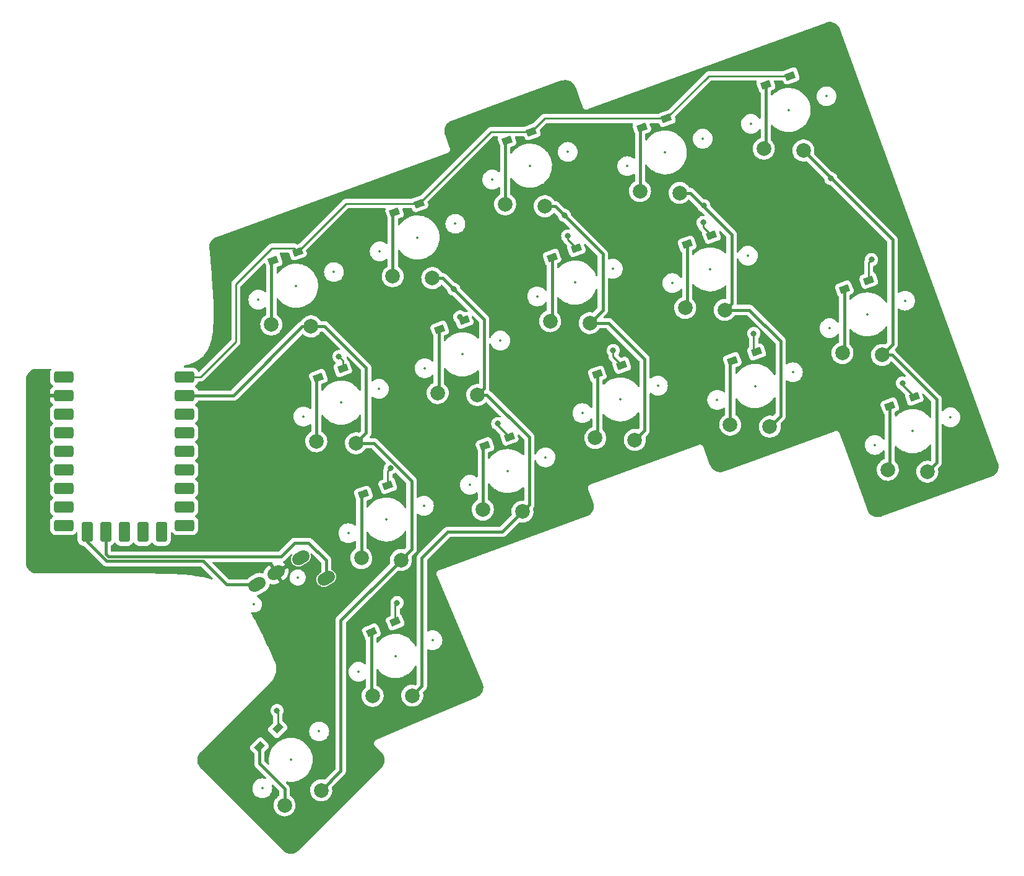
<source format=gbl>
%TF.GenerationSoftware,KiCad,Pcbnew,(6.0.11)*%
%TF.CreationDate,2024-04-14T00:28:18+09:00*%
%TF.ProjectId,haqua34_right,68617175-6133-4345-9f72-696768742e6b,rev?*%
%TF.SameCoordinates,Original*%
%TF.FileFunction,Copper,L2,Bot*%
%TF.FilePolarity,Positive*%
%FSLAX46Y46*%
G04 Gerber Fmt 4.6, Leading zero omitted, Abs format (unit mm)*
G04 Created by KiCad (PCBNEW (6.0.11)) date 2024-04-14 00:28:18*
%MOMM*%
%LPD*%
G01*
G04 APERTURE LIST*
G04 Aperture macros list*
%AMRoundRect*
0 Rectangle with rounded corners*
0 $1 Rounding radius*
0 $2 $3 $4 $5 $6 $7 $8 $9 X,Y pos of 4 corners*
0 Add a 4 corners polygon primitive as box body*
4,1,4,$2,$3,$4,$5,$6,$7,$8,$9,$2,$3,0*
0 Add four circle primitives for the rounded corners*
1,1,$1+$1,$2,$3*
1,1,$1+$1,$4,$5*
1,1,$1+$1,$6,$7*
1,1,$1+$1,$8,$9*
0 Add four rect primitives between the rounded corners*
20,1,$1+$1,$2,$3,$4,$5,0*
20,1,$1+$1,$4,$5,$6,$7,0*
20,1,$1+$1,$6,$7,$8,$9,0*
20,1,$1+$1,$8,$9,$2,$3,0*%
%AMHorizOval*
0 Thick line with rounded ends*
0 $1 width*
0 $2 $3 position (X,Y) of the first rounded end (center of the circle)*
0 $4 $5 position (X,Y) of the second rounded end (center of the circle)*
0 Add line between two ends*
20,1,$1,$2,$3,$4,$5,0*
0 Add two circle primitives to create the rounded ends*
1,1,$1,$2,$3*
1,1,$1,$4,$5*%
%AMRotRect*
0 Rectangle, with rotation*
0 The origin of the aperture is its center*
0 $1 length*
0 $2 width*
0 $3 Rotation angle, in degrees counterclockwise*
0 Add horizontal line*
21,1,$1,$2,0,0,$3*%
G04 Aperture macros list end*
%TA.AperFunction,ComponentPad*%
%ADD10C,2.000000*%
%TD*%
%TA.AperFunction,SMDPad,CuDef*%
%ADD11RotRect,1.300000X0.950000X200.000000*%
%TD*%
%TA.AperFunction,ComponentPad*%
%ADD12HorizOval,1.700000X0.341056X0.208999X-0.341056X-0.208999X0*%
%TD*%
%TA.AperFunction,ComponentPad*%
%ADD13RoundRect,0.400000X-0.966000X-0.400000X0.966000X-0.400000X0.966000X0.400000X-0.966000X0.400000X0*%
%TD*%
%TA.AperFunction,ComponentPad*%
%ADD14RoundRect,0.400050X-0.965950X-0.400050X0.965950X-0.400050X0.965950X0.400050X-0.965950X0.400050X0*%
%TD*%
%TA.AperFunction,ComponentPad*%
%ADD15RoundRect,0.400000X-0.400000X-0.988000X0.400000X-0.988000X0.400000X0.988000X-0.400000X0.988000X0*%
%TD*%
%TA.AperFunction,ComponentPad*%
%ADD16RoundRect,0.393700X-0.393700X-0.994300X0.393700X-0.994300X0.393700X0.994300X-0.393700X0.994300X0*%
%TD*%
%TA.AperFunction,SMDPad,CuDef*%
%ADD17RotRect,1.300000X0.950000X203.000000*%
%TD*%
%TA.AperFunction,SMDPad,CuDef*%
%ADD18RotRect,1.300000X0.950000X225.000000*%
%TD*%
%TA.AperFunction,ViaPad*%
%ADD19C,0.800000*%
%TD*%
%TA.AperFunction,Conductor*%
%ADD20C,0.250000*%
%TD*%
%TA.AperFunction,Conductor*%
%ADD21C,0.400000*%
%TD*%
%ADD22C,0.350000*%
%ADD23HorizOval,1.000000X0.213160X0.130625X-0.213160X-0.130625X0*%
G04 APERTURE END LIST*
D10*
%TO.P,SW4,1,1*%
%TO.N,col3*%
X112869762Y-43026779D03*
%TO.P,SW4,2,2*%
%TO.N,Net-(D4-Pad2)*%
X107453056Y-42763526D03*
%TD*%
D11*
%TO.P,D2,1,K*%
%TO.N,row0*%
X77225000Y-44475000D03*
%TO.P,D2,2,A*%
%TO.N,Net-(D2-Pad2)*%
X73889092Y-45689172D03*
%TD*%
D10*
%TO.P,SW15,1,1*%
%TO.N,col4*%
X146742919Y-81144186D03*
%TO.P,SW15,2,2*%
%TO.N,Net-(D15-Pad2)*%
X141326213Y-80880933D03*
%TD*%
D12*
%TO.P,J1,A*%
%TO.N,data-tx-r*%
X64535960Y-95691299D03*
%TO.P,J1,B*%
%TO.N,data-rx-r*%
X55094025Y-96551448D03*
%TO.P,J1,C*%
%TO.N,GND*%
X57651945Y-94983953D03*
%TO.P,J1,D*%
%TO.N,VCC*%
X61062506Y-92893958D03*
%TD*%
D10*
%TO.P,SW3,1,1*%
%TO.N,col2*%
X94417919Y-44844186D03*
%TO.P,SW3,2,2*%
%TO.N,Net-(D3-Pad2)*%
X89001213Y-44580933D03*
%TD*%
D11*
%TO.P,D9,1,K*%
%TO.N,row1*%
X117225000Y-48825000D03*
%TO.P,D9,2,A*%
%TO.N,Net-(D9-Pad2)*%
X113889092Y-50039172D03*
%TD*%
D10*
%TO.P,SW16,1,1*%
%TO.N,col0*%
X63850217Y-124725217D03*
%TO.P,SW16,2,2*%
%TO.N,Net-(D16-Pad2)*%
X58829759Y-126775827D03*
%TD*%
D11*
%TO.P,D10,1,K*%
%TO.N,row1*%
X138717954Y-54967914D03*
%TO.P,D10,2,A*%
%TO.N,Net-(D10-Pad2)*%
X135382046Y-56182086D03*
%TD*%
%TO.P,D8,1,K*%
%TO.N,row1*%
X98742954Y-50617914D03*
%TO.P,D8,2,A*%
%TO.N,Net-(D8-Pad2)*%
X95407046Y-51832086D03*
%TD*%
%TO.P,D13,1,K*%
%TO.N,row2*%
X104942954Y-66592914D03*
%TO.P,D13,2,A*%
%TO.N,Net-(D13-Pad2)*%
X101607046Y-67807086D03*
%TD*%
D10*
%TO.P,SW8,1,1*%
%TO.N,col2*%
X100569762Y-60826779D03*
%TO.P,SW8,2,2*%
%TO.N,Net-(D8-Pad2)*%
X95153056Y-60563526D03*
%TD*%
%TO.P,SW10,1,1*%
%TO.N,col4*%
X140544762Y-65176779D03*
%TO.P,SW10,2,2*%
%TO.N,Net-(D10-Pad2)*%
X135128056Y-64913526D03*
%TD*%
%TO.P,SW5,1,1*%
%TO.N,col4*%
X129794762Y-37226779D03*
%TO.P,SW5,2,2*%
%TO.N,Net-(D5-Pad2)*%
X124378056Y-36963526D03*
%TD*%
%TO.P,SW9,1,1*%
%TO.N,col3*%
X119042919Y-59019186D03*
%TO.P,SW9,2,2*%
%TO.N,Net-(D9-Pad2)*%
X113626213Y-58755933D03*
%TD*%
D11*
%TO.P,D6,1,K*%
%TO.N,row1*%
X66792954Y-67042914D03*
%TO.P,D6,2,A*%
%TO.N,Net-(D6-Pad2)*%
X63457046Y-68257086D03*
%TD*%
%TO.P,D3,1,K*%
%TO.N,row0*%
X92592954Y-34642914D03*
%TO.P,D3,2,A*%
%TO.N,Net-(D3-Pad2)*%
X89257046Y-35857086D03*
%TD*%
%TO.P,D15,1,K*%
%TO.N,row2*%
X144942954Y-70942914D03*
%TO.P,D15,2,A*%
%TO.N,Net-(D15-Pad2)*%
X141607046Y-72157086D03*
%TD*%
%TO.P,D11,1,K*%
%TO.N,row2*%
X72942954Y-83017914D03*
%TO.P,D11,2,A*%
%TO.N,Net-(D11-Pad2)*%
X69607046Y-84232086D03*
%TD*%
D10*
%TO.P,SW7,1,1*%
%TO.N,col1*%
X85194762Y-70651779D03*
%TO.P,SW7,2,2*%
%TO.N,Net-(D7-Pad2)*%
X79778056Y-70388526D03*
%TD*%
D11*
%TO.P,D4,1,K*%
%TO.N,row0*%
X111042954Y-32842914D03*
%TO.P,D4,2,A*%
%TO.N,Net-(D4-Pad2)*%
X107707046Y-34057086D03*
%TD*%
%TO.P,D1,1,K*%
%TO.N,row0*%
X60617954Y-51067914D03*
%TO.P,D1,2,A*%
%TO.N,Net-(D1-Pad2)*%
X57282046Y-52282086D03*
%TD*%
D10*
%TO.P,SW12,1,1*%
%TO.N,col1*%
X91369762Y-86601779D03*
%TO.P,SW12,2,2*%
%TO.N,Net-(D12-Pad2)*%
X85953056Y-86338526D03*
%TD*%
D11*
%TO.P,D7,1,K*%
%TO.N,row1*%
X83392954Y-60442914D03*
%TO.P,D7,2,A*%
%TO.N,Net-(D7-Pad2)*%
X80057046Y-61657086D03*
%TD*%
D10*
%TO.P,SW13,1,1*%
%TO.N,col2*%
X106744762Y-76801779D03*
%TO.P,SW13,2,2*%
%TO.N,Net-(D13-Pad2)*%
X101328056Y-76538526D03*
%TD*%
D13*
%TO.P,RZ1,1,GP0*%
%TO.N,row0*%
X45190000Y-68190000D03*
%TO.P,RZ1,2,GP1*%
%TO.N,col0*%
X45190000Y-70730000D03*
%TO.P,RZ1,3,GP2*%
%TO.N,col1*%
X45190000Y-73270000D03*
%TO.P,RZ1,4,GP3*%
%TO.N,col2*%
X45190000Y-75810000D03*
%TO.P,RZ1,5,GP4*%
%TO.N,col3*%
X45190000Y-78350000D03*
D14*
%TO.P,RZ1,6,GP5*%
%TO.N,col4*%
X45190000Y-80890000D03*
%TO.P,RZ1,7,GP6*%
%TO.N,row1*%
X45190000Y-83430000D03*
%TO.P,RZ1,8,GP7*%
%TO.N,row2*%
X45190000Y-85970000D03*
%TO.P,RZ1,9,GP8*%
%TO.N,row3*%
X45190000Y-88510000D03*
D15*
%TO.P,RZ1,10,GP9*%
%TO.N,unconnected-(RZ1-Pad10)*%
X41984000Y-89408000D03*
D16*
%TO.P,RZ1,11,GP10*%
%TO.N,unconnected-(RZ1-Pad11)*%
X39444000Y-89408000D03*
%TO.P,RZ1,12,GP11*%
%TO.N,unconnected-(RZ1-Pad12)*%
X36904000Y-89408000D03*
%TO.P,RZ1,13,GP12/UART0_TX*%
%TO.N,data-tx-r*%
X34364000Y-89408000D03*
%TO.P,RZ1,14,GP13/UART0_RX*%
%TO.N,data-rx-r*%
X31824000Y-89408000D03*
D14*
%TO.P,RZ1,15,GP14*%
%TO.N,unconnected-(RZ1-Pad15)*%
X28618000Y-88510000D03*
%TO.P,RZ1,16,GP15*%
%TO.N,unconnected-(RZ1-Pad16)*%
X28618000Y-85970000D03*
%TO.P,RZ1,17,GP26*%
%TO.N,unconnected-(RZ1-Pad17)*%
X28618000Y-83430000D03*
%TO.P,RZ1,18,GP27*%
%TO.N,unconnected-(RZ1-Pad18)*%
X28618000Y-80890000D03*
%TO.P,RZ1,19,GP28*%
%TO.N,unconnected-(RZ1-Pad19)*%
X28618000Y-78350000D03*
%TO.P,RZ1,20,GP29*%
%TO.N,unconnected-(RZ1-Pad20)*%
X28618000Y-75810000D03*
%TO.P,RZ1,21,3V3*%
%TO.N,unconnected-(RZ1-Pad21)*%
X28618000Y-73270000D03*
%TO.P,RZ1,22,GND*%
%TO.N,GND*%
X28618000Y-70730000D03*
%TO.P,RZ1,23,5V*%
%TO.N,VCC*%
X28618000Y-68190000D03*
%TD*%
D11*
%TO.P,D14,1,K*%
%TO.N,row2*%
X123392954Y-64767914D03*
%TO.P,D14,2,A*%
%TO.N,Net-(D14-Pad2)*%
X120057046Y-65982086D03*
%TD*%
D17*
%TO.P,D17,1,K*%
%TO.N,row3*%
X73958896Y-101681452D03*
%TO.P,D17,2,A*%
%TO.N,Net-(D17-Pad2)*%
X70691104Y-103068548D03*
%TD*%
D18*
%TO.P,D16,1,K*%
%TO.N,row3*%
X57905115Y-116244885D03*
%TO.P,D16,2,A*%
%TO.N,Net-(D16-Pad2)*%
X55394885Y-118755115D03*
%TD*%
D10*
%TO.P,SW17,1,1*%
%TO.N,col1*%
X76305314Y-111780979D03*
%TO.P,SW17,2,2*%
%TO.N,Net-(D17-Pad2)*%
X70882254Y-111801574D03*
%TD*%
%TO.P,SW2,1,1*%
%TO.N,col1*%
X79042919Y-54669186D03*
%TO.P,SW2,2,2*%
%TO.N,Net-(D2-Pad2)*%
X73626213Y-54405933D03*
%TD*%
%TO.P,SW1,1,1*%
%TO.N,col0*%
X62442919Y-61269186D03*
%TO.P,SW1,2,2*%
%TO.N,Net-(D1-Pad2)*%
X57026213Y-61005933D03*
%TD*%
D11*
%TO.P,D12,1,K*%
%TO.N,row2*%
X89567954Y-76392914D03*
%TO.P,D12,2,A*%
%TO.N,Net-(D12-Pad2)*%
X86232046Y-77607086D03*
%TD*%
%TO.P,D5,1,K*%
%TO.N,row0*%
X127992954Y-27017914D03*
%TO.P,D5,2,A*%
%TO.N,Net-(D5-Pad2)*%
X124657046Y-28232086D03*
%TD*%
D10*
%TO.P,SW14,1,1*%
%TO.N,col3*%
X125194762Y-74976779D03*
%TO.P,SW14,2,2*%
%TO.N,Net-(D14-Pad2)*%
X119778056Y-74713526D03*
%TD*%
%TO.P,SW6,1,1*%
%TO.N,col0*%
X68594762Y-77251779D03*
%TO.P,SW6,2,2*%
%TO.N,Net-(D6-Pad2)*%
X63178056Y-76988526D03*
%TD*%
%TO.P,SW11,1,1*%
%TO.N,col0*%
X74744762Y-93226779D03*
%TO.P,SW11,2,2*%
%TO.N,Net-(D11-Pad2)*%
X69328056Y-92963526D03*
%TD*%
D19*
%TO.N,row1*%
X97564597Y-48914597D03*
X82825000Y-59975000D03*
X66264596Y-65414596D03*
X116075000Y-47075000D03*
X139100000Y-52150000D03*
%TO.N,row2*%
X88000000Y-74575000D03*
X123000000Y-62250000D03*
X143325000Y-69025000D03*
X103775000Y-64575000D03*
X73325000Y-80650000D03*
%TO.N,row3*%
X74225000Y-99075000D03*
X57800000Y-113825000D03*
%TO.N,col2*%
X97125000Y-46100000D03*
%TO.N,col3*%
X116175000Y-44775000D03*
%TO.N,col4*%
X133550000Y-41050000D03*
%TO.N,col1*%
X81975000Y-56200000D03*
%TD*%
D20*
%TO.N,row0*%
X111042954Y-32842914D02*
X116867954Y-27017914D01*
X111042954Y-32842914D02*
X94392954Y-32842914D01*
X87057086Y-34642914D02*
X92592954Y-34642914D01*
X60617954Y-51067914D02*
X67210868Y-44475000D01*
X57125000Y-50550000D02*
X52175000Y-55500000D01*
X116867954Y-27017914D02*
X127992954Y-27017914D01*
X67210868Y-44475000D02*
X77225000Y-44475000D01*
X52175000Y-55500000D02*
X52175000Y-63350000D01*
X52175000Y-63350000D02*
X47335000Y-68190000D01*
X77225000Y-44475000D02*
X87057086Y-34642914D01*
X60100040Y-50550000D02*
X57125000Y-50550000D01*
X60617954Y-51067914D02*
X60100040Y-50550000D01*
X47335000Y-68190000D02*
X44524000Y-68190000D01*
X94392954Y-32842914D02*
X92592954Y-34642914D01*
D21*
%TO.N,Net-(D1-Pad2)*%
X57026213Y-52537919D02*
X57282046Y-52282086D01*
X57026213Y-61005933D02*
X57026213Y-52537919D01*
%TO.N,Net-(D2-Pad2)*%
X73626213Y-54405933D02*
X73626213Y-45952051D01*
X73626213Y-45952051D02*
X73889092Y-45689172D01*
%TO.N,Net-(D3-Pad2)*%
X89001213Y-36112919D02*
X89257046Y-35857086D01*
X89001213Y-44580933D02*
X89001213Y-36112919D01*
%TO.N,Net-(D4-Pad2)*%
X107707046Y-34057086D02*
X107453056Y-34311076D01*
X107453056Y-34311076D02*
X107453056Y-42763526D01*
%TO.N,Net-(D5-Pad2)*%
X124657046Y-28232086D02*
X124657046Y-36684536D01*
X124657046Y-36684536D02*
X124378056Y-36963526D01*
D20*
%TO.N,row1*%
X82825000Y-59975000D02*
X82925040Y-59975000D01*
X66792954Y-65942954D02*
X66792954Y-67042914D01*
X97564597Y-49439557D02*
X98742954Y-50617914D01*
X138717954Y-54967914D02*
X138717954Y-52532046D01*
X138717954Y-52532046D02*
X139100000Y-52150000D01*
X116075000Y-47075000D02*
X116075000Y-47675000D01*
X97564597Y-48914597D02*
X97564597Y-49439557D01*
X82925040Y-59975000D02*
X83392954Y-60442914D01*
X116075000Y-47675000D02*
X117225000Y-48825000D01*
X66264596Y-65414596D02*
X66792954Y-65942954D01*
D21*
%TO.N,Net-(D11-Pad2)*%
X69328056Y-92963526D02*
X69328056Y-84511076D01*
X69328056Y-84511076D02*
X69607046Y-84232086D01*
%TO.N,Net-(D12-Pad2)*%
X85953056Y-86338526D02*
X85953056Y-77886076D01*
X85953056Y-77886076D02*
X86232046Y-77607086D01*
%TO.N,Net-(D13-Pad2)*%
X101607046Y-67807086D02*
X101607046Y-76259536D01*
X101607046Y-76259536D02*
X101328056Y-76538526D01*
%TO.N,Net-(D14-Pad2)*%
X119775000Y-66264132D02*
X119775000Y-74710470D01*
X120057046Y-65982086D02*
X119775000Y-66264132D01*
X119775000Y-74710470D02*
X119778056Y-74713526D01*
%TO.N,Net-(D15-Pad2)*%
X141607046Y-80600100D02*
X141326213Y-80880933D01*
X141607046Y-72157086D02*
X141607046Y-80600100D01*
D20*
%TO.N,row2*%
X123000000Y-64374960D02*
X123000000Y-62250000D01*
X144942954Y-70942914D02*
X143325000Y-69324960D01*
X88000000Y-74824960D02*
X88000000Y-74575000D01*
X72942954Y-83017914D02*
X72942954Y-81032046D01*
X72942954Y-81032046D02*
X73325000Y-80650000D01*
X89567954Y-76392914D02*
X88000000Y-74824960D01*
X123392954Y-64767914D02*
X123000000Y-64374960D01*
X104942954Y-66592914D02*
X103775000Y-65424960D01*
X143325000Y-69324960D02*
X143325000Y-69025000D01*
X103775000Y-65424960D02*
X103775000Y-64575000D01*
%TO.N,row3*%
X73958896Y-99341104D02*
X74225000Y-99075000D01*
X57905115Y-113930115D02*
X57800000Y-113825000D01*
X73958896Y-101681452D02*
X73958896Y-99341104D01*
X57905115Y-116244885D02*
X57905115Y-113930115D01*
D21*
%TO.N,data-tx-r*%
X34364000Y-88720000D02*
X34364000Y-92439000D01*
X34700000Y-92775000D02*
X58325000Y-92775000D01*
X62125000Y-90875000D02*
X64535960Y-93285960D01*
X60225000Y-90875000D02*
X62125000Y-90875000D01*
X34364000Y-92439000D02*
X34700000Y-92775000D01*
X64535960Y-93285960D02*
X64535960Y-95691299D01*
X58325000Y-92775000D02*
X60225000Y-90875000D01*
%TO.N,data-rx-r*%
X47725000Y-93375000D02*
X34451472Y-93375000D01*
X31824000Y-90747528D02*
X31824000Y-88720000D01*
X50901448Y-96551448D02*
X47725000Y-93375000D01*
X55094025Y-96551448D02*
X50901448Y-96551448D01*
X34451472Y-93375000D02*
X31824000Y-90747528D01*
%TO.N,col2*%
X106744762Y-76801779D02*
X108075000Y-75471541D01*
X102350000Y-51362054D02*
X95832132Y-44844186D01*
X108075000Y-75471541D02*
X108075000Y-65717850D01*
X100569762Y-60826779D02*
X102350000Y-59046541D01*
X103183929Y-60826779D02*
X100569762Y-60826779D01*
X108075000Y-65717850D02*
X103183929Y-60826779D01*
X102350000Y-59046541D02*
X102350000Y-51362054D01*
X95832132Y-44844186D02*
X94417919Y-44844186D01*
%TO.N,col3*%
X114283975Y-43026779D02*
X119975001Y-48717805D01*
X126675000Y-73496541D02*
X125194762Y-74976779D01*
X122394186Y-59019186D02*
X126675000Y-63300000D01*
X119042919Y-59019186D02*
X122394186Y-59019186D01*
X126675000Y-63300000D02*
X126675000Y-73496541D01*
X119975001Y-58087104D02*
X119042919Y-59019186D01*
X112869762Y-43026779D02*
X114283975Y-43026779D01*
X119975001Y-48717805D02*
X119975001Y-58087104D01*
%TO.N,col4*%
X141975000Y-49407017D02*
X129794762Y-37226779D01*
X148000000Y-79887105D02*
X148000000Y-71217804D01*
X140544762Y-65176779D02*
X141975000Y-63746541D01*
X146742919Y-81144186D02*
X148000000Y-79887105D01*
X141975000Y-63746541D02*
X141975000Y-49407017D01*
X148000000Y-71217804D02*
X141958975Y-65176779D01*
X141958975Y-65176779D02*
X140544762Y-65176779D01*
%TO.N,col1*%
X85194762Y-70651779D02*
X86501779Y-70651779D01*
X86126844Y-60338898D02*
X86126844Y-69719697D01*
X86501779Y-70651779D02*
X92301844Y-76451844D01*
X77600000Y-92950000D02*
X77600000Y-110486293D01*
X88596541Y-89375000D02*
X81175000Y-89375000D01*
X92301844Y-76451844D02*
X92301844Y-85669697D01*
X77600000Y-110486293D02*
X76305314Y-111780979D01*
X79042919Y-54669186D02*
X80457132Y-54669186D01*
X80457132Y-54669186D02*
X86126844Y-60338898D01*
X81175000Y-89375000D02*
X77600000Y-92950000D01*
X86126844Y-69719697D02*
X85194762Y-70651779D01*
X92301844Y-85669697D02*
X91369762Y-86601779D01*
X91369762Y-86601779D02*
X88596541Y-89375000D01*
%TO.N,col0*%
X76200000Y-91771541D02*
X74744762Y-93226779D01*
X63850217Y-124725217D02*
X66525000Y-122050434D01*
X51820000Y-70730000D02*
X44524000Y-70730000D01*
X68594762Y-77251779D02*
X71058150Y-77251779D01*
X62442919Y-61269186D02*
X61280814Y-61269186D01*
X70000000Y-75846541D02*
X68594762Y-77251779D01*
X70000000Y-66943629D02*
X70000000Y-75846541D01*
X71058150Y-77251779D02*
X76200000Y-82393629D01*
X64325557Y-61269186D02*
X70000000Y-66943629D01*
X76200000Y-82393629D02*
X76200000Y-91771541D01*
X66525000Y-101446541D02*
X74744762Y-93226779D01*
X62442919Y-61269186D02*
X64325557Y-61269186D01*
X66525000Y-122050434D02*
X66525000Y-101446541D01*
X61280814Y-61269186D02*
X51820000Y-70730000D01*
%TO.N,Net-(D6-Pad2)*%
X63178056Y-68536076D02*
X63457046Y-68257086D01*
X63178056Y-76988526D02*
X63178056Y-68536076D01*
%TO.N,Net-(D7-Pad2)*%
X79925000Y-61789132D02*
X79925000Y-70241582D01*
X79925000Y-70241582D02*
X79778056Y-70388526D01*
X80057046Y-61657086D02*
X79925000Y-61789132D01*
%TO.N,Net-(D8-Pad2)*%
X95407046Y-51832086D02*
X95407046Y-60309536D01*
X95407046Y-60309536D02*
X95153056Y-60563526D01*
%TO.N,Net-(D9-Pad2)*%
X113889092Y-58493054D02*
X113626213Y-58755933D01*
X113889092Y-50039172D02*
X113889092Y-58493054D01*
%TO.N,Net-(D10-Pad2)*%
X135382046Y-64659536D02*
X135128056Y-64913526D01*
X135382046Y-56182086D02*
X135382046Y-64659536D01*
%TO.N,Net-(D16-Pad2)*%
X58829759Y-124504759D02*
X58829759Y-126775827D01*
X55394885Y-118755115D02*
X55394885Y-121069885D01*
X55394885Y-121069885D02*
X58829759Y-124504759D01*
%TO.N,Net-(D17-Pad2)*%
X70691104Y-111610424D02*
X70882254Y-111801574D01*
X70691104Y-103068548D02*
X70691104Y-111610424D01*
%TD*%
%TA.AperFunction,Conductor*%
%TO.N,GND*%
G36*
X133423470Y-19640379D02*
G01*
X133521435Y-19641157D01*
X133539344Y-19642580D01*
X133700677Y-19667085D01*
X133733043Y-19672001D01*
X133750581Y-19675961D01*
X133938131Y-19732652D01*
X133954918Y-19739066D01*
X133964663Y-19743610D01*
X134132485Y-19821867D01*
X134148195Y-19830608D01*
X134312165Y-19937834D01*
X134326470Y-19948721D01*
X134473518Y-20078196D01*
X134486130Y-20091009D01*
X134613255Y-20240095D01*
X134623913Y-20254572D01*
X134728519Y-20420218D01*
X134737010Y-20436065D01*
X134803923Y-20585719D01*
X134809037Y-20601820D01*
X134809059Y-20601812D01*
X134812027Y-20610286D01*
X134813762Y-20619089D01*
X134828149Y-20646784D01*
X134834731Y-20661763D01*
X156354776Y-79787597D01*
X156375796Y-79845350D01*
X156381016Y-79864076D01*
X156385552Y-79887090D01*
X156389689Y-79895055D01*
X156389690Y-79895057D01*
X156392439Y-79900350D01*
X156401797Y-79923891D01*
X156403941Y-79931413D01*
X156446259Y-80079880D01*
X156448639Y-80088231D01*
X156452320Y-80105824D01*
X156456343Y-80135469D01*
X156478663Y-80299972D01*
X156479803Y-80317912D01*
X156478249Y-80513829D01*
X156476825Y-80531745D01*
X156448477Y-80718381D01*
X156447405Y-80725440D01*
X156443445Y-80742976D01*
X156414751Y-80837905D01*
X156395130Y-80902820D01*
X156386754Y-80930529D01*
X156380339Y-80947319D01*
X156373981Y-80960954D01*
X156297538Y-81124886D01*
X156288797Y-81140596D01*
X156181571Y-81304567D01*
X156170684Y-81318873D01*
X156041205Y-81465925D01*
X156028392Y-81478535D01*
X155879315Y-81605654D01*
X155864838Y-81616313D01*
X155790310Y-81663378D01*
X155699189Y-81720921D01*
X155683345Y-81729411D01*
X155597443Y-81767820D01*
X155533693Y-81796324D01*
X155517583Y-81801440D01*
X155517591Y-81801462D01*
X155509122Y-81804428D01*
X155500314Y-81806164D01*
X155472619Y-81820551D01*
X155457640Y-81827133D01*
X140506966Y-87268732D01*
X140488244Y-87273951D01*
X140481352Y-87275309D01*
X140474036Y-87276751D01*
X140474035Y-87276751D01*
X140465230Y-87278487D01*
X140451980Y-87285370D01*
X140428433Y-87294731D01*
X140373258Y-87310458D01*
X140264084Y-87341576D01*
X140246490Y-87345258D01*
X140052334Y-87371603D01*
X140034407Y-87372743D01*
X139838479Y-87371188D01*
X139820565Y-87369764D01*
X139626856Y-87340344D01*
X139609320Y-87336384D01*
X139421772Y-87279696D01*
X139404979Y-87273280D01*
X139227416Y-87190483D01*
X139211706Y-87181743D01*
X139047722Y-87074511D01*
X139033417Y-87063624D01*
X138886370Y-86934154D01*
X138873759Y-86921342D01*
X138746629Y-86772257D01*
X138735970Y-86757780D01*
X138631354Y-86592124D01*
X138622864Y-86576278D01*
X138556041Y-86426836D01*
X138550835Y-86410450D01*
X138547893Y-86402048D01*
X138546156Y-86393239D01*
X138531770Y-86365547D01*
X138525188Y-86350568D01*
X135368463Y-77677537D01*
X134725497Y-75911002D01*
X134725239Y-75910286D01*
X134702588Y-75846849D01*
X134702587Y-75846847D01*
X134699569Y-75838395D01*
X134682561Y-75814942D01*
X134673469Y-75800419D01*
X134664037Y-75782791D01*
X134664034Y-75782787D01*
X134659799Y-75774872D01*
X134647183Y-75762011D01*
X134642204Y-75756936D01*
X134630149Y-75742671D01*
X134620670Y-75729600D01*
X134620669Y-75729599D01*
X134615402Y-75722336D01*
X134605232Y-75714461D01*
X134592497Y-75704601D01*
X134579692Y-75693213D01*
X134559401Y-75672528D01*
X134537484Y-75660254D01*
X134521910Y-75649946D01*
X134509141Y-75640059D01*
X134509140Y-75640059D01*
X134502044Y-75634564D01*
X134475071Y-75623966D01*
X134459592Y-75616633D01*
X134434315Y-75602477D01*
X134425569Y-75600466D01*
X134425567Y-75600465D01*
X134409828Y-75596846D01*
X134391990Y-75591324D01*
X134376963Y-75585420D01*
X134368607Y-75582137D01*
X134359666Y-75581331D01*
X134359665Y-75581331D01*
X134339759Y-75579537D01*
X134322834Y-75576841D01*
X134303348Y-75572360D01*
X134303342Y-75572360D01*
X134294595Y-75570348D01*
X134285636Y-75570872D01*
X134285633Y-75570872D01*
X134269505Y-75571816D01*
X134250845Y-75571523D01*
X134225820Y-75569268D01*
X134197394Y-75574871D01*
X134180397Y-75577033D01*
X134176421Y-75577266D01*
X134160435Y-75578201D01*
X134160432Y-75578202D01*
X134151473Y-75578726D01*
X134128813Y-75586817D01*
X134119534Y-75590130D01*
X134118816Y-75590358D01*
X134117742Y-75590570D01*
X134114966Y-75591580D01*
X134114964Y-75591581D01*
X134089105Y-75600993D01*
X134088389Y-75601251D01*
X134016456Y-75626936D01*
X134015335Y-75627749D01*
X134014146Y-75628276D01*
X119302658Y-80982819D01*
X118975241Y-81101989D01*
X118956518Y-81107208D01*
X118933505Y-81111743D01*
X118920253Y-81118626D01*
X118896713Y-81127984D01*
X118750607Y-81169625D01*
X118732355Y-81174827D01*
X118714759Y-81178508D01*
X118520616Y-81204847D01*
X118502676Y-81205987D01*
X118404715Y-81205209D01*
X118306749Y-81204431D01*
X118288840Y-81203006D01*
X118095130Y-81173584D01*
X118077606Y-81169626D01*
X117890047Y-81112934D01*
X117873257Y-81106519D01*
X117870695Y-81105324D01*
X117789543Y-81067483D01*
X117695689Y-81023719D01*
X117679980Y-81014979D01*
X117516002Y-80907752D01*
X117501696Y-80896865D01*
X117354646Y-80767393D01*
X117342036Y-80754582D01*
X117235807Y-80630011D01*
X117214904Y-80605498D01*
X117204247Y-80591025D01*
X117188817Y-80566592D01*
X117099626Y-80425367D01*
X117091137Y-80409523D01*
X117024287Y-80260030D01*
X117019121Y-80243766D01*
X117019116Y-80243768D01*
X117016149Y-80235297D01*
X117014413Y-80226489D01*
X117000033Y-80198809D01*
X116993447Y-80183823D01*
X116986758Y-80165444D01*
X116120904Y-77786529D01*
X116120748Y-77786100D01*
X116095006Y-77714005D01*
X116077998Y-77690553D01*
X116068902Y-77676024D01*
X116059470Y-77658396D01*
X116055236Y-77650483D01*
X116046491Y-77641568D01*
X116037643Y-77632549D01*
X116025594Y-77618293D01*
X116010839Y-77597946D01*
X115987931Y-77580209D01*
X115975130Y-77568823D01*
X115961125Y-77554546D01*
X115961121Y-77554543D01*
X115954838Y-77548138D01*
X115932921Y-77535864D01*
X115917347Y-77525556D01*
X115904578Y-77515669D01*
X115904577Y-77515669D01*
X115897481Y-77510174D01*
X115870508Y-77499576D01*
X115855029Y-77492243D01*
X115829752Y-77478087D01*
X115821006Y-77476076D01*
X115821004Y-77476075D01*
X115805265Y-77472456D01*
X115787427Y-77466934D01*
X115772400Y-77461030D01*
X115764044Y-77457747D01*
X115755103Y-77456941D01*
X115755102Y-77456941D01*
X115735196Y-77455147D01*
X115718271Y-77452451D01*
X115698785Y-77447970D01*
X115698779Y-77447970D01*
X115690032Y-77445958D01*
X115681073Y-77446482D01*
X115681070Y-77446482D01*
X115664942Y-77447426D01*
X115646282Y-77447133D01*
X115621257Y-77444878D01*
X115592831Y-77450481D01*
X115575834Y-77452643D01*
X115571858Y-77452876D01*
X115555872Y-77453811D01*
X115555869Y-77453812D01*
X115546910Y-77454336D01*
X115515397Y-77465588D01*
X115514971Y-77465740D01*
X115514253Y-77465968D01*
X115513179Y-77466180D01*
X115510403Y-77467190D01*
X115510401Y-77467191D01*
X115484542Y-77476603D01*
X115483826Y-77476861D01*
X115411893Y-77502546D01*
X115410772Y-77503359D01*
X115409583Y-77503886D01*
X101060941Y-82726364D01*
X100669272Y-82868920D01*
X100668548Y-82869181D01*
X100605111Y-82891832D01*
X100605109Y-82891833D01*
X100596657Y-82894851D01*
X100575770Y-82909998D01*
X100573204Y-82911859D01*
X100558681Y-82920951D01*
X100541053Y-82930383D01*
X100541049Y-82930386D01*
X100533134Y-82934621D01*
X100526722Y-82940911D01*
X100515198Y-82952216D01*
X100500933Y-82964271D01*
X100480598Y-82979018D01*
X100475106Y-82986111D01*
X100475105Y-82986112D01*
X100462863Y-83001923D01*
X100451475Y-83014728D01*
X100430790Y-83035019D01*
X100426404Y-83042851D01*
X100418516Y-83056936D01*
X100408208Y-83072510D01*
X100392826Y-83092376D01*
X100389544Y-83100729D01*
X100389543Y-83100731D01*
X100382229Y-83119347D01*
X100374891Y-83134835D01*
X100360739Y-83160106D01*
X100355350Y-83183544D01*
X100355109Y-83184590D01*
X100349589Y-83202422D01*
X100340399Y-83225813D01*
X100339593Y-83234754D01*
X100339593Y-83234755D01*
X100337799Y-83254661D01*
X100335103Y-83271586D01*
X100330622Y-83291072D01*
X100330622Y-83291078D01*
X100328610Y-83299825D01*
X100329134Y-83308784D01*
X100329134Y-83308787D01*
X100330078Y-83324915D01*
X100329785Y-83343575D01*
X100327530Y-83368600D01*
X100329265Y-83377401D01*
X100333132Y-83397021D01*
X100335295Y-83414023D01*
X100336988Y-83442947D01*
X100340007Y-83451402D01*
X100348391Y-83474883D01*
X100348620Y-83475605D01*
X100348832Y-83476678D01*
X100359387Y-83505677D01*
X100385198Y-83577964D01*
X100386010Y-83579084D01*
X100386539Y-83580278D01*
X100565280Y-84071364D01*
X101015115Y-85307280D01*
X101020336Y-85326010D01*
X101024870Y-85349017D01*
X101029006Y-85356980D01*
X101029008Y-85356986D01*
X101031760Y-85362284D01*
X101041115Y-85385822D01*
X101087950Y-85550162D01*
X101091631Y-85567758D01*
X101117968Y-85761902D01*
X101119108Y-85779843D01*
X101118449Y-85862663D01*
X101117555Y-85975047D01*
X101117549Y-85975764D01*
X101116124Y-85993678D01*
X101102726Y-86081883D01*
X101086700Y-86187387D01*
X101082739Y-86204922D01*
X101026049Y-86392465D01*
X101019634Y-86409256D01*
X101007381Y-86435534D01*
X100941752Y-86576278D01*
X100936834Y-86586824D01*
X100928095Y-86602531D01*
X100820863Y-86766516D01*
X100809984Y-86780812D01*
X100680508Y-86927867D01*
X100667701Y-86940473D01*
X100613268Y-86986891D01*
X100518616Y-87067606D01*
X100504143Y-87078264D01*
X100338478Y-87182890D01*
X100322643Y-87191374D01*
X100173068Y-87258261D01*
X100156891Y-87263400D01*
X100156896Y-87263414D01*
X100148423Y-87266382D01*
X100139616Y-87268118D01*
X100111940Y-87282497D01*
X100096950Y-87289085D01*
X79995081Y-94605566D01*
X79983534Y-94609151D01*
X79982313Y-94609467D01*
X79973396Y-94610459D01*
X79965117Y-94613914D01*
X79965112Y-94613915D01*
X79919817Y-94632816D01*
X79914390Y-94634935D01*
X79905720Y-94638091D01*
X79895046Y-94641976D01*
X79891105Y-94644085D01*
X79891096Y-94644089D01*
X79890402Y-94644461D01*
X79879464Y-94649656D01*
X79841087Y-94665669D01*
X79834106Y-94671312D01*
X79831398Y-94673501D01*
X79811636Y-94686606D01*
X79800650Y-94692484D01*
X79794244Y-94698768D01*
X79794243Y-94698769D01*
X79770957Y-94721613D01*
X79761928Y-94729657D01*
X79729592Y-94755795D01*
X79724474Y-94763173D01*
X79724471Y-94763176D01*
X79722492Y-94766029D01*
X79707202Y-94784155D01*
X79698306Y-94792882D01*
X79677977Y-94829181D01*
X79671579Y-94839419D01*
X79647873Y-94873592D01*
X79645033Y-94882106D01*
X79645032Y-94882107D01*
X79643929Y-94885412D01*
X79634342Y-94907097D01*
X79632643Y-94910131D01*
X79632641Y-94910136D01*
X79628255Y-94917968D01*
X79626243Y-94926716D01*
X79626243Y-94926717D01*
X79618935Y-94958498D01*
X79615664Y-94970135D01*
X79605343Y-95001071D01*
X79605342Y-95001076D01*
X79602502Y-95009589D01*
X79602165Y-95018558D01*
X79602165Y-95018560D01*
X79602035Y-95022031D01*
X79598920Y-95045540D01*
X79596126Y-95057688D01*
X79598264Y-95094211D01*
X79598557Y-95099216D01*
X79598683Y-95111300D01*
X79597123Y-95152855D01*
X79599318Y-95161561D01*
X79600168Y-95164933D01*
X79603776Y-95188373D01*
X79604504Y-95200810D01*
X79607522Y-95209262D01*
X79618487Y-95239971D01*
X79622000Y-95251533D01*
X79622861Y-95254949D01*
X79622865Y-95254960D01*
X79624052Y-95259670D01*
X79628825Y-95270915D01*
X79631857Y-95278057D01*
X79634536Y-95284920D01*
X79649693Y-95327370D01*
X79649697Y-95327378D01*
X79652714Y-95335827D01*
X79657983Y-95343093D01*
X79662169Y-95351032D01*
X79661584Y-95351341D01*
X79667137Y-95361174D01*
X85877060Y-109990834D01*
X85883252Y-110009260D01*
X85886792Y-110023300D01*
X85886794Y-110023305D01*
X85888988Y-110032007D01*
X85896562Y-110044891D01*
X85907137Y-110067907D01*
X85962516Y-110229573D01*
X85967114Y-110246952D01*
X86003582Y-110439448D01*
X86005660Y-110457305D01*
X86013444Y-110632382D01*
X86014362Y-110653039D01*
X86013877Y-110671007D01*
X85995441Y-110857815D01*
X85994634Y-110865989D01*
X85991597Y-110883703D01*
X85968710Y-110976755D01*
X85944802Y-111073957D01*
X85939274Y-111091063D01*
X85865882Y-111272717D01*
X85857976Y-111288863D01*
X85759470Y-111458237D01*
X85749354Y-111473081D01*
X85627747Y-111626713D01*
X85615622Y-111639966D01*
X85483878Y-111764788D01*
X85473393Y-111774722D01*
X85459503Y-111786118D01*
X85299530Y-111899271D01*
X85284166Y-111908569D01*
X85138292Y-111983188D01*
X85122401Y-111989167D01*
X85122406Y-111989179D01*
X85114098Y-111992586D01*
X85105397Y-111994780D01*
X85097661Y-111999328D01*
X85097658Y-111999329D01*
X85078507Y-112010587D01*
X85063885Y-112017950D01*
X79345591Y-114445222D01*
X79345588Y-114445223D01*
X79345587Y-114445223D01*
X75714871Y-115986371D01*
X71422608Y-117808329D01*
X71399688Y-117815567D01*
X71388107Y-117818039D01*
X71380210Y-117822300D01*
X71380207Y-117822301D01*
X71350398Y-117838385D01*
X71339815Y-117843473D01*
X71334062Y-117845915D01*
X71316895Y-117856292D01*
X71311558Y-117859343D01*
X71261935Y-117886117D01*
X71255550Y-117892424D01*
X71253300Y-117894089D01*
X71252763Y-117894449D01*
X71252276Y-117894887D01*
X71250119Y-117896653D01*
X71242439Y-117901295D01*
X71218448Y-117927430D01*
X71204314Y-117942827D01*
X71200056Y-117947244D01*
X71159943Y-117986871D01*
X71155585Y-117994716D01*
X71153902Y-117996934D01*
X71153479Y-117997440D01*
X71153135Y-117997997D01*
X71151560Y-118000297D01*
X71145489Y-118006911D01*
X71141517Y-118014966D01*
X71120560Y-118057462D01*
X71117711Y-118062902D01*
X71090328Y-118112201D01*
X71088346Y-118120960D01*
X71087353Y-118123561D01*
X71087090Y-118124163D01*
X71086915Y-118124798D01*
X71086051Y-118127442D01*
X71082081Y-118135492D01*
X71080530Y-118144330D01*
X71080530Y-118144332D01*
X71072343Y-118191002D01*
X71071131Y-118197039D01*
X71058687Y-118252032D01*
X71059243Y-118260994D01*
X71059019Y-118263775D01*
X71058937Y-118264418D01*
X71058947Y-118265075D01*
X71058860Y-118267856D01*
X71057308Y-118276702D01*
X71058301Y-118285625D01*
X71058301Y-118285626D01*
X71063544Y-118332737D01*
X71064075Y-118338871D01*
X71065321Y-118358944D01*
X71067565Y-118395123D01*
X71070612Y-118403563D01*
X71071177Y-118406291D01*
X71071280Y-118406937D01*
X71071475Y-118407569D01*
X71072172Y-118410263D01*
X71073165Y-118419189D01*
X71094586Y-118470525D01*
X71094871Y-118471207D01*
X71097101Y-118476943D01*
X71113195Y-118521524D01*
X71113199Y-118521531D01*
X71116246Y-118529972D01*
X71121542Y-118537221D01*
X71122846Y-118539673D01*
X71123130Y-118540274D01*
X71123494Y-118540824D01*
X71124918Y-118543212D01*
X71128375Y-118551498D01*
X71163828Y-118595356D01*
X71167567Y-118600222D01*
X71176566Y-118612539D01*
X71181228Y-118618921D01*
X71185111Y-118622804D01*
X71194005Y-118632689D01*
X71218501Y-118662993D01*
X71225872Y-118668107D01*
X71225877Y-118668111D01*
X71231421Y-118671957D01*
X71248696Y-118686389D01*
X72045689Y-119483382D01*
X72058335Y-119498149D01*
X72072174Y-119517092D01*
X72084017Y-119526196D01*
X72102446Y-119543574D01*
X72108049Y-119550040D01*
X72214357Y-119672727D01*
X72225130Y-119687118D01*
X72331054Y-119851938D01*
X72339668Y-119867713D01*
X72421062Y-120045942D01*
X72427340Y-120062774D01*
X72482539Y-120250766D01*
X72486360Y-120268332D01*
X72514242Y-120462255D01*
X72515525Y-120480188D01*
X72515524Y-120676117D01*
X72514243Y-120694035D01*
X72486356Y-120887990D01*
X72482539Y-120905533D01*
X72427340Y-121093526D01*
X72421059Y-121110366D01*
X72357927Y-121248605D01*
X72339669Y-121288584D01*
X72331055Y-121304361D01*
X72225124Y-121469192D01*
X72214358Y-121483572D01*
X72150224Y-121557586D01*
X72107032Y-121607432D01*
X72094569Y-121618901D01*
X72094582Y-121618915D01*
X72088159Y-121625183D01*
X72080910Y-121630479D01*
X72075439Y-121637596D01*
X72061892Y-121655219D01*
X72051091Y-121667523D01*
X60800915Y-132917700D01*
X60786148Y-132930347D01*
X60767202Y-132944188D01*
X60761731Y-132951305D01*
X60761730Y-132951306D01*
X60758097Y-132956032D01*
X60740715Y-132974464D01*
X60694138Y-133014823D01*
X60611563Y-133086375D01*
X60597182Y-133097141D01*
X60432348Y-133203073D01*
X60416582Y-133211682D01*
X60238357Y-133293074D01*
X60238355Y-133293075D01*
X60221511Y-133299357D01*
X60033531Y-133354553D01*
X60015964Y-133358375D01*
X59822030Y-133386258D01*
X59804099Y-133387540D01*
X59608181Y-133387540D01*
X59590250Y-133386258D01*
X59396317Y-133358375D01*
X59378750Y-133354553D01*
X59190767Y-133299356D01*
X59173923Y-133293074D01*
X59161253Y-133287288D01*
X58995696Y-133211681D01*
X58979931Y-133203073D01*
X58815097Y-133097141D01*
X58800716Y-133086375D01*
X58676869Y-132979061D01*
X58665389Y-132966585D01*
X58665377Y-132966597D01*
X58659109Y-132960174D01*
X58653813Y-132952924D01*
X58635561Y-132938893D01*
X58629073Y-132933906D01*
X58616769Y-132923105D01*
X47366590Y-121672926D01*
X47353944Y-121658159D01*
X47345403Y-121646467D01*
X47345400Y-121646464D01*
X47340105Y-121639216D01*
X47331164Y-121632343D01*
X47328260Y-121630110D01*
X47309829Y-121612729D01*
X47243807Y-121536536D01*
X47197918Y-121483577D01*
X47187148Y-121469189D01*
X47081224Y-121304367D01*
X47072608Y-121288589D01*
X47069051Y-121280799D01*
X46991217Y-121110367D01*
X46984935Y-121093524D01*
X46970843Y-121045531D01*
X46929737Y-120905534D01*
X46925920Y-120887991D01*
X46898033Y-120694035D01*
X46896752Y-120676117D01*
X46896751Y-120480188D01*
X46898032Y-120462270D01*
X46925919Y-120268313D01*
X46929737Y-120250765D01*
X46966194Y-120126602D01*
X46984936Y-120062772D01*
X46991214Y-120045940D01*
X47072610Y-119867706D01*
X47081220Y-119851938D01*
X47187150Y-119687107D01*
X47197922Y-119672719D01*
X47216658Y-119651096D01*
X47305208Y-119548902D01*
X47317705Y-119537402D01*
X47317695Y-119537392D01*
X47324119Y-119531123D01*
X47331370Y-119525826D01*
X47350389Y-119501084D01*
X47361185Y-119488786D01*
X47971112Y-118878859D01*
X54093743Y-118878859D01*
X54095016Y-118887748D01*
X54104531Y-118954186D01*
X54114067Y-119020776D01*
X54117784Y-119028952D01*
X54117785Y-119028954D01*
X54151114Y-119102255D01*
X54173407Y-119151286D01*
X54211982Y-119199265D01*
X54446898Y-119434180D01*
X54657480Y-119644762D01*
X54691505Y-119707075D01*
X54694385Y-119733858D01*
X54694385Y-121041244D01*
X54694093Y-121049814D01*
X54690207Y-121106815D01*
X54691512Y-121114291D01*
X54691512Y-121114294D01*
X54701063Y-121169017D01*
X54702026Y-121175543D01*
X54709609Y-121238205D01*
X54712294Y-121245312D01*
X54713103Y-121248605D01*
X54717062Y-121263076D01*
X54718051Y-121266352D01*
X54719358Y-121273839D01*
X54722413Y-121280798D01*
X54722413Y-121280799D01*
X54744732Y-121331645D01*
X54747224Y-121337751D01*
X54769540Y-121396808D01*
X54773839Y-121403063D01*
X54775420Y-121406088D01*
X54782710Y-121419184D01*
X54784451Y-121422128D01*
X54787506Y-121429087D01*
X54792131Y-121435115D01*
X54792132Y-121435116D01*
X54825927Y-121479158D01*
X54829804Y-121484494D01*
X54861266Y-121530271D01*
X54861271Y-121530277D01*
X54865573Y-121536536D01*
X54871247Y-121541591D01*
X54911542Y-121577493D01*
X54916818Y-121582474D01*
X56261796Y-122927452D01*
X56295822Y-122989764D01*
X56290757Y-123060579D01*
X56248210Y-123117415D01*
X56181690Y-123142226D01*
X56140090Y-123138254D01*
X56029923Y-123108735D01*
X56029922Y-123108735D01*
X56024608Y-123107311D01*
X55921518Y-123098292D01*
X55850890Y-123092112D01*
X55850883Y-123092112D01*
X55848166Y-123091874D01*
X55730234Y-123091874D01*
X55727517Y-123092112D01*
X55727510Y-123092112D01*
X55656882Y-123098292D01*
X55553792Y-123107311D01*
X55548478Y-123108735D01*
X55548477Y-123108735D01*
X55330847Y-123167048D01*
X55330845Y-123167049D01*
X55325537Y-123168471D01*
X55320557Y-123170793D01*
X55320555Y-123170794D01*
X55116352Y-123266016D01*
X55116349Y-123266018D01*
X55111371Y-123268339D01*
X54917799Y-123403879D01*
X54750705Y-123570973D01*
X54747548Y-123575481D01*
X54747546Y-123575484D01*
X54689376Y-123658560D01*
X54615165Y-123764544D01*
X54612842Y-123769526D01*
X54612839Y-123769531D01*
X54517620Y-123973729D01*
X54515297Y-123978711D01*
X54513875Y-123984019D01*
X54513874Y-123984021D01*
X54467934Y-124155475D01*
X54454137Y-124206966D01*
X54433541Y-124442374D01*
X54454137Y-124677782D01*
X54455561Y-124683096D01*
X54455561Y-124683097D01*
X54487445Y-124802089D01*
X54515297Y-124906037D01*
X54517619Y-124911017D01*
X54517620Y-124911019D01*
X54581659Y-125048349D01*
X54615165Y-125120203D01*
X54750705Y-125313775D01*
X54917799Y-125480869D01*
X55111371Y-125616409D01*
X55116349Y-125618730D01*
X55116352Y-125618732D01*
X55320555Y-125713954D01*
X55325537Y-125716277D01*
X55330845Y-125717699D01*
X55330847Y-125717700D01*
X55548477Y-125776013D01*
X55553792Y-125777437D01*
X55656882Y-125786456D01*
X55727510Y-125792636D01*
X55727517Y-125792636D01*
X55730234Y-125792874D01*
X55848166Y-125792874D01*
X55850883Y-125792636D01*
X55850890Y-125792636D01*
X55921518Y-125786456D01*
X56024608Y-125777437D01*
X56029923Y-125776013D01*
X56247553Y-125717700D01*
X56247555Y-125717699D01*
X56252863Y-125716277D01*
X56257845Y-125713954D01*
X56462048Y-125618732D01*
X56462051Y-125618730D01*
X56467029Y-125616409D01*
X56660601Y-125480869D01*
X56827695Y-125313775D01*
X56830855Y-125309263D01*
X56960078Y-125124713D01*
X56960081Y-125124708D01*
X56963235Y-125120204D01*
X56965558Y-125115222D01*
X56965561Y-125115217D01*
X57060780Y-124911019D01*
X57060781Y-124911018D01*
X57063103Y-124906037D01*
X57090956Y-124802089D01*
X57122839Y-124683097D01*
X57122839Y-124683096D01*
X57124263Y-124677782D01*
X57144859Y-124442374D01*
X57124263Y-124206966D01*
X57093320Y-124091484D01*
X57095010Y-124020507D01*
X57134804Y-123961712D01*
X57200069Y-123933764D01*
X57270082Y-123945538D01*
X57304122Y-123969778D01*
X58092354Y-124758010D01*
X58126380Y-124820322D01*
X58129259Y-124847105D01*
X58129259Y-125372299D01*
X58109257Y-125440420D01*
X58061439Y-125484062D01*
X58027438Y-125501762D01*
X58023296Y-125504872D01*
X57872140Y-125618363D01*
X57830123Y-125649910D01*
X57659655Y-125828295D01*
X57656741Y-125832567D01*
X57656740Y-125832568D01*
X57636997Y-125861510D01*
X57520610Y-126032127D01*
X57505660Y-126064334D01*
X57429169Y-126229121D01*
X57416724Y-126255931D01*
X57350785Y-126493698D01*
X57324565Y-126739041D01*
X57338769Y-126985372D01*
X57339906Y-126990418D01*
X57339907Y-126990424D01*
X57362095Y-127088878D01*
X57393014Y-127226076D01*
X57485843Y-127454688D01*
X57614765Y-127665068D01*
X57776316Y-127851568D01*
X57966158Y-128009178D01*
X58179192Y-128133665D01*
X58184012Y-128135505D01*
X58184017Y-128135508D01*
X58298306Y-128179150D01*
X58409698Y-128221686D01*
X58414766Y-128222717D01*
X58414769Y-128222718D01*
X58534346Y-128247046D01*
X58651485Y-128270879D01*
X58656658Y-128271069D01*
X58656661Y-128271069D01*
X58892895Y-128279731D01*
X58892899Y-128279731D01*
X58898059Y-128279920D01*
X58903179Y-128279264D01*
X58903181Y-128279264D01*
X58979462Y-128269492D01*
X59142800Y-128248568D01*
X59147749Y-128247083D01*
X59147755Y-128247082D01*
X59374183Y-128179150D01*
X59374182Y-128179150D01*
X59379133Y-128177665D01*
X59483025Y-128126769D01*
X59596062Y-128071393D01*
X59596067Y-128071390D01*
X59600713Y-128069114D01*
X59604923Y-128066111D01*
X59604928Y-128066108D01*
X59797376Y-127928836D01*
X59797381Y-127928832D01*
X59801588Y-127925831D01*
X59976364Y-127751664D01*
X60120347Y-127551290D01*
X60229670Y-127330091D01*
X60262804Y-127221034D01*
X60299894Y-127098959D01*
X60299895Y-127098953D01*
X60301398Y-127094007D01*
X60333604Y-126849377D01*
X60335402Y-126775827D01*
X60327419Y-126678733D01*
X60315608Y-126535067D01*
X60315607Y-126535061D01*
X60315184Y-126529916D01*
X60255075Y-126290610D01*
X60156687Y-126064334D01*
X60022664Y-125857166D01*
X59996394Y-125828295D01*
X59892351Y-125713954D01*
X59856605Y-125674669D01*
X59852554Y-125671470D01*
X59852550Y-125671466D01*
X59667027Y-125524950D01*
X59662969Y-125521745D01*
X59595364Y-125484425D01*
X59545395Y-125433994D01*
X59530259Y-125374118D01*
X59530259Y-124533396D01*
X59530551Y-124524825D01*
X59533920Y-124475405D01*
X59534437Y-124467829D01*
X59533132Y-124460353D01*
X59533132Y-124460349D01*
X59523581Y-124405627D01*
X59522618Y-124399101D01*
X59515948Y-124343985D01*
X59515035Y-124336439D01*
X59512350Y-124329332D01*
X59511541Y-124326039D01*
X59507582Y-124311568D01*
X59506593Y-124308292D01*
X59505286Y-124300805D01*
X59495603Y-124278746D01*
X59479913Y-124243001D01*
X59477421Y-124236896D01*
X59466111Y-124206966D01*
X59455104Y-124177836D01*
X59450806Y-124171583D01*
X59449222Y-124168552D01*
X59441942Y-124155475D01*
X59440192Y-124152516D01*
X59437137Y-124145556D01*
X59432512Y-124139529D01*
X59432510Y-124139525D01*
X59398697Y-124095459D01*
X59394832Y-124090140D01*
X59359071Y-124038108D01*
X59313110Y-123997158D01*
X59307835Y-123992178D01*
X59036529Y-123720872D01*
X59002503Y-123658560D01*
X59007568Y-123587745D01*
X59050115Y-123530909D01*
X59116635Y-123506098D01*
X59151172Y-123508395D01*
X59239222Y-123526629D01*
X59370329Y-123538330D01*
X59540727Y-123553538D01*
X59540733Y-123553538D01*
X59543520Y-123553787D01*
X59766476Y-123553787D01*
X59768295Y-123553682D01*
X59768299Y-123553682D01*
X60020120Y-123539162D01*
X60020125Y-123539161D01*
X60023740Y-123538953D01*
X60027310Y-123538330D01*
X60361042Y-123480085D01*
X60361049Y-123480083D01*
X60364615Y-123479461D01*
X60368090Y-123478432D01*
X60368097Y-123478430D01*
X60500869Y-123439101D01*
X60696393Y-123381184D01*
X60699732Y-123379760D01*
X61011338Y-123246849D01*
X61011341Y-123246847D01*
X61014676Y-123245425D01*
X61017823Y-123243630D01*
X61017827Y-123243628D01*
X61312106Y-123075774D01*
X61315246Y-123073983D01*
X61333494Y-123060579D01*
X61514723Y-122927452D01*
X61594119Y-122869130D01*
X61847599Y-122633582D01*
X61907895Y-122562985D01*
X61994484Y-122461601D01*
X62072325Y-122370461D01*
X62265320Y-122083254D01*
X62424026Y-121775769D01*
X62546337Y-121452080D01*
X62630635Y-121116477D01*
X62658405Y-120905539D01*
X62675326Y-120777015D01*
X62675327Y-120777007D01*
X62675800Y-120773411D01*
X62681236Y-120427426D01*
X62646868Y-120083110D01*
X62646096Y-120079568D01*
X62573927Y-119748570D01*
X62573926Y-119748565D01*
X62573154Y-119745026D01*
X62461070Y-119417654D01*
X62312101Y-119105335D01*
X62128223Y-118812208D01*
X62123566Y-118806394D01*
X61914143Y-118544993D01*
X61911872Y-118542158D01*
X61733999Y-118366138D01*
X61668494Y-118301315D01*
X61668493Y-118301314D01*
X61665916Y-118298764D01*
X61663058Y-118296523D01*
X61396472Y-118087493D01*
X61396470Y-118087492D01*
X61393615Y-118085253D01*
X61098578Y-117904455D01*
X61095288Y-117902928D01*
X61095279Y-117902923D01*
X60788015Y-117760296D01*
X60784717Y-117758765D01*
X60688106Y-117726814D01*
X60459635Y-117651254D01*
X60459630Y-117651253D01*
X60456190Y-117650115D01*
X60452635Y-117649379D01*
X60452632Y-117649378D01*
X60120902Y-117580680D01*
X60120899Y-117580680D01*
X60117352Y-117579945D01*
X59963454Y-117566210D01*
X59815847Y-117553036D01*
X59815841Y-117553036D01*
X59813054Y-117552787D01*
X59590098Y-117552787D01*
X59588279Y-117552892D01*
X59588275Y-117552892D01*
X59336454Y-117567412D01*
X59336449Y-117567413D01*
X59332834Y-117567621D01*
X59329265Y-117568244D01*
X59329264Y-117568244D01*
X58995532Y-117626489D01*
X58995525Y-117626491D01*
X58991959Y-117627113D01*
X58988484Y-117628142D01*
X58988477Y-117628144D01*
X58914305Y-117650115D01*
X58660181Y-117725390D01*
X58656845Y-117726813D01*
X58656842Y-117726814D01*
X58345236Y-117859725D01*
X58345233Y-117859727D01*
X58341898Y-117861149D01*
X58338751Y-117862944D01*
X58338747Y-117862946D01*
X58121484Y-117986871D01*
X58041328Y-118032591D01*
X58038416Y-118034730D01*
X58038413Y-118034732D01*
X57966588Y-118087493D01*
X57762455Y-118237444D01*
X57759802Y-118239910D01*
X57759800Y-118239911D01*
X57685926Y-118308559D01*
X57508975Y-118472992D01*
X57506623Y-118475746D01*
X57506620Y-118475749D01*
X57452082Y-118539605D01*
X57284249Y-118736113D01*
X57091254Y-119023320D01*
X57089593Y-119026537D01*
X57089593Y-119026538D01*
X57086139Y-119033230D01*
X56932548Y-119330805D01*
X56810237Y-119654494D01*
X56725939Y-119990097D01*
X56716370Y-120062780D01*
X56690484Y-120259411D01*
X56680774Y-120333163D01*
X56675338Y-120679148D01*
X56675699Y-120682763D01*
X56675699Y-120682767D01*
X56676825Y-120694048D01*
X56709706Y-121023464D01*
X56710477Y-121027001D01*
X56710478Y-121027006D01*
X56721541Y-121077744D01*
X56716510Y-121148562D01*
X56673990Y-121205418D01*
X56607482Y-121230261D01*
X56538100Y-121215202D01*
X56509338Y-121193681D01*
X56132290Y-120816633D01*
X56098264Y-120754321D01*
X56095385Y-120727538D01*
X56095385Y-119486371D01*
X56115387Y-119418250D01*
X56132289Y-119397276D01*
X56575378Y-118954186D01*
X56577786Y-118951778D01*
X56616363Y-118903799D01*
X56633930Y-118865164D01*
X56671985Y-118781467D01*
X56671986Y-118781465D01*
X56675703Y-118773289D01*
X56680909Y-118736941D01*
X56694754Y-118640260D01*
X56696027Y-118631371D01*
X56690867Y-118595341D01*
X56676977Y-118498347D01*
X56676976Y-118498344D01*
X56675703Y-118489454D01*
X56668704Y-118474059D01*
X56619634Y-118366138D01*
X56616363Y-118358944D01*
X56577788Y-118310965D01*
X55839035Y-117572214D01*
X55834098Y-117568244D01*
X55797210Y-117538585D01*
X55791056Y-117533637D01*
X55752421Y-117516070D01*
X55668724Y-117478015D01*
X55668722Y-117478014D01*
X55660546Y-117474297D01*
X55651656Y-117473024D01*
X55651653Y-117473023D01*
X55527518Y-117455246D01*
X55518629Y-117453973D01*
X55509740Y-117455246D01*
X55385604Y-117473023D01*
X55385601Y-117473024D01*
X55376711Y-117474297D01*
X55368535Y-117478014D01*
X55368533Y-117478015D01*
X55271828Y-117521985D01*
X55246201Y-117533637D01*
X55232374Y-117544754D01*
X55200874Y-117570080D01*
X55198222Y-117572212D01*
X54211984Y-118558452D01*
X54209851Y-118561105D01*
X54209850Y-118561106D01*
X54178399Y-118600222D01*
X54173407Y-118606431D01*
X54170138Y-118613621D01*
X54147690Y-118662993D01*
X54114067Y-118736941D01*
X54112794Y-118745831D01*
X54112793Y-118745834D01*
X54103319Y-118811992D01*
X54093743Y-118878859D01*
X47971112Y-118878859D01*
X50481342Y-116368629D01*
X56603973Y-116368629D01*
X56605246Y-116377518D01*
X56614761Y-116443956D01*
X56624297Y-116510546D01*
X56683637Y-116641056D01*
X56722212Y-116689035D01*
X57460965Y-117427786D01*
X57463617Y-117429918D01*
X57463619Y-117429920D01*
X57502788Y-117461413D01*
X57508944Y-117466363D01*
X57516134Y-117469632D01*
X57631276Y-117521985D01*
X57631278Y-117521986D01*
X57639454Y-117525703D01*
X57648344Y-117526976D01*
X57648347Y-117526977D01*
X57772482Y-117544754D01*
X57781371Y-117546027D01*
X57790260Y-117544754D01*
X57914396Y-117526977D01*
X57914399Y-117526976D01*
X57923289Y-117525703D01*
X57931465Y-117521986D01*
X57931467Y-117521985D01*
X58046605Y-117469634D01*
X58053799Y-117466363D01*
X58088843Y-117438188D01*
X58099129Y-117429918D01*
X58099131Y-117429916D01*
X58101778Y-117427788D01*
X58865364Y-116664200D01*
X62211715Y-116664200D01*
X62232311Y-116899608D01*
X62293471Y-117127863D01*
X62393339Y-117342029D01*
X62528879Y-117535601D01*
X62695973Y-117702695D01*
X62889545Y-117838235D01*
X62894523Y-117840556D01*
X62894526Y-117840558D01*
X63031553Y-117904455D01*
X63103711Y-117938103D01*
X63109019Y-117939525D01*
X63109021Y-117939526D01*
X63326651Y-117997839D01*
X63331966Y-117999263D01*
X63435056Y-118008282D01*
X63505684Y-118014462D01*
X63505691Y-118014462D01*
X63508408Y-118014700D01*
X63626340Y-118014700D01*
X63629057Y-118014462D01*
X63629064Y-118014462D01*
X63699692Y-118008282D01*
X63802782Y-117999263D01*
X63808097Y-117997839D01*
X64025727Y-117939526D01*
X64025729Y-117939525D01*
X64031037Y-117938103D01*
X64103195Y-117904455D01*
X64240222Y-117840558D01*
X64240225Y-117840556D01*
X64245203Y-117838235D01*
X64438775Y-117702695D01*
X64605869Y-117535601D01*
X64609029Y-117531089D01*
X64738252Y-117346539D01*
X64738255Y-117346534D01*
X64741409Y-117342030D01*
X64743732Y-117337048D01*
X64743735Y-117337043D01*
X64838954Y-117132845D01*
X64838955Y-117132844D01*
X64841277Y-117127863D01*
X64902437Y-116899608D01*
X64923033Y-116664200D01*
X64902437Y-116428792D01*
X64841277Y-116200537D01*
X64792624Y-116096201D01*
X64743732Y-115991352D01*
X64743730Y-115991349D01*
X64741409Y-115986371D01*
X64605869Y-115792799D01*
X64438775Y-115625705D01*
X64245203Y-115490165D01*
X64240225Y-115487844D01*
X64240222Y-115487842D01*
X64036019Y-115392620D01*
X64036017Y-115392619D01*
X64031037Y-115390297D01*
X64025729Y-115388875D01*
X64025727Y-115388874D01*
X63808097Y-115330561D01*
X63808096Y-115330561D01*
X63802782Y-115329137D01*
X63699692Y-115320118D01*
X63629064Y-115313938D01*
X63629057Y-115313938D01*
X63626340Y-115313700D01*
X63508408Y-115313700D01*
X63505691Y-115313938D01*
X63505684Y-115313938D01*
X63435056Y-115320118D01*
X63331966Y-115329137D01*
X63326652Y-115330561D01*
X63326651Y-115330561D01*
X63109021Y-115388874D01*
X63109019Y-115388875D01*
X63103711Y-115390297D01*
X63098731Y-115392619D01*
X63098729Y-115392620D01*
X62894526Y-115487842D01*
X62894523Y-115487844D01*
X62889545Y-115490165D01*
X62695973Y-115625705D01*
X62528879Y-115792799D01*
X62525722Y-115797307D01*
X62525720Y-115797310D01*
X62396496Y-115981861D01*
X62393339Y-115986370D01*
X62391016Y-115991352D01*
X62391013Y-115991357D01*
X62338771Y-116103391D01*
X62293471Y-116200537D01*
X62232311Y-116428792D01*
X62211715Y-116664200D01*
X58865364Y-116664200D01*
X59088016Y-116441548D01*
X59126593Y-116393569D01*
X59185933Y-116263059D01*
X59191139Y-116226711D01*
X59204984Y-116130030D01*
X59206257Y-116121141D01*
X59201804Y-116090047D01*
X59187207Y-115988117D01*
X59187206Y-115988114D01*
X59185933Y-115979224D01*
X59126593Y-115848714D01*
X59088018Y-115800735D01*
X58567520Y-115280239D01*
X58533495Y-115217926D01*
X58530615Y-115191143D01*
X58530615Y-114394299D01*
X58547496Y-114331299D01*
X58623875Y-114199007D01*
X58623876Y-114199006D01*
X58627179Y-114193284D01*
X58685674Y-114013256D01*
X58705460Y-113825000D01*
X58685674Y-113636744D01*
X58627179Y-113456716D01*
X58532533Y-113292784D01*
X58525419Y-113284883D01*
X58410286Y-113157015D01*
X58410284Y-113157014D01*
X58405871Y-113152112D01*
X58330208Y-113097140D01*
X58258072Y-113044730D01*
X58258071Y-113044729D01*
X58252730Y-113040849D01*
X58079803Y-112963856D01*
X57981788Y-112943022D01*
X57901103Y-112925872D01*
X57901099Y-112925872D01*
X57894646Y-112924500D01*
X57705354Y-112924500D01*
X57698901Y-112925872D01*
X57698897Y-112925872D01*
X57618212Y-112943022D01*
X57520197Y-112963856D01*
X57347270Y-113040849D01*
X57341929Y-113044729D01*
X57341928Y-113044730D01*
X57269792Y-113097140D01*
X57194129Y-113152112D01*
X57189716Y-113157014D01*
X57189714Y-113157015D01*
X57074581Y-113284883D01*
X57067467Y-113292784D01*
X56972821Y-113456716D01*
X56914326Y-113636744D01*
X56894540Y-113825000D01*
X56914326Y-114013256D01*
X56972821Y-114193284D01*
X57067467Y-114357216D01*
X57194129Y-114497888D01*
X57227676Y-114522261D01*
X57271030Y-114578482D01*
X57279615Y-114624197D01*
X57279615Y-115438629D01*
X57259613Y-115506750D01*
X57242711Y-115527724D01*
X56722214Y-116048222D01*
X56683637Y-116096201D01*
X56680368Y-116103391D01*
X56636198Y-116200537D01*
X56624297Y-116226711D01*
X56623024Y-116235601D01*
X56623023Y-116235604D01*
X56617920Y-116271237D01*
X56603973Y-116368629D01*
X50481342Y-116368629D01*
X56926384Y-109923587D01*
X56942402Y-109910038D01*
X56954400Y-109901496D01*
X56958361Y-109898676D01*
X56967203Y-109890047D01*
X56970120Y-109886155D01*
X56970127Y-109886147D01*
X56973072Y-109882217D01*
X56980048Y-109873710D01*
X57147370Y-109686927D01*
X57147373Y-109686923D01*
X57149688Y-109684339D01*
X57151703Y-109681521D01*
X57151709Y-109681513D01*
X57307552Y-109463523D01*
X57307555Y-109463519D01*
X57309567Y-109460704D01*
X57443971Y-109220891D01*
X57465291Y-109170604D01*
X57549931Y-108970970D01*
X57549933Y-108970964D01*
X57551278Y-108967792D01*
X57622857Y-108728949D01*
X57629200Y-108707782D01*
X57629200Y-108707781D01*
X57630197Y-108704455D01*
X57654987Y-108569255D01*
X57679151Y-108437466D01*
X57679152Y-108437459D01*
X57679776Y-108434055D01*
X57699417Y-108159850D01*
X57698172Y-108127366D01*
X57689018Y-107888601D01*
X57689017Y-107888593D01*
X57688885Y-107885144D01*
X57648305Y-107613248D01*
X57578166Y-107347438D01*
X57570729Y-107328137D01*
X57507461Y-107163958D01*
X57492252Y-107124490D01*
X57487933Y-107111094D01*
X57486707Y-107106409D01*
X57486704Y-107106400D01*
X57485472Y-107101694D01*
X57480542Y-107090365D01*
X57477935Y-107086252D01*
X57477930Y-107086243D01*
X57465669Y-107066901D01*
X57457253Y-107051294D01*
X57349680Y-106813051D01*
X57010077Y-106060931D01*
X57009774Y-106060189D01*
X57009521Y-106059291D01*
X56993747Y-106024765D01*
X56979447Y-105993096D01*
X56978953Y-105992318D01*
X56978585Y-105991579D01*
X56716888Y-105418802D01*
X56552599Y-105059221D01*
X56552075Y-105057960D01*
X56551660Y-105056521D01*
X56536060Y-105023017D01*
X56535761Y-105022368D01*
X56523389Y-104995289D01*
X56521772Y-104991749D01*
X56520968Y-104990497D01*
X56520344Y-104989262D01*
X56115946Y-104120711D01*
X56115114Y-104118755D01*
X56114496Y-104116698D01*
X56112395Y-104112305D01*
X56112392Y-104112298D01*
X56099054Y-104084413D01*
X56098495Y-104083230D01*
X56084726Y-104053658D01*
X56083558Y-104051867D01*
X56082563Y-104049939D01*
X55696594Y-103243047D01*
X55695335Y-103240188D01*
X55694464Y-103237428D01*
X55692304Y-103233072D01*
X55692301Y-103233065D01*
X55679130Y-103206506D01*
X55678348Y-103204900D01*
X55666688Y-103180525D01*
X55666684Y-103180517D01*
X55664749Y-103176473D01*
X55663141Y-103174064D01*
X55661634Y-103171230D01*
X55595181Y-103037234D01*
X55291017Y-102423915D01*
X55289157Y-102419872D01*
X55287956Y-102416303D01*
X55272648Y-102386830D01*
X55271617Y-102384797D01*
X55260235Y-102361845D01*
X55260230Y-102361836D01*
X55258241Y-102357826D01*
X55256118Y-102354740D01*
X55253879Y-102350693D01*
X54895686Y-101661050D01*
X54892918Y-101655353D01*
X54891305Y-101650911D01*
X54876094Y-101623253D01*
X54874681Y-101620609D01*
X54863625Y-101599322D01*
X54861558Y-101595342D01*
X54858951Y-101591700D01*
X54858481Y-101590934D01*
X54855486Y-101585780D01*
X54507059Y-100952222D01*
X54504295Y-100946900D01*
X54502572Y-100943380D01*
X54500776Y-100938857D01*
X54485698Y-100913265D01*
X54483852Y-100910023D01*
X54473157Y-100890576D01*
X54473155Y-100890572D01*
X54470997Y-100886649D01*
X54468304Y-100883071D01*
X54465867Y-100879301D01*
X54466002Y-100879214D01*
X54462876Y-100874527D01*
X54266464Y-100541155D01*
X54249118Y-100472310D01*
X54271746Y-100405016D01*
X54327164Y-100360638D01*
X54399173Y-100353531D01*
X54544195Y-100381852D01*
X54544198Y-100381852D01*
X54548641Y-100382720D01*
X54554162Y-100382990D01*
X54708988Y-100382990D01*
X54865565Y-100368051D01*
X54871321Y-100366362D01*
X54871323Y-100366362D01*
X54952760Y-100342471D01*
X55067068Y-100308937D01*
X55176511Y-100252570D01*
X55248427Y-100215531D01*
X55248430Y-100215529D01*
X55253758Y-100212785D01*
X55305306Y-100172294D01*
X55414181Y-100086772D01*
X55414186Y-100086768D01*
X55418898Y-100083066D01*
X55422830Y-100078535D01*
X55552598Y-99928992D01*
X55552602Y-99928987D01*
X55556529Y-99924461D01*
X55661685Y-99742691D01*
X55730572Y-99544316D01*
X55745221Y-99443284D01*
X55759844Y-99342434D01*
X55759844Y-99342431D01*
X55760705Y-99336494D01*
X55750996Y-99126723D01*
X55701795Y-98922572D01*
X55658777Y-98827957D01*
X55617359Y-98736864D01*
X55614879Y-98731409D01*
X55493382Y-98560130D01*
X55341688Y-98414915D01*
X55244552Y-98352195D01*
X55170310Y-98304257D01*
X55170307Y-98304256D01*
X55165273Y-98301005D01*
X55136872Y-98289559D01*
X55081166Y-98245545D01*
X55058099Y-98178400D01*
X55074995Y-98109443D01*
X55126490Y-98060568D01*
X55148183Y-98051882D01*
X55185211Y-98040913D01*
X55249818Y-98021776D01*
X55408326Y-97942748D01*
X55410648Y-97941325D01*
X55410659Y-97941319D01*
X56186433Y-97465924D01*
X56190991Y-97463131D01*
X56193191Y-97461503D01*
X56193203Y-97461495D01*
X56328944Y-97361051D01*
X56328945Y-97361050D01*
X56333367Y-97357778D01*
X56337151Y-97353791D01*
X56337155Y-97353787D01*
X56432546Y-97253266D01*
X56496030Y-97186368D01*
X56548669Y-97106839D01*
X56623424Y-96993896D01*
X56623424Y-96993895D01*
X56626456Y-96989315D01*
X56669171Y-96891078D01*
X56718488Y-96777658D01*
X56718489Y-96777655D01*
X56720684Y-96772607D01*
X56765424Y-96586254D01*
X56800775Y-96524686D01*
X56863802Y-96492003D01*
X56925936Y-96495534D01*
X57006174Y-96520910D01*
X57016541Y-96523246D01*
X57234274Y-96553265D01*
X57244892Y-96553822D01*
X57464566Y-96546726D01*
X57475125Y-96545486D01*
X57690466Y-96501479D01*
X57700670Y-96498476D01*
X57906606Y-96418391D01*
X57914132Y-96414878D01*
X57930370Y-96405951D01*
X57932931Y-96404464D01*
X58129482Y-96284018D01*
X58140136Y-96272241D01*
X58140437Y-96270424D01*
X58137850Y-96263004D01*
X57451437Y-95142880D01*
X57407964Y-95071938D01*
X58005720Y-95071938D01*
X58008307Y-95079358D01*
X58568604Y-95993679D01*
X58580381Y-96004333D01*
X58582198Y-96004634D01*
X58589618Y-96002047D01*
X58749633Y-95903989D01*
X58754030Y-95901032D01*
X58886430Y-95803596D01*
X58894443Y-95796582D01*
X59046980Y-95638350D01*
X59053683Y-95630103D01*
X59093927Y-95570996D01*
X59520814Y-95570996D01*
X59530523Y-95780767D01*
X59531927Y-95786592D01*
X59531927Y-95786593D01*
X59556084Y-95886826D01*
X59579724Y-95984918D01*
X59582206Y-95990376D01*
X59582207Y-95990380D01*
X59625320Y-96085201D01*
X59666640Y-96176081D01*
X59698124Y-96220465D01*
X59770586Y-96322617D01*
X59788137Y-96347360D01*
X59862337Y-96418391D01*
X59913129Y-96467013D01*
X59939831Y-96492575D01*
X59944866Y-96495826D01*
X60111209Y-96603233D01*
X60111212Y-96603234D01*
X60116246Y-96606485D01*
X60121809Y-96608727D01*
X60305455Y-96682739D01*
X60305458Y-96682740D01*
X60311019Y-96684981D01*
X60316900Y-96686129D01*
X60316905Y-96686131D01*
X60512676Y-96724362D01*
X60512679Y-96724362D01*
X60517122Y-96725230D01*
X60522643Y-96725500D01*
X60677469Y-96725500D01*
X60834046Y-96710561D01*
X60839802Y-96708872D01*
X60839804Y-96708872D01*
X60928883Y-96682739D01*
X61035549Y-96651447D01*
X61162127Y-96586255D01*
X61216908Y-96558041D01*
X61216911Y-96558039D01*
X61222239Y-96555295D01*
X61297947Y-96495826D01*
X61382662Y-96429282D01*
X61382667Y-96429278D01*
X61387379Y-96425576D01*
X61405699Y-96404464D01*
X61521079Y-96271502D01*
X61521083Y-96271497D01*
X61525010Y-96266971D01*
X61630166Y-96085201D01*
X61694120Y-95901032D01*
X61697086Y-95892491D01*
X61697086Y-95892489D01*
X61699053Y-95886826D01*
X61704255Y-95850948D01*
X61728325Y-95684944D01*
X61728325Y-95684941D01*
X61729186Y-95679004D01*
X61719477Y-95469233D01*
X61684617Y-95324589D01*
X61671682Y-95270915D01*
X61671681Y-95270913D01*
X61670276Y-95265082D01*
X61665037Y-95253558D01*
X61599591Y-95109618D01*
X61583360Y-95073919D01*
X61461863Y-94902640D01*
X61310169Y-94757425D01*
X61253444Y-94720798D01*
X61138791Y-94646767D01*
X61138788Y-94646766D01*
X61133754Y-94643515D01*
X61128191Y-94641273D01*
X60944545Y-94567261D01*
X60944542Y-94567260D01*
X60938981Y-94565019D01*
X60933100Y-94563871D01*
X60933095Y-94563869D01*
X60737324Y-94525638D01*
X60737321Y-94525638D01*
X60732878Y-94524770D01*
X60727357Y-94524500D01*
X60572531Y-94524500D01*
X60415954Y-94539439D01*
X60410198Y-94541128D01*
X60410196Y-94541128D01*
X60370710Y-94552712D01*
X60214451Y-94598553D01*
X60120838Y-94646767D01*
X60033092Y-94691959D01*
X60033089Y-94691961D01*
X60027761Y-94694705D01*
X60020795Y-94700177D01*
X59867338Y-94820718D01*
X59867333Y-94820722D01*
X59862621Y-94824424D01*
X59858690Y-94828954D01*
X59858689Y-94828955D01*
X59728921Y-94978498D01*
X59728917Y-94978503D01*
X59724990Y-94983029D01*
X59619834Y-95164799D01*
X59589012Y-95253558D01*
X59561289Y-95333393D01*
X59550947Y-95363174D01*
X59550086Y-95369109D01*
X59550086Y-95369111D01*
X59523953Y-95549350D01*
X59520814Y-95570996D01*
X59093927Y-95570996D01*
X59177388Y-95448416D01*
X59182601Y-95439165D01*
X59273923Y-95239239D01*
X59277507Y-95229232D01*
X59333838Y-95016775D01*
X59335683Y-95006309D01*
X59355413Y-94787405D01*
X59355469Y-94776775D01*
X59338033Y-94557677D01*
X59336296Y-94547183D01*
X59282195Y-94334160D01*
X59278715Y-94324111D01*
X59272402Y-94309897D01*
X59263127Y-94298966D01*
X59249904Y-94302621D01*
X58016675Y-95058344D01*
X58006021Y-95070121D01*
X58005720Y-95071938D01*
X57407964Y-95071938D01*
X56735286Y-93974227D01*
X56723509Y-93963573D01*
X56721692Y-93963272D01*
X56714272Y-93965859D01*
X56554257Y-94063917D01*
X56549860Y-94066874D01*
X56417459Y-94164311D01*
X56409446Y-94171325D01*
X56256915Y-94329552D01*
X56250200Y-94337815D01*
X56126511Y-94519476D01*
X56121285Y-94528752D01*
X56029966Y-94728667D01*
X56026382Y-94738674D01*
X55968967Y-94955221D01*
X55932174Y-95015940D01*
X55868395Y-95047129D01*
X55817763Y-95045448D01*
X55635461Y-95001681D01*
X55629979Y-95001346D01*
X55629974Y-95001345D01*
X55424965Y-94988807D01*
X55399594Y-94987255D01*
X55394126Y-94987878D01*
X55394125Y-94987878D01*
X55358642Y-94991921D01*
X55164807Y-95014005D01*
X54938231Y-95081120D01*
X54779724Y-95160149D01*
X53997059Y-95639765D01*
X53994859Y-95641393D01*
X53994847Y-95641401D01*
X53902061Y-95710060D01*
X53854683Y-95745118D01*
X53850899Y-95749105D01*
X53850895Y-95749109D01*
X53791517Y-95811681D01*
X53730117Y-95847325D01*
X53700120Y-95850948D01*
X51243794Y-95850948D01*
X51175673Y-95830946D01*
X51154699Y-95814043D01*
X49031252Y-93690595D01*
X48997226Y-93628283D01*
X49002291Y-93557467D01*
X49044838Y-93500632D01*
X49111358Y-93475821D01*
X49120347Y-93475500D01*
X57079033Y-93475500D01*
X57147154Y-93495502D01*
X57193647Y-93549158D01*
X57203751Y-93619432D01*
X57172469Y-93686033D01*
X57163753Y-93695667D01*
X57163453Y-93697482D01*
X57166040Y-93704902D01*
X57726336Y-94619223D01*
X57738113Y-94629877D01*
X57739930Y-94630178D01*
X57747350Y-94627591D01*
X58982524Y-93870675D01*
X58991984Y-93860219D01*
X58987740Y-93850374D01*
X58905088Y-93762818D01*
X58897160Y-93755730D01*
X58721519Y-93623614D01*
X58712500Y-93617957D01*
X58686207Y-93604415D01*
X58634805Y-93555443D01*
X58618039Y-93486454D01*
X58641233Y-93419353D01*
X58678960Y-93384680D01*
X58684202Y-93382379D01*
X58734273Y-93343958D01*
X58739609Y-93340081D01*
X58785386Y-93308619D01*
X58785392Y-93308614D01*
X58791651Y-93304312D01*
X58832609Y-93258342D01*
X58837572Y-93253084D01*
X59678435Y-92412221D01*
X59740746Y-92378197D01*
X59811562Y-92383262D01*
X59868397Y-92425809D01*
X59893208Y-92492329D01*
X59877195Y-92563361D01*
X59800605Y-92698733D01*
X59798644Y-92704803D01*
X59798644Y-92704804D01*
X59743136Y-92876660D01*
X59738132Y-92892151D01*
X59730252Y-92963526D01*
X59721766Y-93040398D01*
X59715828Y-93094180D01*
X59734603Y-93296568D01*
X59793690Y-93491046D01*
X59796734Y-93496653D01*
X59796736Y-93496657D01*
X59868204Y-93628283D01*
X59890676Y-93669672D01*
X60021598Y-93825147D01*
X60026606Y-93829102D01*
X60026607Y-93829103D01*
X60053159Y-93850072D01*
X60181109Y-93951121D01*
X60362692Y-94042449D01*
X60476489Y-94073154D01*
X60552770Y-94093737D01*
X60552774Y-94093738D01*
X60558931Y-94095399D01*
X60668092Y-94102075D01*
X60755442Y-94107418D01*
X60755445Y-94107418D01*
X60761808Y-94107807D01*
X60848992Y-94095399D01*
X60956716Y-94080068D01*
X60956720Y-94080067D01*
X60963037Y-94079168D01*
X61154397Y-94010651D01*
X61158650Y-94008342D01*
X61158653Y-94008341D01*
X61158734Y-94008297D01*
X61160257Y-94007470D01*
X61168789Y-94002242D01*
X61306392Y-93917918D01*
X61969635Y-93511483D01*
X61972164Y-93509556D01*
X61972169Y-93509553D01*
X62085624Y-93423124D01*
X62085628Y-93423121D01*
X62090702Y-93419255D01*
X62094893Y-93414450D01*
X62094897Y-93414447D01*
X62220124Y-93270897D01*
X62220125Y-93270896D01*
X62224319Y-93266088D01*
X62227460Y-93260536D01*
X62227463Y-93260532D01*
X62321265Y-93094736D01*
X62324407Y-93089183D01*
X62345395Y-93024202D01*
X62384918Y-92901838D01*
X62384919Y-92901833D01*
X62386879Y-92895765D01*
X62399442Y-92781969D01*
X62408483Y-92700080D01*
X62408483Y-92700076D01*
X62409183Y-92693736D01*
X62390409Y-92491348D01*
X62388554Y-92485241D01*
X62388552Y-92485233D01*
X62379541Y-92455574D01*
X62378876Y-92384580D01*
X62416699Y-92324497D01*
X62481001Y-92294401D01*
X62551366Y-92303846D01*
X62589194Y-92329850D01*
X63798555Y-93539211D01*
X63832581Y-93601523D01*
X63835460Y-93628306D01*
X63835460Y-94876588D01*
X63815458Y-94944709D01*
X63775295Y-94984021D01*
X63628831Y-95073774D01*
X63581649Y-95109717D01*
X63512841Y-95162133D01*
X63512837Y-95162136D01*
X63507763Y-95166002D01*
X63503567Y-95170812D01*
X63503566Y-95170813D01*
X63416242Y-95270915D01*
X63374147Y-95319169D01*
X63371006Y-95324720D01*
X63371005Y-95324722D01*
X63364722Y-95335827D01*
X63274059Y-95496074D01*
X63272098Y-95502144D01*
X63272098Y-95502145D01*
X63214974Y-95679004D01*
X63211586Y-95689492D01*
X63205806Y-95741845D01*
X63190456Y-95880889D01*
X63189282Y-95891521D01*
X63208057Y-96093909D01*
X63267144Y-96288387D01*
X63270188Y-96293994D01*
X63270190Y-96293998D01*
X63343644Y-96429282D01*
X63364130Y-96467013D01*
X63495052Y-96622488D01*
X63654563Y-96748462D01*
X63836146Y-96839790D01*
X63949943Y-96870495D01*
X64026224Y-96891078D01*
X64026228Y-96891079D01*
X64032385Y-96892740D01*
X64141546Y-96899416D01*
X64228896Y-96904759D01*
X64228899Y-96904759D01*
X64235262Y-96905148D01*
X64322446Y-96892740D01*
X64430170Y-96877409D01*
X64430174Y-96877408D01*
X64436491Y-96876509D01*
X64627851Y-96807992D01*
X64632104Y-96805683D01*
X64632107Y-96805682D01*
X64632188Y-96805638D01*
X64633711Y-96804811D01*
X65443089Y-96308824D01*
X65445618Y-96306897D01*
X65445623Y-96306894D01*
X65559078Y-96220465D01*
X65559082Y-96220462D01*
X65564156Y-96216596D01*
X65568347Y-96211791D01*
X65568351Y-96211788D01*
X65693578Y-96068238D01*
X65693579Y-96068237D01*
X65697773Y-96063429D01*
X65700914Y-96057877D01*
X65700917Y-96057873D01*
X65794719Y-95892077D01*
X65797861Y-95886524D01*
X65799968Y-95880001D01*
X65858372Y-95699179D01*
X65858373Y-95699174D01*
X65860333Y-95693106D01*
X65875431Y-95556353D01*
X65881937Y-95497421D01*
X65881937Y-95497417D01*
X65882637Y-95491077D01*
X65863863Y-95288689D01*
X65856408Y-95264150D01*
X65825246Y-95161585D01*
X65804776Y-95094211D01*
X65801732Y-95088604D01*
X65801730Y-95088600D01*
X65724929Y-94947152D01*
X65707790Y-94915586D01*
X65635019Y-94829167D01*
X65580982Y-94764995D01*
X65580979Y-94764992D01*
X65576868Y-94760110D01*
X65571405Y-94755795D01*
X65422365Y-94638091D01*
X65417357Y-94634136D01*
X65409488Y-94630178D01*
X65343256Y-94596867D01*
X65305845Y-94578051D01*
X65253976Y-94529575D01*
X65236460Y-94465487D01*
X65236460Y-93314597D01*
X65236752Y-93306026D01*
X65237830Y-93290208D01*
X65240638Y-93249030D01*
X65239333Y-93241554D01*
X65239333Y-93241550D01*
X65229782Y-93186828D01*
X65228819Y-93180302D01*
X65222149Y-93125186D01*
X65221236Y-93117640D01*
X65218551Y-93110533D01*
X65217742Y-93107240D01*
X65213783Y-93092769D01*
X65212794Y-93089493D01*
X65211487Y-93082006D01*
X65208432Y-93075046D01*
X65186114Y-93024202D01*
X65183622Y-93018097D01*
X65179461Y-93007086D01*
X65161305Y-92959037D01*
X65157007Y-92952784D01*
X65155423Y-92949753D01*
X65148143Y-92936676D01*
X65146393Y-92933717D01*
X65143338Y-92926757D01*
X65138713Y-92920730D01*
X65138711Y-92920726D01*
X65104898Y-92876660D01*
X65101033Y-92871341D01*
X65065272Y-92819309D01*
X65019311Y-92778359D01*
X65014036Y-92773379D01*
X62640582Y-90399925D01*
X62634728Y-90393659D01*
X62602165Y-90356331D01*
X62597169Y-90350604D01*
X62545527Y-90314310D01*
X62540242Y-90310384D01*
X62496524Y-90276105D01*
X62496520Y-90276103D01*
X62490543Y-90271416D01*
X62483620Y-90268290D01*
X62480672Y-90266505D01*
X62467712Y-90259113D01*
X62464666Y-90257480D01*
X62458453Y-90253113D01*
X62399633Y-90230180D01*
X62393554Y-90227624D01*
X62387408Y-90224849D01*
X62336016Y-90201645D01*
X62328545Y-90200260D01*
X62325277Y-90199236D01*
X62310836Y-90195123D01*
X62307563Y-90194283D01*
X62300487Y-90191524D01*
X62255817Y-90185644D01*
X62237894Y-90183284D01*
X62231377Y-90182252D01*
X62176775Y-90172132D01*
X62169308Y-90170748D01*
X62161728Y-90171185D01*
X62161727Y-90171185D01*
X62107856Y-90174291D01*
X62100604Y-90174500D01*
X60253641Y-90174500D01*
X60245071Y-90174208D01*
X60244211Y-90174149D01*
X60188070Y-90170322D01*
X60180593Y-90171627D01*
X60180590Y-90171627D01*
X60125870Y-90181177D01*
X60119346Y-90182140D01*
X60064221Y-90188811D01*
X60064218Y-90188812D01*
X60056680Y-90189724D01*
X60049578Y-90192408D01*
X60046242Y-90193227D01*
X60031785Y-90197183D01*
X60028528Y-90198166D01*
X60021047Y-90199472D01*
X60014095Y-90202524D01*
X60014094Y-90202524D01*
X59963233Y-90224849D01*
X59957128Y-90227340D01*
X59905189Y-90246967D01*
X59905185Y-90246969D01*
X59898077Y-90249655D01*
X59891813Y-90253960D01*
X59888774Y-90255549D01*
X59875701Y-90262824D01*
X59872750Y-90264569D01*
X59865798Y-90267621D01*
X59859770Y-90272246D01*
X59859769Y-90272247D01*
X59815727Y-90306042D01*
X59810391Y-90309919D01*
X59764614Y-90341381D01*
X59764608Y-90341386D01*
X59758349Y-90345688D01*
X59734074Y-90372934D01*
X59717392Y-90391657D01*
X59712411Y-90396933D01*
X58071748Y-92037595D01*
X58009436Y-92071621D01*
X57982653Y-92074500D01*
X35190500Y-92074500D01*
X35122379Y-92054498D01*
X35075886Y-92000842D01*
X35064500Y-91948500D01*
X35064500Y-91326775D01*
X35084502Y-91258654D01*
X35133296Y-91214509D01*
X35247399Y-91156371D01*
X35393478Y-91038078D01*
X35511771Y-90891999D01*
X35521733Y-90872447D01*
X35570480Y-90820832D01*
X35639395Y-90803765D01*
X35706597Y-90826665D01*
X35746267Y-90872447D01*
X35756229Y-90891999D01*
X35874522Y-91038078D01*
X36020601Y-91156371D01*
X36188082Y-91241706D01*
X36194452Y-91243413D01*
X36194455Y-91243414D01*
X36364069Y-91288862D01*
X36364073Y-91288863D01*
X36369646Y-91290356D01*
X36375402Y-91290809D01*
X36445255Y-91296307D01*
X36445262Y-91296307D01*
X36447711Y-91296500D01*
X36903815Y-91296500D01*
X37360288Y-91296499D01*
X37408792Y-91292682D01*
X37432600Y-91290809D01*
X37432602Y-91290809D01*
X37438354Y-91290356D01*
X37500971Y-91273578D01*
X37613545Y-91243414D01*
X37613548Y-91243413D01*
X37619918Y-91241706D01*
X37787399Y-91156371D01*
X37933478Y-91038078D01*
X38051771Y-90891999D01*
X38061733Y-90872447D01*
X38110480Y-90820832D01*
X38179395Y-90803765D01*
X38246597Y-90826665D01*
X38286267Y-90872447D01*
X38296229Y-90891999D01*
X38414522Y-91038078D01*
X38560601Y-91156371D01*
X38728082Y-91241706D01*
X38734452Y-91243413D01*
X38734455Y-91243414D01*
X38904069Y-91288862D01*
X38904073Y-91288863D01*
X38909646Y-91290356D01*
X38915402Y-91290809D01*
X38985255Y-91296307D01*
X38985262Y-91296307D01*
X38987711Y-91296500D01*
X39443815Y-91296500D01*
X39900288Y-91296499D01*
X39948792Y-91292682D01*
X39972600Y-91290809D01*
X39972602Y-91290809D01*
X39978354Y-91290356D01*
X40040971Y-91273578D01*
X40153545Y-91243414D01*
X40153548Y-91243413D01*
X40159918Y-91241706D01*
X40327399Y-91156371D01*
X40473478Y-91038078D01*
X40591771Y-90891999D01*
X40596655Y-90882414D01*
X40598312Y-90880659D01*
X40598365Y-90880578D01*
X40598380Y-90880588D01*
X40645403Y-90830801D01*
X40714319Y-90813736D01*
X40781520Y-90836638D01*
X40817444Y-90878098D01*
X40818020Y-90877724D01*
X40820714Y-90881871D01*
X40821188Y-90882419D01*
X40824617Y-90889149D01*
X40828770Y-90894278D01*
X40828773Y-90894282D01*
X40832793Y-90899246D01*
X40943743Y-91036257D01*
X40948874Y-91040412D01*
X41085718Y-91151227D01*
X41085722Y-91151230D01*
X41090851Y-91155383D01*
X41096729Y-91158378D01*
X41096732Y-91158380D01*
X41173666Y-91197580D01*
X41259512Y-91241320D01*
X41265885Y-91243028D01*
X41265886Y-91243028D01*
X41436777Y-91288818D01*
X41436783Y-91288819D01*
X41442355Y-91290312D01*
X41448111Y-91290765D01*
X41518523Y-91296307D01*
X41518530Y-91296307D01*
X41520979Y-91296500D01*
X41983812Y-91296500D01*
X42447020Y-91296499D01*
X42495943Y-91292649D01*
X42519891Y-91290765D01*
X42519893Y-91290765D01*
X42525645Y-91290312D01*
X42708488Y-91241320D01*
X42794334Y-91197580D01*
X42871268Y-91158380D01*
X42871271Y-91158378D01*
X42877149Y-91155383D01*
X42882278Y-91151230D01*
X42882282Y-91151227D01*
X43019126Y-91040412D01*
X43024257Y-91036257D01*
X43135207Y-90899246D01*
X43139227Y-90894282D01*
X43139230Y-90894278D01*
X43143383Y-90889149D01*
X43146813Y-90882419D01*
X43186888Y-90803765D01*
X43229320Y-90720488D01*
X43243315Y-90668259D01*
X43276818Y-90543223D01*
X43276819Y-90543217D01*
X43278312Y-90537645D01*
X43283076Y-90477115D01*
X43284307Y-90461477D01*
X43284307Y-90461470D01*
X43284500Y-90459021D01*
X43284500Y-89536602D01*
X43304502Y-89468481D01*
X43358158Y-89421988D01*
X43428432Y-89411884D01*
X43493012Y-89441378D01*
X43508415Y-89457302D01*
X43583758Y-89550342D01*
X43588884Y-89554493D01*
X43725745Y-89665322D01*
X43725748Y-89665324D01*
X43730874Y-89669475D01*
X43899544Y-89755416D01*
X43905919Y-89757124D01*
X43905921Y-89757125D01*
X43917140Y-89760131D01*
X44082397Y-89804412D01*
X44088147Y-89804865D01*
X44088150Y-89804865D01*
X44158568Y-89810407D01*
X44158577Y-89810407D01*
X44161025Y-89810600D01*
X45189583Y-89810600D01*
X46218974Y-89810599D01*
X46254923Y-89807770D01*
X46291852Y-89804865D01*
X46291857Y-89804864D01*
X46297603Y-89804412D01*
X46462860Y-89760131D01*
X46474079Y-89757125D01*
X46474081Y-89757124D01*
X46480456Y-89755416D01*
X46649126Y-89669475D01*
X46654252Y-89665324D01*
X46654255Y-89665322D01*
X46791116Y-89554493D01*
X46796242Y-89550342D01*
X46871580Y-89457308D01*
X46911222Y-89408355D01*
X46911224Y-89408352D01*
X46915375Y-89403226D01*
X47001316Y-89234556D01*
X47050312Y-89051703D01*
X47054745Y-88995375D01*
X47056307Y-88975532D01*
X47056307Y-88975523D01*
X47056500Y-88973075D01*
X47056499Y-88046926D01*
X47052912Y-88001341D01*
X47050765Y-87974048D01*
X47050764Y-87974043D01*
X47050312Y-87968297D01*
X47016586Y-87842430D01*
X47003025Y-87791821D01*
X47003024Y-87791819D01*
X47001316Y-87785444D01*
X46915375Y-87616774D01*
X46892027Y-87587941D01*
X46800393Y-87474784D01*
X46796242Y-87469658D01*
X46649126Y-87350525D01*
X46643243Y-87347527D01*
X46640386Y-87345672D01*
X46594150Y-87291796D01*
X46584380Y-87221475D01*
X46614180Y-87157035D01*
X46640386Y-87134328D01*
X46643243Y-87132473D01*
X46649126Y-87129475D01*
X46796242Y-87010342D01*
X46815232Y-86986891D01*
X46911222Y-86868355D01*
X46911224Y-86868352D01*
X46915375Y-86863226D01*
X47001316Y-86694556D01*
X47007124Y-86672883D01*
X47036033Y-86564993D01*
X47050312Y-86511703D01*
X47050765Y-86505950D01*
X47056307Y-86435532D01*
X47056307Y-86435523D01*
X47056500Y-86433075D01*
X47056499Y-85506926D01*
X47050312Y-85428297D01*
X47024733Y-85332837D01*
X47003025Y-85251821D01*
X47003024Y-85251819D01*
X47001316Y-85245444D01*
X46915375Y-85076774D01*
X46891367Y-85047126D01*
X46800393Y-84934784D01*
X46796242Y-84929658D01*
X46649126Y-84810525D01*
X46643243Y-84807527D01*
X46640386Y-84805672D01*
X46594150Y-84751796D01*
X46584380Y-84681475D01*
X46614180Y-84617035D01*
X46640386Y-84594328D01*
X46643243Y-84592473D01*
X46649126Y-84589475D01*
X46796242Y-84470342D01*
X46868124Y-84381576D01*
X46911222Y-84328355D01*
X46911224Y-84328352D01*
X46915375Y-84323226D01*
X47001316Y-84154556D01*
X47005232Y-84139944D01*
X47022655Y-84074920D01*
X47050312Y-83971703D01*
X47051173Y-83960765D01*
X47056307Y-83895532D01*
X47056307Y-83895523D01*
X47056500Y-83893075D01*
X47056499Y-82966926D01*
X47053101Y-82923741D01*
X47050765Y-82894048D01*
X47050764Y-82894043D01*
X47050312Y-82888297D01*
X47018103Y-82768092D01*
X47003025Y-82711821D01*
X47003024Y-82711819D01*
X47001316Y-82705444D01*
X46915375Y-82536774D01*
X46888728Y-82503867D01*
X46800393Y-82394784D01*
X46796242Y-82389658D01*
X46649126Y-82270525D01*
X46643243Y-82267527D01*
X46640386Y-82265672D01*
X46594150Y-82211796D01*
X46584380Y-82141475D01*
X46614180Y-82077035D01*
X46640386Y-82054328D01*
X46643243Y-82052473D01*
X46649126Y-82049475D01*
X46796242Y-81930342D01*
X46860970Y-81850410D01*
X46911222Y-81788355D01*
X46911224Y-81788352D01*
X46915375Y-81783226D01*
X47001316Y-81614556D01*
X47003702Y-81605654D01*
X47026955Y-81518870D01*
X47050312Y-81431703D01*
X47056051Y-81358783D01*
X47056307Y-81355532D01*
X47056307Y-81355523D01*
X47056500Y-81353075D01*
X47056499Y-80426926D01*
X47053670Y-80390974D01*
X47050765Y-80354048D01*
X47050764Y-80354043D01*
X47050312Y-80348297D01*
X47009679Y-80196654D01*
X47003025Y-80171821D01*
X47003024Y-80171819D01*
X47001316Y-80165444D01*
X46915375Y-79996774D01*
X46890954Y-79966616D01*
X46800393Y-79854784D01*
X46796242Y-79849658D01*
X46714670Y-79783602D01*
X46654255Y-79734678D01*
X46654252Y-79734676D01*
X46649126Y-79730525D01*
X46643245Y-79727528D01*
X46640329Y-79725635D01*
X46594091Y-79671759D01*
X46584321Y-79601438D01*
X46614120Y-79536998D01*
X46640322Y-79514293D01*
X46643269Y-79512379D01*
X46649149Y-79509383D01*
X46654280Y-79505228D01*
X46654283Y-79505226D01*
X46791126Y-79394412D01*
X46796257Y-79390257D01*
X46810144Y-79373108D01*
X46911227Y-79248282D01*
X46911230Y-79248278D01*
X46915383Y-79243149D01*
X47001320Y-79074488D01*
X47034103Y-78952139D01*
X47048818Y-78897223D01*
X47048819Y-78897217D01*
X47050312Y-78891645D01*
X47056252Y-78816174D01*
X47056307Y-78815477D01*
X47056307Y-78815470D01*
X47056500Y-78813021D01*
X47056499Y-77886980D01*
X47050312Y-77808355D01*
X47015260Y-77677537D01*
X47003028Y-77631886D01*
X47003028Y-77631885D01*
X47001320Y-77625512D01*
X46943948Y-77512913D01*
X46918380Y-77462732D01*
X46918378Y-77462729D01*
X46915383Y-77456851D01*
X46911230Y-77451722D01*
X46911227Y-77451718D01*
X46800412Y-77314874D01*
X46796257Y-77309743D01*
X46649149Y-77190617D01*
X46643265Y-77187619D01*
X46640264Y-77185670D01*
X46594030Y-77131792D01*
X46584263Y-77061470D01*
X46614066Y-76997032D01*
X46640264Y-76974330D01*
X46643265Y-76972381D01*
X46649149Y-76969383D01*
X46699101Y-76928933D01*
X46791126Y-76854412D01*
X46796257Y-76850257D01*
X46810144Y-76833108D01*
X46911227Y-76708282D01*
X46911230Y-76708278D01*
X46915383Y-76703149D01*
X46921525Y-76691096D01*
X46960094Y-76615398D01*
X47001320Y-76534488D01*
X47011470Y-76496608D01*
X47048818Y-76357223D01*
X47048819Y-76357217D01*
X47050312Y-76351645D01*
X47051857Y-76332010D01*
X47056307Y-76275477D01*
X47056307Y-76275470D01*
X47056500Y-76273021D01*
X47056499Y-75346980D01*
X47050312Y-75268355D01*
X47008451Y-75112124D01*
X47003028Y-75091886D01*
X47003028Y-75091885D01*
X47001320Y-75085512D01*
X46945918Y-74976779D01*
X46918380Y-74922732D01*
X46918378Y-74922729D01*
X46915383Y-74916851D01*
X46911230Y-74911722D01*
X46911227Y-74911718D01*
X46800412Y-74774874D01*
X46796257Y-74769743D01*
X46754611Y-74736019D01*
X46654285Y-74654776D01*
X46649149Y-74650617D01*
X46643265Y-74647619D01*
X46640264Y-74645670D01*
X46594030Y-74591792D01*
X46584263Y-74521470D01*
X46614066Y-74457032D01*
X46640264Y-74434330D01*
X46643265Y-74432381D01*
X46649149Y-74429383D01*
X46683918Y-74401228D01*
X46791126Y-74314412D01*
X46796257Y-74310257D01*
X46810144Y-74293108D01*
X46911227Y-74168282D01*
X46911230Y-74168278D01*
X46915383Y-74163149D01*
X47001320Y-73994488D01*
X47006670Y-73974521D01*
X47048818Y-73817223D01*
X47048819Y-73817217D01*
X47050312Y-73811645D01*
X47054199Y-73762257D01*
X47056307Y-73735477D01*
X47056307Y-73735470D01*
X47056500Y-73733021D01*
X47056499Y-72806980D01*
X47050312Y-72728355D01*
X47014532Y-72594822D01*
X47003028Y-72551886D01*
X47003028Y-72551885D01*
X47001320Y-72545512D01*
X46950892Y-72446542D01*
X46918380Y-72382732D01*
X46918378Y-72382729D01*
X46915383Y-72376851D01*
X46911230Y-72371722D01*
X46911227Y-72371718D01*
X46800412Y-72234874D01*
X46796257Y-72229743D01*
X46694104Y-72147021D01*
X46654285Y-72114776D01*
X46649149Y-72110617D01*
X46643265Y-72107619D01*
X46640264Y-72105670D01*
X46594030Y-72051792D01*
X46584263Y-71981470D01*
X46614066Y-71917032D01*
X46640264Y-71894330D01*
X46643265Y-71892381D01*
X46649149Y-71889383D01*
X46796257Y-71770257D01*
X46837481Y-71719350D01*
X46911227Y-71628282D01*
X46911230Y-71628278D01*
X46915383Y-71623149D01*
X46923697Y-71606832D01*
X46978489Y-71499297D01*
X47027237Y-71447682D01*
X47090756Y-71430500D01*
X51791359Y-71430500D01*
X51799929Y-71430792D01*
X51849354Y-71434162D01*
X51849358Y-71434162D01*
X51856930Y-71434678D01*
X51864406Y-71433373D01*
X51864409Y-71433373D01*
X51919132Y-71423822D01*
X51925658Y-71422859D01*
X51966096Y-71417965D01*
X51988320Y-71415276D01*
X51995427Y-71412591D01*
X51998720Y-71411782D01*
X52013191Y-71407823D01*
X52016467Y-71406834D01*
X52023954Y-71405527D01*
X52030914Y-71402472D01*
X52081760Y-71380153D01*
X52087866Y-71377661D01*
X52139818Y-71358030D01*
X52139820Y-71358029D01*
X52146923Y-71355345D01*
X52153178Y-71351046D01*
X52156203Y-71349465D01*
X52169299Y-71342175D01*
X52172243Y-71340434D01*
X52179202Y-71337379D01*
X52187985Y-71330640D01*
X52229273Y-71298958D01*
X52234609Y-71295081D01*
X52280386Y-71263619D01*
X52280392Y-71263614D01*
X52286651Y-71259312D01*
X52327609Y-71213342D01*
X52332589Y-71208067D01*
X61203836Y-62336820D01*
X61266148Y-62302794D01*
X61336963Y-62307859D01*
X61381223Y-62338597D01*
X61382395Y-62337400D01*
X61386092Y-62341021D01*
X61389476Y-62344927D01*
X61393451Y-62348227D01*
X61393454Y-62348230D01*
X61442976Y-62389344D01*
X61579318Y-62502537D01*
X61792352Y-62627024D01*
X61797172Y-62628864D01*
X61797177Y-62628867D01*
X61911466Y-62672509D01*
X62022858Y-62715045D01*
X62027926Y-62716076D01*
X62027929Y-62716077D01*
X62147506Y-62740405D01*
X62264645Y-62764238D01*
X62269818Y-62764428D01*
X62269821Y-62764428D01*
X62506055Y-62773090D01*
X62506059Y-62773090D01*
X62511219Y-62773279D01*
X62516339Y-62772623D01*
X62516341Y-62772623D01*
X62592872Y-62762819D01*
X62755960Y-62741927D01*
X62760909Y-62740442D01*
X62760915Y-62740441D01*
X62987343Y-62672509D01*
X62987342Y-62672509D01*
X62992293Y-62671024D01*
X63112778Y-62611999D01*
X63209222Y-62564752D01*
X63209227Y-62564749D01*
X63213873Y-62562473D01*
X63218083Y-62559470D01*
X63218088Y-62559467D01*
X63410536Y-62422195D01*
X63410541Y-62422191D01*
X63414748Y-62419190D01*
X63589524Y-62245023D01*
X63607011Y-62220688D01*
X63730489Y-62048849D01*
X63733507Y-62044649D01*
X63735872Y-62039864D01*
X63735917Y-62039815D01*
X63738459Y-62035584D01*
X63739332Y-62036109D01*
X63783981Y-61987656D01*
X63848831Y-61969686D01*
X63983211Y-61969686D01*
X64051332Y-61989688D01*
X64072306Y-62006591D01*
X66364716Y-64299001D01*
X66398742Y-64361313D01*
X66393677Y-64432128D01*
X66351130Y-64488964D01*
X66284610Y-64513775D01*
X66275621Y-64514096D01*
X66169950Y-64514096D01*
X66163497Y-64515468D01*
X66163493Y-64515468D01*
X66091542Y-64530762D01*
X65984793Y-64553452D01*
X65811866Y-64630445D01*
X65658725Y-64741708D01*
X65654312Y-64746610D01*
X65654310Y-64746611D01*
X65550335Y-64862087D01*
X65532063Y-64882380D01*
X65528760Y-64888101D01*
X65502524Y-64933544D01*
X65437417Y-65046312D01*
X65378922Y-65226340D01*
X65378232Y-65232901D01*
X65378232Y-65232903D01*
X65370767Y-65303933D01*
X65359136Y-65414596D01*
X65359826Y-65421161D01*
X65377479Y-65589119D01*
X65378922Y-65602852D01*
X65437417Y-65782880D01*
X65440720Y-65788602D01*
X65440721Y-65788603D01*
X65501001Y-65893011D01*
X65532063Y-65946812D01*
X65536481Y-65951719D01*
X65536482Y-65951720D01*
X65654073Y-66082317D01*
X65658725Y-66087484D01*
X65664064Y-66091363D01*
X65775939Y-66172645D01*
X65819293Y-66228867D01*
X65825368Y-66299603D01*
X65792237Y-66362395D01*
X65762413Y-66384069D01*
X65762440Y-66384109D01*
X65761563Y-66384686D01*
X65757502Y-66387638D01*
X65748755Y-66391942D01*
X65639819Y-66485146D01*
X65634913Y-66492658D01*
X65634911Y-66492660D01*
X65568498Y-66594345D01*
X65561423Y-66605178D01*
X65558821Y-66613769D01*
X65536615Y-66687087D01*
X65519865Y-66742388D01*
X65518490Y-66885748D01*
X65520375Y-66893422D01*
X65520375Y-66893424D01*
X65524912Y-66911897D01*
X65533174Y-66945534D01*
X65534340Y-66948737D01*
X65534341Y-66948741D01*
X65888752Y-67922472D01*
X65890502Y-67927281D01*
X65917682Y-67982520D01*
X66010886Y-68091456D01*
X66018398Y-68096362D01*
X66018400Y-68096364D01*
X66123403Y-68164944D01*
X66130918Y-68169852D01*
X66268128Y-68211410D01*
X66411489Y-68212786D01*
X66419158Y-68210902D01*
X66419161Y-68210902D01*
X66467975Y-68198912D01*
X66467982Y-68198910D01*
X66471275Y-68198101D01*
X67781913Y-67721067D01*
X67826114Y-67699318D01*
X67830063Y-67697375D01*
X67830065Y-67697374D01*
X67837153Y-67693886D01*
X67946089Y-67600682D01*
X67962175Y-67576054D01*
X68019577Y-67488165D01*
X68019578Y-67488164D01*
X68024485Y-67480650D01*
X68066043Y-67343440D01*
X68067418Y-67200080D01*
X68052734Y-67140294D01*
X68050828Y-67135056D01*
X67696574Y-66161755D01*
X67696571Y-66161749D01*
X67695406Y-66158547D01*
X67668226Y-66103308D01*
X67575022Y-65994372D01*
X67567510Y-65989466D01*
X67567508Y-65989464D01*
X67469465Y-65925430D01*
X67423369Y-65871433D01*
X67415705Y-65845665D01*
X67415663Y-65844327D01*
X67410117Y-65825238D01*
X67406110Y-65805892D01*
X67403618Y-65786162D01*
X67387570Y-65745631D01*
X67383735Y-65734430D01*
X67371572Y-65692564D01*
X67361454Y-65675455D01*
X67352759Y-65657709D01*
X67345440Y-65639222D01*
X67331332Y-65619804D01*
X67307473Y-65552936D01*
X67323554Y-65483785D01*
X67374468Y-65434304D01*
X67444050Y-65420205D01*
X67510210Y-65445963D01*
X67522363Y-65456648D01*
X69262595Y-67196880D01*
X69296621Y-67259192D01*
X69299500Y-67285975D01*
X69299500Y-69963298D01*
X69279498Y-70031419D01*
X69225842Y-70077912D01*
X69155568Y-70088016D01*
X69090988Y-70058522D01*
X69066763Y-70030254D01*
X69044171Y-69994239D01*
X69026779Y-69966514D01*
X69024203Y-69963298D01*
X68884475Y-69788890D01*
X68810428Y-69696464D01*
X68683256Y-69570617D01*
X68567050Y-69455621D01*
X68567049Y-69455620D01*
X68564472Y-69453070D01*
X68561614Y-69450829D01*
X68295028Y-69241799D01*
X68295026Y-69241798D01*
X68292171Y-69239559D01*
X67997134Y-69058761D01*
X67993844Y-69057234D01*
X67993835Y-69057229D01*
X67686571Y-68914602D01*
X67683273Y-68913071D01*
X67678665Y-68911547D01*
X67358191Y-68805560D01*
X67358186Y-68805559D01*
X67354746Y-68804421D01*
X67351191Y-68803685D01*
X67351188Y-68803684D01*
X67019458Y-68734986D01*
X67019455Y-68734986D01*
X67015908Y-68734251D01*
X66825697Y-68717275D01*
X66714403Y-68707342D01*
X66714397Y-68707342D01*
X66711610Y-68707093D01*
X66488654Y-68707093D01*
X66486835Y-68707198D01*
X66486831Y-68707198D01*
X66235010Y-68721718D01*
X66235005Y-68721719D01*
X66231390Y-68721927D01*
X66227821Y-68722550D01*
X66227820Y-68722550D01*
X65894088Y-68780795D01*
X65894081Y-68780797D01*
X65890515Y-68781419D01*
X65887040Y-68782448D01*
X65887033Y-68782450D01*
X65784041Y-68812958D01*
X65558737Y-68879696D01*
X65555401Y-68881119D01*
X65555398Y-68881120D01*
X65243792Y-69014031D01*
X65243789Y-69014033D01*
X65240454Y-69015455D01*
X65237307Y-69017250D01*
X65237303Y-69017252D01*
X65003542Y-69150587D01*
X64939884Y-69186897D01*
X64936972Y-69189036D01*
X64936969Y-69189038D01*
X64855212Y-69249095D01*
X64661011Y-69391750D01*
X64658358Y-69394216D01*
X64658356Y-69394217D01*
X64576949Y-69469865D01*
X64407531Y-69627298D01*
X64405179Y-69630052D01*
X64405176Y-69630055D01*
X64319566Y-69730292D01*
X64182805Y-69890419D01*
X64180788Y-69893421D01*
X64180787Y-69893422D01*
X64109138Y-70000047D01*
X64054542Y-70045432D01*
X63984076Y-70054095D01*
X63920112Y-70023287D01*
X63882959Y-69962788D01*
X63878556Y-69929771D01*
X63878556Y-69230000D01*
X63898558Y-69161879D01*
X63952214Y-69115386D01*
X63961461Y-69111599D01*
X64025524Y-69088282D01*
X64446005Y-68935239D01*
X64487946Y-68914602D01*
X64494155Y-68911547D01*
X64494157Y-68911546D01*
X64501245Y-68908058D01*
X64610181Y-68814854D01*
X64616252Y-68805560D01*
X64683669Y-68702337D01*
X64683670Y-68702336D01*
X64688577Y-68694822D01*
X64730135Y-68557612D01*
X64731510Y-68414252D01*
X64716826Y-68354466D01*
X64715659Y-68351259D01*
X64360666Y-67375927D01*
X64360663Y-67375921D01*
X64359498Y-67372719D01*
X64332318Y-67317480D01*
X64239114Y-67208544D01*
X64231602Y-67203638D01*
X64231600Y-67203636D01*
X64126597Y-67135056D01*
X64126596Y-67135055D01*
X64119082Y-67130148D01*
X63981872Y-67088590D01*
X63838511Y-67087214D01*
X63830842Y-67089098D01*
X63830839Y-67089098D01*
X63782025Y-67101088D01*
X63782018Y-67101090D01*
X63778725Y-67101899D01*
X62468087Y-67578933D01*
X62449943Y-67587861D01*
X62419937Y-67602625D01*
X62419935Y-67602626D01*
X62412847Y-67606114D01*
X62303911Y-67699318D01*
X62299005Y-67706830D01*
X62299003Y-67706832D01*
X62230423Y-67811835D01*
X62225515Y-67819350D01*
X62222913Y-67827941D01*
X62200707Y-67901259D01*
X62183957Y-67956560D01*
X62182582Y-68099920D01*
X62184467Y-68107594D01*
X62184467Y-68107596D01*
X62184589Y-68108093D01*
X62197266Y-68159706D01*
X62198432Y-68162909D01*
X62198433Y-68162913D01*
X62469957Y-68908916D01*
X62477556Y-68952011D01*
X62477556Y-72446542D01*
X62457554Y-72514663D01*
X62403898Y-72561156D01*
X62333624Y-72571260D01*
X62279289Y-72549756D01*
X62086363Y-72414669D01*
X62081385Y-72412348D01*
X62081382Y-72412346D01*
X61877179Y-72317124D01*
X61877177Y-72317123D01*
X61872197Y-72314801D01*
X61866889Y-72313379D01*
X61866887Y-72313378D01*
X61649257Y-72255065D01*
X61649256Y-72255065D01*
X61643942Y-72253641D01*
X61540852Y-72244622D01*
X61470224Y-72238442D01*
X61470217Y-72238442D01*
X61467500Y-72238204D01*
X61349568Y-72238204D01*
X61346851Y-72238442D01*
X61346844Y-72238442D01*
X61276216Y-72244622D01*
X61173126Y-72253641D01*
X61167812Y-72255065D01*
X61167811Y-72255065D01*
X60950181Y-72313378D01*
X60950179Y-72313379D01*
X60944871Y-72314801D01*
X60939891Y-72317123D01*
X60939889Y-72317124D01*
X60735686Y-72412346D01*
X60735683Y-72412348D01*
X60730705Y-72414669D01*
X60537133Y-72550209D01*
X60370039Y-72717303D01*
X60366882Y-72721811D01*
X60366880Y-72721814D01*
X60278882Y-72847488D01*
X60234499Y-72910874D01*
X60232176Y-72915856D01*
X60232173Y-72915861D01*
X60155018Y-73081320D01*
X60134631Y-73125041D01*
X60133209Y-73130349D01*
X60133208Y-73130351D01*
X60075566Y-73345477D01*
X60073471Y-73353296D01*
X60052875Y-73588704D01*
X60073471Y-73824112D01*
X60074895Y-73829426D01*
X60074895Y-73829427D01*
X60122417Y-74006782D01*
X60134631Y-74052367D01*
X60136953Y-74057347D01*
X60136954Y-74057349D01*
X60228075Y-74252756D01*
X60234499Y-74266533D01*
X60370039Y-74460105D01*
X60537133Y-74627199D01*
X60730705Y-74762739D01*
X60735683Y-74765060D01*
X60735686Y-74765062D01*
X60858242Y-74822211D01*
X60944871Y-74862607D01*
X60950179Y-74864029D01*
X60950181Y-74864030D01*
X61167811Y-74922343D01*
X61173126Y-74923767D01*
X61276216Y-74932786D01*
X61346844Y-74938966D01*
X61346851Y-74938966D01*
X61349568Y-74939204D01*
X61467500Y-74939204D01*
X61470217Y-74938966D01*
X61470224Y-74938966D01*
X61540852Y-74932786D01*
X61643942Y-74923767D01*
X61649257Y-74922343D01*
X61866887Y-74864030D01*
X61866889Y-74864029D01*
X61872197Y-74862607D01*
X61958826Y-74822211D01*
X62081382Y-74765062D01*
X62081385Y-74765060D01*
X62086363Y-74762739D01*
X62279288Y-74627652D01*
X62346559Y-74604965D01*
X62415420Y-74622250D01*
X62464004Y-74674020D01*
X62477556Y-74730866D01*
X62477556Y-75584998D01*
X62457554Y-75653119D01*
X62409736Y-75696761D01*
X62375735Y-75714461D01*
X62355572Y-75729600D01*
X62219478Y-75831782D01*
X62178420Y-75862609D01*
X62174848Y-75866347D01*
X62016187Y-76032377D01*
X62007952Y-76040994D01*
X62005038Y-76045266D01*
X62005037Y-76045267D01*
X61928450Y-76157540D01*
X61868907Y-76244826D01*
X61821995Y-76345889D01*
X61773164Y-76451088D01*
X61765021Y-76468630D01*
X61699082Y-76706397D01*
X61672862Y-76951740D01*
X61673159Y-76956892D01*
X61673159Y-76956896D01*
X61680995Y-77092790D01*
X61687066Y-77198071D01*
X61688203Y-77203117D01*
X61688204Y-77203123D01*
X61709579Y-77297969D01*
X61741311Y-77438775D01*
X61834140Y-77667387D01*
X61836845Y-77671802D01*
X61836846Y-77671803D01*
X61873201Y-77731129D01*
X61963062Y-77877767D01*
X62124613Y-78064267D01*
X62128588Y-78067567D01*
X62128591Y-78067570D01*
X62190003Y-78118555D01*
X62314455Y-78221877D01*
X62527489Y-78346364D01*
X62532309Y-78348204D01*
X62532314Y-78348207D01*
X62685003Y-78406512D01*
X62757995Y-78434385D01*
X62763063Y-78435416D01*
X62763066Y-78435417D01*
X62882643Y-78459745D01*
X62999782Y-78483578D01*
X63004955Y-78483768D01*
X63004958Y-78483768D01*
X63241192Y-78492430D01*
X63241196Y-78492430D01*
X63246356Y-78492619D01*
X63251476Y-78491963D01*
X63251478Y-78491963D01*
X63330616Y-78481825D01*
X63491097Y-78461267D01*
X63496046Y-78459782D01*
X63496052Y-78459781D01*
X63709771Y-78395662D01*
X63727430Y-78390364D01*
X63848968Y-78330823D01*
X63944359Y-78284092D01*
X63944364Y-78284089D01*
X63949010Y-78281813D01*
X63953220Y-78278810D01*
X63953225Y-78278807D01*
X64145673Y-78141535D01*
X64145678Y-78141531D01*
X64149885Y-78138530D01*
X64324661Y-77964363D01*
X64343542Y-77938088D01*
X64465626Y-77768189D01*
X64468644Y-77763989D01*
X64484885Y-77731129D01*
X64539989Y-77619633D01*
X64577967Y-77542790D01*
X64602808Y-77461030D01*
X64648191Y-77311658D01*
X64648192Y-77311652D01*
X64649695Y-77306706D01*
X64676305Y-77104584D01*
X64681464Y-77065398D01*
X64681465Y-77065392D01*
X64681901Y-77062076D01*
X64682346Y-77043886D01*
X64683617Y-76991890D01*
X64683617Y-76991886D01*
X64683699Y-76988526D01*
X64668469Y-76803281D01*
X64663905Y-76747766D01*
X64663904Y-76747760D01*
X64663481Y-76742615D01*
X64603372Y-76503309D01*
X64513999Y-76297766D01*
X64507049Y-76281782D01*
X64507049Y-76281781D01*
X64504984Y-76277033D01*
X64370961Y-76069865D01*
X64355179Y-76052520D01*
X64310853Y-76003807D01*
X64204902Y-75887368D01*
X64200851Y-75884169D01*
X64200847Y-75884165D01*
X64035679Y-75753724D01*
X64011266Y-75734444D01*
X63943661Y-75697124D01*
X63893692Y-75646693D01*
X63878556Y-75586817D01*
X63878556Y-73490737D01*
X63898558Y-73422616D01*
X63952214Y-73376123D01*
X64022488Y-73366019D01*
X64087068Y-73395513D01*
X64111290Y-73423776D01*
X64126907Y-73448672D01*
X64129177Y-73451506D01*
X64129181Y-73451511D01*
X64235729Y-73584504D01*
X64343258Y-73718722D01*
X64424592Y-73799209D01*
X64578138Y-73951155D01*
X64589214Y-73962116D01*
X64592072Y-73964357D01*
X64852241Y-74168355D01*
X64861515Y-74175627D01*
X65156552Y-74356425D01*
X65159842Y-74357952D01*
X65159851Y-74357957D01*
X65396089Y-74467615D01*
X65470413Y-74502115D01*
X65473860Y-74503255D01*
X65795495Y-74609626D01*
X65795500Y-74609627D01*
X65798940Y-74610765D01*
X65802495Y-74611501D01*
X65802498Y-74611502D01*
X66134228Y-74680200D01*
X66134231Y-74680200D01*
X66137778Y-74680935D01*
X66268885Y-74692636D01*
X66439283Y-74707844D01*
X66439289Y-74707844D01*
X66442076Y-74708093D01*
X66665032Y-74708093D01*
X66666851Y-74707988D01*
X66666855Y-74707988D01*
X66918676Y-74693468D01*
X66918681Y-74693467D01*
X66922296Y-74693259D01*
X66925866Y-74692636D01*
X67259598Y-74634391D01*
X67259605Y-74634389D01*
X67263171Y-74633767D01*
X67266646Y-74632738D01*
X67266653Y-74632736D01*
X67483728Y-74568435D01*
X67594949Y-74535490D01*
X67603202Y-74531970D01*
X67909894Y-74401155D01*
X67909897Y-74401153D01*
X67913232Y-74399731D01*
X67916379Y-74397936D01*
X67916383Y-74397934D01*
X68210662Y-74230080D01*
X68213802Y-74228289D01*
X68220231Y-74223567D01*
X68453633Y-74052115D01*
X68492675Y-74023436D01*
X68502830Y-74014000D01*
X68659874Y-73868065D01*
X68746155Y-73787888D01*
X68750479Y-73782826D01*
X68904134Y-73602918D01*
X68970881Y-73524767D01*
X68973388Y-73521037D01*
X69008553Y-73468705D01*
X69068919Y-73378871D01*
X69123514Y-73333487D01*
X69193980Y-73324824D01*
X69257944Y-73355632D01*
X69295097Y-73416131D01*
X69299500Y-73449148D01*
X69299500Y-75504194D01*
X69279498Y-75572315D01*
X69262595Y-75593289D01*
X69093873Y-75762011D01*
X69031561Y-75796037D01*
X68979586Y-75794887D01*
X68979372Y-75796088D01*
X68741545Y-75753724D01*
X68741539Y-75753723D01*
X68736456Y-75752818D01*
X68657086Y-75751848D01*
X68494904Y-75749867D01*
X68494902Y-75749867D01*
X68489734Y-75749804D01*
X68245832Y-75787126D01*
X68011302Y-75863782D01*
X67973870Y-75883268D01*
X67803218Y-75972104D01*
X67792441Y-75977714D01*
X67788308Y-75980817D01*
X67788305Y-75980819D01*
X67599261Y-76122757D01*
X67595126Y-76125862D01*
X67576294Y-76145569D01*
X67429920Y-76298741D01*
X67424658Y-76304247D01*
X67421744Y-76308519D01*
X67421743Y-76308520D01*
X67392325Y-76351645D01*
X67285613Y-76508079D01*
X67254078Y-76576015D01*
X67184492Y-76725927D01*
X67181727Y-76731883D01*
X67115788Y-76969650D01*
X67089568Y-77214993D01*
X67089865Y-77220145D01*
X67089865Y-77220149D01*
X67099176Y-77381623D01*
X67103772Y-77461324D01*
X67104909Y-77466370D01*
X67104910Y-77466376D01*
X67130842Y-77581442D01*
X67158017Y-77702028D01*
X67250846Y-77930640D01*
X67253551Y-77935055D01*
X67253552Y-77935056D01*
X67264106Y-77952279D01*
X67379768Y-78141020D01*
X67541319Y-78327520D01*
X67545294Y-78330820D01*
X67545297Y-78330823D01*
X67587012Y-78365455D01*
X67731161Y-78485130D01*
X67944195Y-78609617D01*
X67949015Y-78611457D01*
X67949020Y-78611460D01*
X68069508Y-78657469D01*
X68174701Y-78697638D01*
X68179769Y-78698669D01*
X68179772Y-78698670D01*
X68299349Y-78722998D01*
X68416488Y-78746831D01*
X68421661Y-78747021D01*
X68421664Y-78747021D01*
X68657898Y-78755683D01*
X68657902Y-78755683D01*
X68663062Y-78755872D01*
X68668182Y-78755216D01*
X68668184Y-78755216D01*
X68744465Y-78745444D01*
X68907803Y-78724520D01*
X68912752Y-78723035D01*
X68912758Y-78723034D01*
X69115847Y-78662104D01*
X69144136Y-78653617D01*
X69252776Y-78600395D01*
X69361065Y-78547345D01*
X69361070Y-78547342D01*
X69365716Y-78545066D01*
X69369926Y-78542063D01*
X69369931Y-78542060D01*
X69562379Y-78404788D01*
X69562384Y-78404784D01*
X69566591Y-78401783D01*
X69741367Y-78227616D01*
X69760248Y-78201341D01*
X69882332Y-78031442D01*
X69885350Y-78027242D01*
X69887715Y-78022457D01*
X69887760Y-78022408D01*
X69890302Y-78018177D01*
X69891175Y-78018702D01*
X69935824Y-77970249D01*
X70000674Y-77952279D01*
X70715804Y-77952279D01*
X70783925Y-77972281D01*
X70804899Y-77989184D01*
X72669498Y-79853784D01*
X72703524Y-79916096D01*
X72698459Y-79986912D01*
X72674040Y-80027188D01*
X72592467Y-80117784D01*
X72589164Y-80123505D01*
X72533131Y-80220558D01*
X72497821Y-80281716D01*
X72439326Y-80461744D01*
X72438636Y-80468305D01*
X72438636Y-80468307D01*
X72424938Y-80598644D01*
X72419540Y-80650000D01*
X72418844Y-80649927D01*
X72403100Y-80707476D01*
X72400281Y-80711110D01*
X72397135Y-80718381D01*
X72382974Y-80751104D01*
X72377752Y-80761764D01*
X72356757Y-80799954D01*
X72351813Y-80819210D01*
X72345414Y-80837899D01*
X72337516Y-80856150D01*
X72336276Y-80863980D01*
X72330698Y-80899200D01*
X72328294Y-80910809D01*
X72317454Y-80953027D01*
X72317454Y-80972902D01*
X72315903Y-80992612D01*
X72312794Y-81012242D01*
X72313540Y-81020134D01*
X72316895Y-81055625D01*
X72317454Y-81067483D01*
X72317454Y-82119247D01*
X72297452Y-82187368D01*
X72243796Y-82233861D01*
X72234551Y-82237647D01*
X71953995Y-82339761D01*
X71950928Y-82341270D01*
X71950926Y-82341271D01*
X71905845Y-82363453D01*
X71905843Y-82363454D01*
X71898755Y-82366942D01*
X71789819Y-82460146D01*
X71784913Y-82467658D01*
X71784911Y-82467660D01*
X71735216Y-82543748D01*
X71711423Y-82580178D01*
X71669865Y-82717388D01*
X71668490Y-82860748D01*
X71670375Y-82868422D01*
X71670375Y-82868424D01*
X71676669Y-82894048D01*
X71683174Y-82920534D01*
X71684340Y-82923737D01*
X71684341Y-82923741D01*
X72038046Y-83895532D01*
X72040502Y-83902281D01*
X72067682Y-83957520D01*
X72160886Y-84066456D01*
X72168398Y-84071362D01*
X72168400Y-84071364D01*
X72273403Y-84139944D01*
X72280918Y-84144852D01*
X72418128Y-84186410D01*
X72561489Y-84187786D01*
X72569158Y-84185902D01*
X72569161Y-84185902D01*
X72617975Y-84173912D01*
X72617982Y-84173910D01*
X72621275Y-84173101D01*
X73931913Y-83696067D01*
X73976114Y-83674318D01*
X73980063Y-83672375D01*
X73980065Y-83672374D01*
X73987153Y-83668886D01*
X74096089Y-83575682D01*
X74127545Y-83527521D01*
X74169577Y-83463165D01*
X74169578Y-83463164D01*
X74174485Y-83455650D01*
X74216043Y-83318440D01*
X74217418Y-83175080D01*
X74202734Y-83115294D01*
X74198094Y-83102546D01*
X73846574Y-82136755D01*
X73846571Y-82136749D01*
X73845406Y-82133547D01*
X73818226Y-82078308D01*
X73725022Y-81969372D01*
X73717510Y-81964466D01*
X73717508Y-81964464D01*
X73638876Y-81913108D01*
X73625554Y-81904407D01*
X73579458Y-81850410D01*
X73568454Y-81798914D01*
X73568454Y-81609152D01*
X73588456Y-81541031D01*
X73643202Y-81494047D01*
X73777730Y-81434151D01*
X73881466Y-81358783D01*
X73925527Y-81326771D01*
X73925529Y-81326769D01*
X73930871Y-81322888D01*
X73935295Y-81317975D01*
X73940451Y-81312249D01*
X74000897Y-81275010D01*
X74071881Y-81276363D01*
X74123180Y-81307466D01*
X75462595Y-82646881D01*
X75496621Y-82709193D01*
X75499500Y-82735976D01*
X75499500Y-86018005D01*
X75479498Y-86086126D01*
X75425842Y-86132619D01*
X75355568Y-86142723D01*
X75290988Y-86113229D01*
X75266763Y-86084961D01*
X75235573Y-86035240D01*
X75176779Y-85941514D01*
X75147343Y-85904771D01*
X74962699Y-85674299D01*
X74960428Y-85671464D01*
X74791672Y-85504466D01*
X74717050Y-85430621D01*
X74717049Y-85430620D01*
X74714472Y-85428070D01*
X74602419Y-85340209D01*
X74445028Y-85216799D01*
X74445026Y-85216798D01*
X74442171Y-85214559D01*
X74147134Y-85033761D01*
X74143844Y-85032234D01*
X74143835Y-85032229D01*
X73836571Y-84889602D01*
X73833273Y-84888071D01*
X73827731Y-84886238D01*
X73508191Y-84780560D01*
X73508186Y-84780559D01*
X73504746Y-84779421D01*
X73501191Y-84778685D01*
X73501188Y-84778684D01*
X73169458Y-84709986D01*
X73169455Y-84709986D01*
X73165908Y-84709251D01*
X73012010Y-84695516D01*
X72864403Y-84682342D01*
X72864397Y-84682342D01*
X72861610Y-84682093D01*
X72638654Y-84682093D01*
X72636835Y-84682198D01*
X72636831Y-84682198D01*
X72385010Y-84696718D01*
X72385005Y-84696719D01*
X72381390Y-84696927D01*
X72377821Y-84697550D01*
X72377820Y-84697550D01*
X72044088Y-84755795D01*
X72044081Y-84755797D01*
X72040515Y-84756419D01*
X72037040Y-84757448D01*
X72037033Y-84757450D01*
X71962861Y-84779421D01*
X71708737Y-84854696D01*
X71705401Y-84856119D01*
X71705398Y-84856120D01*
X71393792Y-84989031D01*
X71393789Y-84989033D01*
X71390454Y-84990455D01*
X71387307Y-84992250D01*
X71387303Y-84992252D01*
X71164831Y-85119148D01*
X71089884Y-85161897D01*
X71086972Y-85164036D01*
X71086969Y-85164038D01*
X71015998Y-85216172D01*
X70811011Y-85366750D01*
X70808358Y-85369216D01*
X70808356Y-85369217D01*
X70696934Y-85472757D01*
X70557531Y-85602298D01*
X70332805Y-85865419D01*
X70330788Y-85868421D01*
X70330787Y-85868422D01*
X70259138Y-85975047D01*
X70204542Y-86020432D01*
X70134076Y-86029095D01*
X70070112Y-85998287D01*
X70032959Y-85937788D01*
X70028556Y-85904771D01*
X70028556Y-85205000D01*
X70048558Y-85136879D01*
X70102214Y-85090386D01*
X70111461Y-85086599D01*
X70220912Y-85046762D01*
X70596005Y-84910239D01*
X70637946Y-84889602D01*
X70644155Y-84886547D01*
X70644157Y-84886546D01*
X70651245Y-84883058D01*
X70760181Y-84789854D01*
X70766252Y-84780560D01*
X70833669Y-84677337D01*
X70833670Y-84677336D01*
X70838577Y-84669822D01*
X70880135Y-84532612D01*
X70881510Y-84389252D01*
X70866826Y-84329466D01*
X70852085Y-84288966D01*
X70510666Y-83350927D01*
X70510663Y-83350921D01*
X70509498Y-83347719D01*
X70482318Y-83292480D01*
X70389114Y-83183544D01*
X70381602Y-83178638D01*
X70381600Y-83178636D01*
X70276597Y-83110056D01*
X70276596Y-83110055D01*
X70269082Y-83105148D01*
X70131872Y-83063590D01*
X69988511Y-83062214D01*
X69980842Y-83064098D01*
X69980839Y-83064098D01*
X69932025Y-83076088D01*
X69932018Y-83076090D01*
X69928725Y-83076899D01*
X68618087Y-83553933D01*
X68594581Y-83565499D01*
X68569937Y-83577625D01*
X68569935Y-83577626D01*
X68562847Y-83581114D01*
X68453911Y-83674318D01*
X68449005Y-83681830D01*
X68449003Y-83681832D01*
X68393699Y-83766508D01*
X68375515Y-83794350D01*
X68372913Y-83802941D01*
X68344869Y-83895534D01*
X68333957Y-83931560D01*
X68332582Y-84074920D01*
X68347266Y-84134706D01*
X68348432Y-84137909D01*
X68348433Y-84137913D01*
X68619957Y-84883916D01*
X68627556Y-84927011D01*
X68627556Y-88421542D01*
X68607554Y-88489663D01*
X68553898Y-88536156D01*
X68483624Y-88546260D01*
X68429289Y-88524756D01*
X68236363Y-88389669D01*
X68231385Y-88387348D01*
X68231382Y-88387346D01*
X68027179Y-88292124D01*
X68027177Y-88292123D01*
X68022197Y-88289801D01*
X68016889Y-88288379D01*
X68016887Y-88288378D01*
X67799257Y-88230065D01*
X67799256Y-88230065D01*
X67793942Y-88228641D01*
X67690852Y-88219622D01*
X67620224Y-88213442D01*
X67620217Y-88213442D01*
X67617500Y-88213204D01*
X67499568Y-88213204D01*
X67496851Y-88213442D01*
X67496844Y-88213442D01*
X67426216Y-88219622D01*
X67323126Y-88228641D01*
X67317812Y-88230065D01*
X67317811Y-88230065D01*
X67100181Y-88288378D01*
X67100179Y-88288379D01*
X67094871Y-88289801D01*
X67089891Y-88292123D01*
X67089889Y-88292124D01*
X66885686Y-88387346D01*
X66885683Y-88387348D01*
X66880705Y-88389669D01*
X66687133Y-88525209D01*
X66520039Y-88692303D01*
X66516882Y-88696811D01*
X66516880Y-88696814D01*
X66408663Y-88851364D01*
X66384499Y-88885874D01*
X66382176Y-88890856D01*
X66382173Y-88890861D01*
X66304572Y-89057277D01*
X66284631Y-89100041D01*
X66283209Y-89105349D01*
X66283208Y-89105351D01*
X66254482Y-89212560D01*
X66223471Y-89328296D01*
X66202875Y-89563704D01*
X66223471Y-89799112D01*
X66224895Y-89804426D01*
X66224895Y-89804427D01*
X66277391Y-90000345D01*
X66284631Y-90027367D01*
X66286953Y-90032347D01*
X66286954Y-90032349D01*
X66378647Y-90228983D01*
X66384499Y-90241533D01*
X66520039Y-90435105D01*
X66687133Y-90602199D01*
X66880705Y-90737739D01*
X66885683Y-90740060D01*
X66885686Y-90740062D01*
X67089889Y-90835284D01*
X67094871Y-90837607D01*
X67100179Y-90839029D01*
X67100181Y-90839030D01*
X67317009Y-90897128D01*
X67323126Y-90898767D01*
X67426216Y-90907786D01*
X67496844Y-90913966D01*
X67496851Y-90913966D01*
X67499568Y-90914204D01*
X67617500Y-90914204D01*
X67620217Y-90913966D01*
X67620224Y-90913966D01*
X67690852Y-90907786D01*
X67793942Y-90898767D01*
X67800059Y-90897128D01*
X68016887Y-90839030D01*
X68016889Y-90839029D01*
X68022197Y-90837607D01*
X68027179Y-90835284D01*
X68231382Y-90740062D01*
X68231385Y-90740060D01*
X68236363Y-90737739D01*
X68429288Y-90602652D01*
X68496559Y-90579965D01*
X68565420Y-90597250D01*
X68614004Y-90649020D01*
X68627556Y-90705866D01*
X68627556Y-91559998D01*
X68607554Y-91628119D01*
X68559736Y-91671761D01*
X68525735Y-91689461D01*
X68521593Y-91692571D01*
X68347457Y-91823316D01*
X68328420Y-91837609D01*
X68324848Y-91841347D01*
X68172432Y-92000842D01*
X68157952Y-92015994D01*
X68155038Y-92020266D01*
X68155037Y-92020267D01*
X68135294Y-92049209D01*
X68018907Y-92219826D01*
X67915021Y-92443630D01*
X67849082Y-92681397D01*
X67822862Y-92926740D01*
X67823159Y-92931892D01*
X67823159Y-92931896D01*
X67825177Y-92966890D01*
X67837066Y-93173071D01*
X67838203Y-93178117D01*
X67838204Y-93178123D01*
X67866493Y-93303651D01*
X67891311Y-93413775D01*
X67984140Y-93642387D01*
X67986845Y-93646802D01*
X67986846Y-93646803D01*
X68033345Y-93722681D01*
X68113062Y-93852767D01*
X68274613Y-94039267D01*
X68278588Y-94042567D01*
X68278591Y-94042570D01*
X68321109Y-94077869D01*
X68464455Y-94196877D01*
X68677489Y-94321364D01*
X68682309Y-94323204D01*
X68682314Y-94323207D01*
X68835003Y-94381512D01*
X68907995Y-94409385D01*
X68913063Y-94410416D01*
X68913066Y-94410417D01*
X69032643Y-94434745D01*
X69149782Y-94458578D01*
X69154955Y-94458768D01*
X69154958Y-94458768D01*
X69391192Y-94467430D01*
X69391196Y-94467430D01*
X69396356Y-94467619D01*
X69401476Y-94466963D01*
X69401478Y-94466963D01*
X69477759Y-94457191D01*
X69641097Y-94436267D01*
X69646046Y-94434782D01*
X69646052Y-94434781D01*
X69851538Y-94373132D01*
X69877430Y-94365364D01*
X69990652Y-94309897D01*
X70094359Y-94259092D01*
X70094364Y-94259089D01*
X70099010Y-94256813D01*
X70103220Y-94253810D01*
X70103225Y-94253807D01*
X70295673Y-94116535D01*
X70295678Y-94116531D01*
X70299885Y-94113530D01*
X70474661Y-93939363D01*
X70536639Y-93853112D01*
X70615626Y-93743189D01*
X70618644Y-93738989D01*
X70644817Y-93686033D01*
X70693069Y-93588401D01*
X70727967Y-93517790D01*
X70770514Y-93377753D01*
X70798191Y-93286658D01*
X70798192Y-93286652D01*
X70799695Y-93281706D01*
X70822664Y-93107240D01*
X70831464Y-93040398D01*
X70831465Y-93040392D01*
X70831901Y-93037076D01*
X70832216Y-93024202D01*
X70833617Y-92966890D01*
X70833617Y-92966886D01*
X70833699Y-92963526D01*
X70823841Y-92843623D01*
X70813905Y-92722766D01*
X70813904Y-92722760D01*
X70813481Y-92717615D01*
X70753372Y-92478309D01*
X70666563Y-92278662D01*
X70657049Y-92256782D01*
X70657049Y-92256781D01*
X70654984Y-92252033D01*
X70520961Y-92044865D01*
X70494691Y-92015994D01*
X70447667Y-91964316D01*
X70354902Y-91862368D01*
X70350851Y-91859169D01*
X70350847Y-91859165D01*
X70185679Y-91728724D01*
X70161266Y-91709444D01*
X70093661Y-91672124D01*
X70043692Y-91621693D01*
X70028556Y-91561817D01*
X70028556Y-89465737D01*
X70048558Y-89397616D01*
X70102214Y-89351123D01*
X70172488Y-89341019D01*
X70237068Y-89370513D01*
X70261290Y-89398776D01*
X70276907Y-89423672D01*
X70279177Y-89426506D01*
X70279181Y-89426511D01*
X70389094Y-89563704D01*
X70493258Y-89693722D01*
X70739214Y-89937116D01*
X70742072Y-89939357D01*
X70962769Y-90112405D01*
X71011515Y-90150627D01*
X71306552Y-90331425D01*
X71309842Y-90332952D01*
X71309851Y-90332957D01*
X71571444Y-90454384D01*
X71620413Y-90477115D01*
X71623860Y-90478255D01*
X71945495Y-90584626D01*
X71945500Y-90584627D01*
X71948940Y-90585765D01*
X71952495Y-90586501D01*
X71952498Y-90586502D01*
X72284228Y-90655200D01*
X72284231Y-90655200D01*
X72287778Y-90655935D01*
X72418885Y-90667636D01*
X72589283Y-90682844D01*
X72589289Y-90682844D01*
X72592076Y-90683093D01*
X72815032Y-90683093D01*
X72816851Y-90682988D01*
X72816855Y-90682988D01*
X73068676Y-90668468D01*
X73068681Y-90668467D01*
X73072296Y-90668259D01*
X73142910Y-90655935D01*
X73409598Y-90609391D01*
X73409605Y-90609389D01*
X73413171Y-90608767D01*
X73416646Y-90607738D01*
X73416653Y-90607736D01*
X73616531Y-90548529D01*
X73744949Y-90510490D01*
X73823196Y-90477115D01*
X74059894Y-90376155D01*
X74059897Y-90376153D01*
X74063232Y-90374731D01*
X74066379Y-90372936D01*
X74066383Y-90372934D01*
X74360662Y-90205080D01*
X74363802Y-90203289D01*
X74368999Y-90199472D01*
X74487525Y-90112405D01*
X74642675Y-89998436D01*
X74659955Y-89982379D01*
X74845018Y-89810407D01*
X74896155Y-89762888D01*
X74973378Y-89672472D01*
X75089421Y-89536602D01*
X75120881Y-89499767D01*
X75160117Y-89441378D01*
X75268918Y-89279465D01*
X75323514Y-89234080D01*
X75393981Y-89225417D01*
X75457944Y-89256225D01*
X75495097Y-89316725D01*
X75499500Y-89349741D01*
X75499500Y-91429194D01*
X75479498Y-91497315D01*
X75462595Y-91518289D01*
X75243873Y-91737011D01*
X75181561Y-91771037D01*
X75129586Y-91769887D01*
X75129372Y-91771088D01*
X74891545Y-91728724D01*
X74891539Y-91728723D01*
X74886456Y-91727818D01*
X74807086Y-91726848D01*
X74644904Y-91724867D01*
X74644902Y-91724867D01*
X74639734Y-91724804D01*
X74395832Y-91762126D01*
X74161302Y-91838782D01*
X74156710Y-91841172D01*
X74156711Y-91841172D01*
X73953364Y-91947028D01*
X73942441Y-91952714D01*
X73938308Y-91955817D01*
X73938305Y-91955819D01*
X73749261Y-92097757D01*
X73745126Y-92100862D01*
X73574658Y-92279247D01*
X73571744Y-92283519D01*
X73571743Y-92283520D01*
X73562636Y-92296870D01*
X73435613Y-92483079D01*
X73398346Y-92563364D01*
X73337830Y-92693736D01*
X73331727Y-92706883D01*
X73265788Y-92944650D01*
X73239568Y-93189993D01*
X73239865Y-93195145D01*
X73239865Y-93195149D01*
X73248446Y-93343958D01*
X73253772Y-93436324D01*
X73254909Y-93441370D01*
X73254910Y-93441376D01*
X73291992Y-93605919D01*
X73287456Y-93676771D01*
X73258170Y-93722715D01*
X69638197Y-97342687D01*
X66049925Y-100930959D01*
X66043660Y-100936812D01*
X66000604Y-100974372D01*
X65964317Y-101026004D01*
X65960384Y-101031299D01*
X65926105Y-101075017D01*
X65926103Y-101075021D01*
X65921416Y-101080998D01*
X65918290Y-101087921D01*
X65916505Y-101090869D01*
X65909113Y-101103829D01*
X65907480Y-101106875D01*
X65903113Y-101113088D01*
X65900354Y-101120165D01*
X65880180Y-101171907D01*
X65877625Y-101177986D01*
X65851645Y-101235525D01*
X65850260Y-101242996D01*
X65849236Y-101246264D01*
X65845123Y-101260705D01*
X65844283Y-101263978D01*
X65841524Y-101271054D01*
X65840533Y-101278584D01*
X65833284Y-101333647D01*
X65832252Y-101340164D01*
X65820748Y-101402233D01*
X65821185Y-101409813D01*
X65821185Y-101409814D01*
X65824291Y-101463685D01*
X65824500Y-101470937D01*
X65824500Y-121708087D01*
X65804498Y-121776208D01*
X65787595Y-121797182D01*
X64349328Y-123235449D01*
X64287016Y-123269475D01*
X64235041Y-123268325D01*
X64234827Y-123269526D01*
X63997000Y-123227162D01*
X63996994Y-123227161D01*
X63991911Y-123226256D01*
X63912541Y-123225286D01*
X63750359Y-123223305D01*
X63750357Y-123223305D01*
X63745189Y-123223242D01*
X63501287Y-123260564D01*
X63266757Y-123337220D01*
X63047896Y-123451152D01*
X63043763Y-123454255D01*
X63043760Y-123454257D01*
X62854716Y-123596195D01*
X62850581Y-123599300D01*
X62847009Y-123603038D01*
X62734405Y-123720872D01*
X62680113Y-123777685D01*
X62541068Y-123981517D01*
X62511892Y-124044371D01*
X62454250Y-124168552D01*
X62437182Y-124205321D01*
X62371243Y-124443088D01*
X62345023Y-124688431D01*
X62345320Y-124693583D01*
X62345320Y-124693587D01*
X62356821Y-124893044D01*
X62359227Y-124934762D01*
X62360364Y-124939808D01*
X62360365Y-124939814D01*
X62382553Y-125038268D01*
X62413472Y-125175466D01*
X62506301Y-125404078D01*
X62509006Y-125408493D01*
X62509007Y-125408494D01*
X62550972Y-125476974D01*
X62635223Y-125614458D01*
X62796774Y-125800958D01*
X62800749Y-125804258D01*
X62800752Y-125804261D01*
X62834848Y-125832568D01*
X62986616Y-125958568D01*
X63199650Y-126083055D01*
X63204470Y-126084895D01*
X63204475Y-126084898D01*
X63318764Y-126128540D01*
X63430156Y-126171076D01*
X63435224Y-126172107D01*
X63435227Y-126172108D01*
X63554804Y-126196436D01*
X63671943Y-126220269D01*
X63677116Y-126220459D01*
X63677119Y-126220459D01*
X63913353Y-126229121D01*
X63913357Y-126229121D01*
X63918517Y-126229310D01*
X63923637Y-126228654D01*
X63923639Y-126228654D01*
X63999920Y-126218882D01*
X64163258Y-126197958D01*
X64168207Y-126196473D01*
X64168213Y-126196472D01*
X64394641Y-126128540D01*
X64394640Y-126128540D01*
X64399591Y-126127055D01*
X64503483Y-126076159D01*
X64616520Y-126020783D01*
X64616525Y-126020780D01*
X64621171Y-126018504D01*
X64625381Y-126015501D01*
X64625386Y-126015498D01*
X64817834Y-125878226D01*
X64817839Y-125878222D01*
X64822046Y-125875221D01*
X64996822Y-125701054D01*
X65013035Y-125678492D01*
X65137787Y-125504880D01*
X65140805Y-125500680D01*
X65250128Y-125279481D01*
X65283262Y-125170424D01*
X65320352Y-125048349D01*
X65320353Y-125048343D01*
X65321856Y-125043397D01*
X65347698Y-124847105D01*
X65353625Y-124802089D01*
X65353626Y-124802083D01*
X65354062Y-124798767D01*
X65355860Y-124725217D01*
X65339737Y-124529108D01*
X65336066Y-124484457D01*
X65336065Y-124484451D01*
X65335642Y-124479306D01*
X65303084Y-124349685D01*
X65305888Y-124278746D01*
X65336193Y-124229897D01*
X67000067Y-122566023D01*
X67006333Y-122560169D01*
X67043671Y-122527597D01*
X67049396Y-122522603D01*
X67053761Y-122516392D01*
X67053764Y-122516389D01*
X67085705Y-122470941D01*
X67089638Y-122465646D01*
X67123893Y-122421958D01*
X67128583Y-122415977D01*
X67131711Y-122409050D01*
X67133486Y-122406119D01*
X67140903Y-122393116D01*
X67142519Y-122390102D01*
X67146887Y-122383887D01*
X67149646Y-122376811D01*
X67149648Y-122376807D01*
X67169819Y-122325070D01*
X67172375Y-122318989D01*
X67195231Y-122268369D01*
X67195231Y-122268368D01*
X67198355Y-122261450D01*
X67199739Y-122253984D01*
X67200757Y-122250735D01*
X67204877Y-122236270D01*
X67205717Y-122232997D01*
X67208476Y-122225921D01*
X67216716Y-122163328D01*
X67217748Y-122156811D01*
X67227868Y-122102209D01*
X67229252Y-122094742D01*
X67225709Y-122033295D01*
X67225500Y-122026043D01*
X67225500Y-108499021D01*
X67581564Y-108499021D01*
X67602160Y-108734429D01*
X67603584Y-108739743D01*
X67603584Y-108739744D01*
X67638099Y-108868555D01*
X67663320Y-108962684D01*
X67665642Y-108967664D01*
X67665643Y-108967666D01*
X67748645Y-109145662D01*
X67763188Y-109176850D01*
X67898728Y-109370422D01*
X68065822Y-109537516D01*
X68259394Y-109673056D01*
X68264372Y-109675377D01*
X68264375Y-109675379D01*
X68283590Y-109684339D01*
X68473560Y-109772924D01*
X68478868Y-109774346D01*
X68478870Y-109774347D01*
X68696500Y-109832660D01*
X68701815Y-109834084D01*
X68804905Y-109843103D01*
X68875533Y-109849283D01*
X68875540Y-109849283D01*
X68878257Y-109849521D01*
X68996189Y-109849521D01*
X68998906Y-109849283D01*
X68998913Y-109849283D01*
X69069541Y-109843103D01*
X69172631Y-109834084D01*
X69177946Y-109832660D01*
X69395576Y-109774347D01*
X69395578Y-109774346D01*
X69400886Y-109772924D01*
X69590856Y-109684339D01*
X69610071Y-109675379D01*
X69610074Y-109675377D01*
X69615052Y-109673056D01*
X69792336Y-109548921D01*
X69859607Y-109526234D01*
X69928468Y-109543519D01*
X69977052Y-109595289D01*
X69990604Y-109652135D01*
X69990604Y-110531621D01*
X69970602Y-110599742D01*
X69940258Y-110632380D01*
X69882618Y-110675657D01*
X69879046Y-110679395D01*
X69727748Y-110837720D01*
X69712150Y-110854042D01*
X69709236Y-110858314D01*
X69709235Y-110858315D01*
X69691913Y-110883708D01*
X69573105Y-111057874D01*
X69558155Y-111090081D01*
X69473379Y-111272717D01*
X69469219Y-111281678D01*
X69403280Y-111519445D01*
X69377060Y-111764788D01*
X69377357Y-111769940D01*
X69377357Y-111769944D01*
X69382426Y-111857851D01*
X69391264Y-112011119D01*
X69392401Y-112016165D01*
X69392402Y-112016171D01*
X69414590Y-112114625D01*
X69445509Y-112251823D01*
X69538338Y-112480435D01*
X69541043Y-112484850D01*
X69541044Y-112484851D01*
X69587489Y-112560642D01*
X69667260Y-112690815D01*
X69828811Y-112877315D01*
X69832786Y-112880615D01*
X69832789Y-112880618D01*
X69887298Y-112925872D01*
X70018653Y-113034925D01*
X70231687Y-113159412D01*
X70236507Y-113161252D01*
X70236512Y-113161255D01*
X70350801Y-113204897D01*
X70462193Y-113247433D01*
X70467261Y-113248464D01*
X70467264Y-113248465D01*
X70586841Y-113272793D01*
X70703980Y-113296626D01*
X70709153Y-113296816D01*
X70709156Y-113296816D01*
X70945390Y-113305478D01*
X70945394Y-113305478D01*
X70950554Y-113305667D01*
X70955674Y-113305011D01*
X70955676Y-113305011D01*
X71031957Y-113295239D01*
X71195295Y-113274315D01*
X71200244Y-113272830D01*
X71200250Y-113272829D01*
X71426678Y-113204897D01*
X71426677Y-113204897D01*
X71431628Y-113203412D01*
X71563483Y-113138817D01*
X71648557Y-113097140D01*
X71648562Y-113097137D01*
X71653208Y-113094861D01*
X71657418Y-113091858D01*
X71657423Y-113091855D01*
X71849871Y-112954583D01*
X71849876Y-112954579D01*
X71854083Y-112951578D01*
X72028859Y-112777411D01*
X72172842Y-112577037D01*
X72185314Y-112551803D01*
X72279871Y-112360479D01*
X72282165Y-112355838D01*
X72315299Y-112246781D01*
X72352389Y-112124706D01*
X72352390Y-112124700D01*
X72353893Y-112119754D01*
X72371016Y-111989693D01*
X72385662Y-111878446D01*
X72385663Y-111878440D01*
X72386099Y-111875124D01*
X72386521Y-111857851D01*
X72387815Y-111804938D01*
X72387815Y-111804934D01*
X72387897Y-111801574D01*
X72373520Y-111626707D01*
X72368103Y-111560814D01*
X72368102Y-111560808D01*
X72367679Y-111555663D01*
X72307570Y-111316357D01*
X72209182Y-111090081D01*
X72075159Y-110882913D01*
X72059760Y-110865989D01*
X71961376Y-110757867D01*
X71909100Y-110700416D01*
X71905049Y-110697217D01*
X71905045Y-110697213D01*
X71719518Y-110550693D01*
X71719513Y-110550690D01*
X71715464Y-110547492D01*
X71710948Y-110544999D01*
X71710945Y-110544997D01*
X71503976Y-110430744D01*
X71503972Y-110430742D01*
X71499452Y-110428247D01*
X71494581Y-110426522D01*
X71494572Y-110426518D01*
X71475546Y-110419781D01*
X71418008Y-110378188D01*
X71392092Y-110312090D01*
X71391604Y-110301008D01*
X71391604Y-108252084D01*
X71411606Y-108183963D01*
X71465262Y-108137470D01*
X71535536Y-108127366D01*
X71600116Y-108156860D01*
X71615937Y-108173302D01*
X71766415Y-108361129D01*
X72012371Y-108604523D01*
X72015229Y-108606764D01*
X72171058Y-108728949D01*
X72284672Y-108818034D01*
X72579709Y-108998832D01*
X72582999Y-109000359D01*
X72583008Y-109000364D01*
X72844601Y-109121791D01*
X72893570Y-109144522D01*
X72897017Y-109145662D01*
X73218652Y-109252033D01*
X73218657Y-109252034D01*
X73222097Y-109253172D01*
X73225652Y-109253908D01*
X73225655Y-109253909D01*
X73557385Y-109322607D01*
X73557388Y-109322607D01*
X73560935Y-109323342D01*
X73692042Y-109335043D01*
X73862440Y-109350251D01*
X73862446Y-109350251D01*
X73865233Y-109350500D01*
X74088189Y-109350500D01*
X74090008Y-109350395D01*
X74090012Y-109350395D01*
X74341833Y-109335875D01*
X74341838Y-109335874D01*
X74345453Y-109335666D01*
X74416067Y-109323342D01*
X74682755Y-109276798D01*
X74682762Y-109276796D01*
X74686328Y-109276174D01*
X74689803Y-109275145D01*
X74689810Y-109275143D01*
X74822582Y-109235814D01*
X75018106Y-109177897D01*
X75021445Y-109176473D01*
X75333051Y-109043562D01*
X75333054Y-109043560D01*
X75336389Y-109042138D01*
X75339536Y-109040343D01*
X75339540Y-109040341D01*
X75633819Y-108872487D01*
X75636959Y-108870696D01*
X75708650Y-108818034D01*
X75815228Y-108739744D01*
X75915832Y-108665843D01*
X75984566Y-108601972D01*
X76166657Y-108432762D01*
X76169312Y-108430295D01*
X76394038Y-108167174D01*
X76587033Y-107879967D01*
X76661534Y-107735625D01*
X76710552Y-107684266D01*
X76779556Y-107667561D01*
X76846636Y-107690813D01*
X76890497Y-107746642D01*
X76899500Y-107793415D01*
X76899500Y-110143946D01*
X76879498Y-110212067D01*
X76862595Y-110233041D01*
X76804425Y-110291211D01*
X76742113Y-110325237D01*
X76690138Y-110324087D01*
X76689924Y-110325288D01*
X76452097Y-110282924D01*
X76452091Y-110282923D01*
X76447008Y-110282018D01*
X76367638Y-110281048D01*
X76205456Y-110279067D01*
X76205454Y-110279067D01*
X76200286Y-110279004D01*
X75956384Y-110316326D01*
X75721854Y-110392982D01*
X75502993Y-110506914D01*
X75498860Y-110510017D01*
X75498857Y-110510019D01*
X75309813Y-110651957D01*
X75305678Y-110655062D01*
X75135210Y-110833447D01*
X75132296Y-110837719D01*
X75132295Y-110837720D01*
X75100924Y-110883708D01*
X74996165Y-111037279D01*
X74892279Y-111261083D01*
X74826340Y-111498850D01*
X74800120Y-111744193D01*
X74800417Y-111749345D01*
X74800417Y-111749349D01*
X74806289Y-111851176D01*
X74814324Y-111990524D01*
X74815461Y-111995570D01*
X74815462Y-111995576D01*
X74837650Y-112094030D01*
X74868569Y-112231228D01*
X74961398Y-112459840D01*
X75090320Y-112670220D01*
X75251871Y-112856720D01*
X75255846Y-112860020D01*
X75255849Y-112860023D01*
X75280656Y-112880618D01*
X75441713Y-113014330D01*
X75654747Y-113138817D01*
X75659567Y-113140657D01*
X75659572Y-113140660D01*
X75773861Y-113184302D01*
X75885253Y-113226838D01*
X75890321Y-113227869D01*
X75890324Y-113227870D01*
X75986479Y-113247433D01*
X76127040Y-113276031D01*
X76132213Y-113276221D01*
X76132216Y-113276221D01*
X76368450Y-113284883D01*
X76368454Y-113284883D01*
X76373614Y-113285072D01*
X76378734Y-113284416D01*
X76378736Y-113284416D01*
X76457586Y-113274315D01*
X76618355Y-113253720D01*
X76623304Y-113252235D01*
X76623310Y-113252234D01*
X76849738Y-113184302D01*
X76849737Y-113184302D01*
X76854688Y-113182817D01*
X76958580Y-113131921D01*
X77071617Y-113076545D01*
X77071622Y-113076542D01*
X77076268Y-113074266D01*
X77080478Y-113071263D01*
X77080483Y-113071260D01*
X77272931Y-112933988D01*
X77272936Y-112933984D01*
X77277143Y-112930983D01*
X77451919Y-112756816D01*
X77496540Y-112694720D01*
X77592884Y-112560642D01*
X77595902Y-112556442D01*
X77705225Y-112335243D01*
X77743726Y-112208523D01*
X77775449Y-112104111D01*
X77775450Y-112104105D01*
X77776953Y-112099159D01*
X77802044Y-111908572D01*
X77808722Y-111857851D01*
X77808723Y-111857845D01*
X77809159Y-111854529D01*
X77810957Y-111780979D01*
X77792856Y-111560814D01*
X77791163Y-111540219D01*
X77791162Y-111540213D01*
X77790739Y-111535068D01*
X77771439Y-111458231D01*
X77758182Y-111405449D01*
X77760987Y-111334507D01*
X77791291Y-111285659D01*
X78075074Y-111001876D01*
X78081340Y-110996022D01*
X78118669Y-110963458D01*
X78124396Y-110958462D01*
X78160690Y-110906820D01*
X78164616Y-110901535D01*
X78198897Y-110857815D01*
X78198901Y-110857809D01*
X78203584Y-110851836D01*
X78206709Y-110844916D01*
X78208457Y-110842029D01*
X78215909Y-110828966D01*
X78217523Y-110825956D01*
X78221887Y-110819746D01*
X78244813Y-110760945D01*
X78247369Y-110754864D01*
X78270230Y-110704232D01*
X78273356Y-110697309D01*
X78274740Y-110689844D01*
X78275764Y-110686576D01*
X78279859Y-110672197D01*
X78280716Y-110668859D01*
X78283476Y-110661780D01*
X78284467Y-110654253D01*
X78284468Y-110654249D01*
X78291715Y-110599199D01*
X78292747Y-110592684D01*
X78302869Y-110538069D01*
X78302869Y-110538068D01*
X78304253Y-110530601D01*
X78302750Y-110504525D01*
X78300709Y-110469138D01*
X78300500Y-110461885D01*
X78300500Y-105533416D01*
X78320502Y-105465295D01*
X78374158Y-105418802D01*
X78444432Y-105408698D01*
X78479749Y-105419221D01*
X78599114Y-105474882D01*
X78604422Y-105476304D01*
X78604424Y-105476305D01*
X78822054Y-105534618D01*
X78827369Y-105536042D01*
X78930459Y-105545061D01*
X79001087Y-105551241D01*
X79001094Y-105551241D01*
X79003811Y-105551479D01*
X79121743Y-105551479D01*
X79124460Y-105551241D01*
X79124467Y-105551241D01*
X79195095Y-105545061D01*
X79298185Y-105536042D01*
X79303500Y-105534618D01*
X79521130Y-105476305D01*
X79521132Y-105476304D01*
X79526440Y-105474882D01*
X79531422Y-105472559D01*
X79735625Y-105377337D01*
X79735628Y-105377335D01*
X79740606Y-105375014D01*
X79934178Y-105239474D01*
X80101272Y-105072380D01*
X80110481Y-105059229D01*
X80233655Y-104883318D01*
X80233656Y-104883316D01*
X80236812Y-104878809D01*
X80239135Y-104873827D01*
X80239138Y-104873822D01*
X80334357Y-104669624D01*
X80334358Y-104669623D01*
X80336680Y-104664642D01*
X80377817Y-104511117D01*
X80396416Y-104441702D01*
X80396416Y-104441701D01*
X80397840Y-104436387D01*
X80418436Y-104200979D01*
X80397840Y-103965571D01*
X80376039Y-103884206D01*
X80338103Y-103742626D01*
X80338102Y-103742624D01*
X80336680Y-103737316D01*
X80319824Y-103701168D01*
X80239135Y-103528131D01*
X80239133Y-103528128D01*
X80236812Y-103523150D01*
X80101272Y-103329578D01*
X79934178Y-103162484D01*
X79740606Y-103026944D01*
X79735628Y-103024623D01*
X79735625Y-103024621D01*
X79531422Y-102929399D01*
X79531420Y-102929398D01*
X79526440Y-102927076D01*
X79521132Y-102925654D01*
X79521130Y-102925653D01*
X79303500Y-102867340D01*
X79303499Y-102867340D01*
X79298185Y-102865916D01*
X79195095Y-102856897D01*
X79124467Y-102850717D01*
X79124460Y-102850717D01*
X79121743Y-102850479D01*
X79003811Y-102850479D01*
X79001094Y-102850717D01*
X79001087Y-102850717D01*
X78930459Y-102856897D01*
X78827369Y-102865916D01*
X78822055Y-102867340D01*
X78822054Y-102867340D01*
X78604424Y-102925653D01*
X78604422Y-102925654D01*
X78599114Y-102927076D01*
X78506183Y-102970411D01*
X78479750Y-102982737D01*
X78409559Y-102993398D01*
X78344746Y-102964418D01*
X78305889Y-102904999D01*
X78300500Y-102868542D01*
X78300500Y-93292346D01*
X78320502Y-93224225D01*
X78337405Y-93203251D01*
X81428251Y-90112405D01*
X81490563Y-90078379D01*
X81517346Y-90075500D01*
X88567900Y-90075500D01*
X88576470Y-90075792D01*
X88625895Y-90079162D01*
X88625899Y-90079162D01*
X88633471Y-90079678D01*
X88640947Y-90078373D01*
X88640950Y-90078373D01*
X88695673Y-90068822D01*
X88702199Y-90067859D01*
X88742637Y-90062965D01*
X88764861Y-90060276D01*
X88771968Y-90057591D01*
X88775261Y-90056782D01*
X88789732Y-90052823D01*
X88793008Y-90051834D01*
X88800495Y-90050527D01*
X88807455Y-90047472D01*
X88858301Y-90025153D01*
X88864407Y-90022661D01*
X88916359Y-90003030D01*
X88916361Y-90003029D01*
X88923464Y-90000345D01*
X88929719Y-89996046D01*
X88932744Y-89994465D01*
X88945840Y-89987175D01*
X88948784Y-89985434D01*
X88955743Y-89982379D01*
X89005814Y-89943958D01*
X89011150Y-89940081D01*
X89056927Y-89908619D01*
X89056933Y-89908614D01*
X89063192Y-89904312D01*
X89104150Y-89858342D01*
X89109130Y-89853067D01*
X90872628Y-88089570D01*
X90934940Y-88055544D01*
X90986844Y-88055195D01*
X91011445Y-88060200D01*
X91191488Y-88096831D01*
X91196661Y-88097021D01*
X91196664Y-88097021D01*
X91432898Y-88105683D01*
X91432902Y-88105683D01*
X91438062Y-88105872D01*
X91443182Y-88105216D01*
X91443184Y-88105216D01*
X91519465Y-88095444D01*
X91682803Y-88074520D01*
X91687752Y-88073035D01*
X91687758Y-88073034D01*
X91914186Y-88005102D01*
X91914185Y-88005102D01*
X91919136Y-88003617D01*
X92044026Y-87942434D01*
X92136065Y-87897345D01*
X92136070Y-87897342D01*
X92140716Y-87895066D01*
X92144926Y-87892063D01*
X92144931Y-87892060D01*
X92337379Y-87754788D01*
X92337384Y-87754784D01*
X92341591Y-87751783D01*
X92516367Y-87577616D01*
X92525505Y-87564900D01*
X92657332Y-87381442D01*
X92660350Y-87377242D01*
X92673555Y-87350525D01*
X92736403Y-87223359D01*
X92769673Y-87156043D01*
X92793304Y-87078265D01*
X92839897Y-86924911D01*
X92839898Y-86924905D01*
X92841401Y-86919959D01*
X92865205Y-86739151D01*
X92873170Y-86678651D01*
X92873171Y-86678645D01*
X92873607Y-86675329D01*
X92875405Y-86601779D01*
X92861332Y-86430606D01*
X92855611Y-86361019D01*
X92855610Y-86361013D01*
X92855187Y-86355868D01*
X92822018Y-86223817D01*
X92824822Y-86152876D01*
X92841134Y-86120674D01*
X92862530Y-86090231D01*
X92866460Y-86084939D01*
X92900739Y-86041221D01*
X92900741Y-86041217D01*
X92905428Y-86035240D01*
X92908554Y-86028317D01*
X92910339Y-86025369D01*
X92917731Y-86012409D01*
X92919364Y-86009363D01*
X92923731Y-86003150D01*
X92946664Y-85944330D01*
X92949220Y-85938251D01*
X92949429Y-85937788D01*
X92975199Y-85880713D01*
X92976584Y-85873242D01*
X92977608Y-85869974D01*
X92981721Y-85855533D01*
X92982561Y-85852260D01*
X92985320Y-85845184D01*
X92993560Y-85782591D01*
X92994592Y-85776074D01*
X93004712Y-85721472D01*
X93006096Y-85714005D01*
X93002553Y-85652553D01*
X93002344Y-85645301D01*
X93002344Y-79683202D01*
X93022346Y-79615081D01*
X93076002Y-79568588D01*
X93146276Y-79558484D01*
X93210856Y-79587978D01*
X93245916Y-79638903D01*
X93246249Y-79640145D01*
X93248571Y-79645125D01*
X93248572Y-79645127D01*
X93342012Y-79845507D01*
X93346117Y-79854311D01*
X93481657Y-80047883D01*
X93648751Y-80214977D01*
X93842323Y-80350517D01*
X93847301Y-80352838D01*
X93847304Y-80352840D01*
X94000906Y-80424466D01*
X94056489Y-80450385D01*
X94061797Y-80451807D01*
X94061799Y-80451808D01*
X94279429Y-80510121D01*
X94284744Y-80511545D01*
X94387834Y-80520564D01*
X94458462Y-80526744D01*
X94458469Y-80526744D01*
X94461186Y-80526982D01*
X94579118Y-80526982D01*
X94581835Y-80526744D01*
X94581842Y-80526744D01*
X94652470Y-80520564D01*
X94755560Y-80511545D01*
X94760875Y-80510121D01*
X94978505Y-80451808D01*
X94978507Y-80451807D01*
X94983815Y-80450385D01*
X95039398Y-80424466D01*
X95193000Y-80352840D01*
X95193003Y-80352838D01*
X95197981Y-80350517D01*
X95391553Y-80214977D01*
X95558647Y-80047883D01*
X95561807Y-80043371D01*
X95691030Y-79858821D01*
X95691033Y-79858816D01*
X95694187Y-79854312D01*
X95696510Y-79849330D01*
X95696513Y-79849325D01*
X95791732Y-79645127D01*
X95791733Y-79645126D01*
X95794055Y-79640145D01*
X95802140Y-79609973D01*
X95853791Y-79417205D01*
X95853791Y-79417204D01*
X95855215Y-79411890D01*
X95875811Y-79176482D01*
X95855215Y-78941074D01*
X95840445Y-78885952D01*
X95795478Y-78718129D01*
X95795477Y-78718127D01*
X95794055Y-78712819D01*
X95768245Y-78657469D01*
X95696510Y-78503634D01*
X95696508Y-78503631D01*
X95694187Y-78498653D01*
X95558647Y-78305081D01*
X95391553Y-78137987D01*
X95197981Y-78002447D01*
X95193003Y-78000126D01*
X95193000Y-78000124D01*
X94988797Y-77904902D01*
X94988795Y-77904901D01*
X94983815Y-77902579D01*
X94978507Y-77901157D01*
X94978505Y-77901156D01*
X94760875Y-77842843D01*
X94760874Y-77842843D01*
X94755560Y-77841419D01*
X94652470Y-77832400D01*
X94581842Y-77826220D01*
X94581835Y-77826220D01*
X94579118Y-77825982D01*
X94461186Y-77825982D01*
X94458469Y-77826220D01*
X94458462Y-77826220D01*
X94387834Y-77832400D01*
X94284744Y-77841419D01*
X94279430Y-77842843D01*
X94279429Y-77842843D01*
X94061799Y-77901156D01*
X94061797Y-77901157D01*
X94056489Y-77902579D01*
X94051509Y-77904901D01*
X94051507Y-77904902D01*
X93847304Y-78000124D01*
X93847301Y-78000126D01*
X93842323Y-78002447D01*
X93648751Y-78137987D01*
X93481657Y-78305081D01*
X93478500Y-78309589D01*
X93478498Y-78309592D01*
X93350341Y-78492619D01*
X93346117Y-78498652D01*
X93343794Y-78503634D01*
X93343791Y-78503639D01*
X93273855Y-78653617D01*
X93246249Y-78712819D01*
X93245949Y-78713938D01*
X93204650Y-78770028D01*
X93138329Y-78795366D01*
X93068837Y-78780825D01*
X93018239Y-78731022D01*
X93002344Y-78669762D01*
X93002344Y-76480485D01*
X93002636Y-76471915D01*
X93003921Y-76453063D01*
X93006522Y-76414914D01*
X93005202Y-76407347D01*
X92995667Y-76352714D01*
X92994704Y-76346190D01*
X92988033Y-76291065D01*
X92988032Y-76291062D01*
X92987120Y-76283524D01*
X92984436Y-76276422D01*
X92983617Y-76273086D01*
X92979661Y-76258629D01*
X92978678Y-76255372D01*
X92977372Y-76247891D01*
X92963796Y-76216963D01*
X92951995Y-76190077D01*
X92949504Y-76183972D01*
X92929877Y-76132033D01*
X92929875Y-76132029D01*
X92927189Y-76124921D01*
X92922884Y-76118657D01*
X92921295Y-76115618D01*
X92914012Y-76102531D01*
X92912274Y-76099592D01*
X92909223Y-76092642D01*
X92904598Y-76086614D01*
X92870780Y-76042541D01*
X92866915Y-76037222D01*
X92831156Y-75985193D01*
X92785195Y-75944243D01*
X92779920Y-75939263D01*
X87017361Y-70176704D01*
X87011507Y-70170438D01*
X86978944Y-70133110D01*
X86973948Y-70127383D01*
X86922306Y-70091089D01*
X86917021Y-70087163D01*
X86873303Y-70052884D01*
X86873299Y-70052882D01*
X86867322Y-70048195D01*
X86862363Y-70045956D01*
X86815076Y-69994239D01*
X86803100Y-69924260D01*
X86806209Y-69907526D01*
X86807560Y-69902263D01*
X86810320Y-69895184D01*
X86817367Y-69841652D01*
X86818560Y-69832591D01*
X86819592Y-69826074D01*
X86829712Y-69771472D01*
X86831096Y-69764005D01*
X86827553Y-69702553D01*
X86827344Y-69695301D01*
X86827344Y-63733202D01*
X86847346Y-63665081D01*
X86901002Y-63618588D01*
X86971276Y-63608484D01*
X87035856Y-63637978D01*
X87070916Y-63688903D01*
X87071249Y-63690145D01*
X87073571Y-63695125D01*
X87073572Y-63695127D01*
X87168283Y-63898233D01*
X87171117Y-63904311D01*
X87306657Y-64097883D01*
X87473751Y-64264977D01*
X87667323Y-64400517D01*
X87672301Y-64402838D01*
X87672304Y-64402840D01*
X87876507Y-64498062D01*
X87881489Y-64500385D01*
X87886797Y-64501807D01*
X87886799Y-64501808D01*
X88104429Y-64560121D01*
X88109744Y-64561545D01*
X88212834Y-64570564D01*
X88283462Y-64576744D01*
X88283469Y-64576744D01*
X88286186Y-64576982D01*
X88404118Y-64576982D01*
X88406835Y-64576744D01*
X88406842Y-64576744D01*
X88426773Y-64575000D01*
X102869540Y-64575000D01*
X102870230Y-64581565D01*
X102887577Y-64746611D01*
X102889326Y-64763256D01*
X102947821Y-64943284D01*
X102951124Y-64949006D01*
X102951125Y-64949007D01*
X102963522Y-64970479D01*
X103042467Y-65107216D01*
X103046885Y-65112123D01*
X103046886Y-65112124D01*
X103117136Y-65190144D01*
X103147853Y-65254152D01*
X103149500Y-65274455D01*
X103149500Y-65347257D01*
X103148983Y-65358217D01*
X103147327Y-65365627D01*
X103147576Y-65373553D01*
X103147576Y-65373554D01*
X103149438Y-65432801D01*
X103149500Y-65436759D01*
X103149500Y-65464310D01*
X103149996Y-65468233D01*
X103150003Y-65468348D01*
X103150923Y-65480028D01*
X103152291Y-65523587D01*
X103157836Y-65542672D01*
X103161844Y-65562022D01*
X103164336Y-65581752D01*
X103180384Y-65622283D01*
X103184219Y-65633484D01*
X103196382Y-65675350D01*
X103206498Y-65692454D01*
X103215195Y-65710205D01*
X103222514Y-65728692D01*
X103230815Y-65740117D01*
X103248129Y-65763948D01*
X103254646Y-65773870D01*
X103272790Y-65804550D01*
X103272793Y-65804554D01*
X103276830Y-65811380D01*
X103290880Y-65825430D01*
X103303721Y-65840464D01*
X103315406Y-65856547D01*
X103345438Y-65881391D01*
X103348989Y-65884329D01*
X103357769Y-65892319D01*
X103637554Y-66172104D01*
X103671580Y-66234416D01*
X103673009Y-66280259D01*
X103672468Y-66283793D01*
X103669865Y-66292388D01*
X103668490Y-66435748D01*
X103670375Y-66443422D01*
X103670375Y-66443424D01*
X103676919Y-66470066D01*
X103683174Y-66495534D01*
X103684340Y-66498737D01*
X103684341Y-66498741D01*
X104038515Y-67471821D01*
X104040502Y-67477281D01*
X104067682Y-67532520D01*
X104160886Y-67641456D01*
X104168398Y-67646362D01*
X104168400Y-67646364D01*
X104273403Y-67714944D01*
X104280918Y-67719852D01*
X104418128Y-67761410D01*
X104561489Y-67762786D01*
X104569158Y-67760902D01*
X104569161Y-67760902D01*
X104617975Y-67748912D01*
X104617982Y-67748910D01*
X104621275Y-67748101D01*
X105931913Y-67271067D01*
X105976114Y-67249318D01*
X105980063Y-67247375D01*
X105980065Y-67247374D01*
X105987153Y-67243886D01*
X106096089Y-67150682D01*
X106102182Y-67141354D01*
X106169577Y-67038165D01*
X106169578Y-67038164D01*
X106174485Y-67030650D01*
X106197061Y-66956112D01*
X106213441Y-66902031D01*
X106216043Y-66893440D01*
X106217418Y-66750080D01*
X106215496Y-66742252D01*
X106203548Y-66693609D01*
X106202734Y-66690294D01*
X106200659Y-66684593D01*
X105846574Y-65711755D01*
X105846571Y-65711749D01*
X105845406Y-65708547D01*
X105818226Y-65653308D01*
X105725022Y-65544372D01*
X105717510Y-65539466D01*
X105717508Y-65539464D01*
X105612505Y-65470884D01*
X105612504Y-65470883D01*
X105604990Y-65465976D01*
X105534292Y-65444563D01*
X105476371Y-65427020D01*
X105467780Y-65424418D01*
X105324419Y-65423042D01*
X105316750Y-65424926D01*
X105316747Y-65424926D01*
X105267933Y-65436916D01*
X105267926Y-65436918D01*
X105264633Y-65437727D01*
X105261446Y-65438887D01*
X105261436Y-65438890D01*
X105138090Y-65483785D01*
X104905834Y-65568320D01*
X104834981Y-65572823D01*
X104773645Y-65539014D01*
X104513412Y-65278781D01*
X104479386Y-65216469D01*
X104484451Y-65145654D01*
X104500569Y-65115628D01*
X104503119Y-65112118D01*
X104507533Y-65107216D01*
X104514787Y-65094653D01*
X104598875Y-64949007D01*
X104598876Y-64949006D01*
X104602179Y-64943284D01*
X104660674Y-64763256D01*
X104662424Y-64746611D01*
X104679770Y-64581565D01*
X104680460Y-64575000D01*
X104672374Y-64498062D01*
X104661364Y-64393307D01*
X104661364Y-64393305D01*
X104660674Y-64386744D01*
X104602179Y-64206716D01*
X104589206Y-64184245D01*
X104510836Y-64048505D01*
X104507533Y-64042784D01*
X104468298Y-63999209D01*
X104385286Y-63907015D01*
X104385284Y-63907014D01*
X104380871Y-63902112D01*
X104305351Y-63847244D01*
X104233072Y-63794730D01*
X104233071Y-63794729D01*
X104227730Y-63790849D01*
X104054803Y-63713856D01*
X103943072Y-63690107D01*
X103876103Y-63675872D01*
X103876099Y-63675872D01*
X103869646Y-63674500D01*
X103680354Y-63674500D01*
X103673901Y-63675872D01*
X103673897Y-63675872D01*
X103606928Y-63690107D01*
X103495197Y-63713856D01*
X103322270Y-63790849D01*
X103316929Y-63794729D01*
X103316928Y-63794730D01*
X103244649Y-63847244D01*
X103169129Y-63902112D01*
X103164716Y-63907014D01*
X103164714Y-63907015D01*
X103081702Y-63999209D01*
X103042467Y-64042784D01*
X103039164Y-64048505D01*
X102960795Y-64184245D01*
X102947821Y-64206716D01*
X102889326Y-64386744D01*
X102888636Y-64393305D01*
X102888636Y-64393307D01*
X102877626Y-64498062D01*
X102869540Y-64575000D01*
X88426773Y-64575000D01*
X88477470Y-64570564D01*
X88580560Y-64561545D01*
X88585875Y-64560121D01*
X88803505Y-64501808D01*
X88803507Y-64501807D01*
X88808815Y-64500385D01*
X88813797Y-64498062D01*
X89018000Y-64402840D01*
X89018003Y-64402838D01*
X89022981Y-64400517D01*
X89216553Y-64264977D01*
X89383647Y-64097883D01*
X89386807Y-64093371D01*
X89516030Y-63908821D01*
X89516033Y-63908816D01*
X89519187Y-63904312D01*
X89521510Y-63899330D01*
X89521513Y-63899325D01*
X89616732Y-63695127D01*
X89616733Y-63695126D01*
X89619055Y-63690145D01*
X89622880Y-63675872D01*
X89678791Y-63467205D01*
X89678791Y-63467204D01*
X89680215Y-63461890D01*
X89700811Y-63226482D01*
X89680215Y-62991074D01*
X89669401Y-62950716D01*
X89620478Y-62768129D01*
X89620477Y-62768127D01*
X89619055Y-62762819D01*
X89597259Y-62716077D01*
X89521510Y-62553634D01*
X89521508Y-62553631D01*
X89519187Y-62548653D01*
X89383647Y-62355081D01*
X89216553Y-62187987D01*
X89022981Y-62052447D01*
X89018003Y-62050126D01*
X89018000Y-62050124D01*
X88813797Y-61954902D01*
X88813795Y-61954901D01*
X88808815Y-61952579D01*
X88803507Y-61951157D01*
X88803505Y-61951156D01*
X88585875Y-61892843D01*
X88585874Y-61892843D01*
X88580560Y-61891419D01*
X88469657Y-61881716D01*
X88406842Y-61876220D01*
X88406835Y-61876220D01*
X88404118Y-61875982D01*
X88286186Y-61875982D01*
X88283469Y-61876220D01*
X88283462Y-61876220D01*
X88220647Y-61881716D01*
X88109744Y-61891419D01*
X88104430Y-61892843D01*
X88104429Y-61892843D01*
X87886799Y-61951156D01*
X87886797Y-61951157D01*
X87881489Y-61952579D01*
X87876509Y-61954901D01*
X87876507Y-61954902D01*
X87672304Y-62050124D01*
X87672301Y-62050126D01*
X87667323Y-62052447D01*
X87473751Y-62187987D01*
X87306657Y-62355081D01*
X87303500Y-62359589D01*
X87303498Y-62359592D01*
X87178404Y-62538245D01*
X87171117Y-62548652D01*
X87168794Y-62553634D01*
X87168791Y-62553639D01*
X87098559Y-62704252D01*
X87071249Y-62762819D01*
X87070949Y-62763938D01*
X87029650Y-62820028D01*
X86963329Y-62845366D01*
X86893837Y-62830825D01*
X86843239Y-62781022D01*
X86827344Y-62719762D01*
X86827344Y-60367539D01*
X86827636Y-60358969D01*
X86827695Y-60358109D01*
X86831522Y-60301968D01*
X86830209Y-60294440D01*
X86820667Y-60239768D01*
X86819704Y-60233244D01*
X86813033Y-60178119D01*
X86813032Y-60178116D01*
X86812120Y-60170578D01*
X86809436Y-60163476D01*
X86808617Y-60160140D01*
X86804661Y-60145683D01*
X86803678Y-60142426D01*
X86802372Y-60134945D01*
X86795398Y-60119057D01*
X86776995Y-60077131D01*
X86774504Y-60071026D01*
X86754877Y-60019087D01*
X86754875Y-60019083D01*
X86752189Y-60011975D01*
X86747884Y-60005711D01*
X86746295Y-60002672D01*
X86739012Y-59989585D01*
X86737274Y-59986646D01*
X86734223Y-59979696D01*
X86729598Y-59973668D01*
X86695780Y-59929595D01*
X86691915Y-59924276D01*
X86656156Y-59872247D01*
X86610195Y-59831297D01*
X86604920Y-59826317D01*
X83942307Y-57163704D01*
X92027875Y-57163704D01*
X92048471Y-57399112D01*
X92049895Y-57404426D01*
X92049895Y-57404427D01*
X92106199Y-57614557D01*
X92109631Y-57627367D01*
X92111953Y-57632347D01*
X92111954Y-57632349D01*
X92197322Y-57815419D01*
X92209499Y-57841533D01*
X92345039Y-58035105D01*
X92512133Y-58202199D01*
X92705705Y-58337739D01*
X92710683Y-58340060D01*
X92710686Y-58340062D01*
X92914889Y-58435284D01*
X92919871Y-58437607D01*
X92925179Y-58439029D01*
X92925181Y-58439030D01*
X93133283Y-58494790D01*
X93148126Y-58498767D01*
X93251216Y-58507786D01*
X93321844Y-58513966D01*
X93321851Y-58513966D01*
X93324568Y-58514204D01*
X93442500Y-58514204D01*
X93445217Y-58513966D01*
X93445224Y-58513966D01*
X93515852Y-58507786D01*
X93618942Y-58498767D01*
X93633785Y-58494790D01*
X93841887Y-58439030D01*
X93841889Y-58439029D01*
X93847197Y-58437607D01*
X93852179Y-58435284D01*
X94056382Y-58340062D01*
X94056385Y-58340060D01*
X94061363Y-58337739D01*
X94254935Y-58202199D01*
X94422029Y-58035105D01*
X94425189Y-58030593D01*
X94477333Y-57956123D01*
X94532790Y-57911795D01*
X94603410Y-57904486D01*
X94666770Y-57936517D01*
X94702755Y-57997718D01*
X94706546Y-58028394D01*
X94706546Y-59039390D01*
X94686544Y-59107511D01*
X94632888Y-59154004D01*
X94619692Y-59159155D01*
X94608013Y-59162973D01*
X94569596Y-59175529D01*
X94565004Y-59177919D01*
X94565005Y-59177919D01*
X94382276Y-59273042D01*
X94350735Y-59289461D01*
X94346602Y-59292564D01*
X94346599Y-59292566D01*
X94162828Y-59430545D01*
X94153420Y-59437609D01*
X94118433Y-59474221D01*
X93994200Y-59604224D01*
X93982952Y-59615994D01*
X93980038Y-59620266D01*
X93980037Y-59620267D01*
X93963047Y-59645174D01*
X93843907Y-59819826D01*
X93795431Y-59924258D01*
X93744654Y-60033650D01*
X93740021Y-60043630D01*
X93674082Y-60281397D01*
X93647862Y-60526740D01*
X93648159Y-60531892D01*
X93648159Y-60531896D01*
X93656771Y-60681245D01*
X93662066Y-60773071D01*
X93663203Y-60778117D01*
X93663204Y-60778123D01*
X93697621Y-60930840D01*
X93716311Y-61013775D01*
X93809140Y-61242387D01*
X93938062Y-61452767D01*
X94099613Y-61639267D01*
X94103588Y-61642567D01*
X94103591Y-61642570D01*
X94135471Y-61669037D01*
X94289455Y-61796877D01*
X94502489Y-61921364D01*
X94507309Y-61923204D01*
X94507314Y-61923207D01*
X94660003Y-61981512D01*
X94732995Y-62009385D01*
X94738063Y-62010416D01*
X94738066Y-62010417D01*
X94857643Y-62034745D01*
X94974782Y-62058578D01*
X94979955Y-62058768D01*
X94979958Y-62058768D01*
X95216192Y-62067430D01*
X95216196Y-62067430D01*
X95221356Y-62067619D01*
X95226476Y-62066963D01*
X95226478Y-62066963D01*
X95339792Y-62052447D01*
X95466097Y-62036267D01*
X95471046Y-62034782D01*
X95471052Y-62034781D01*
X95697480Y-61966849D01*
X95697479Y-61966849D01*
X95702430Y-61965364D01*
X95823968Y-61905823D01*
X95919359Y-61859092D01*
X95919364Y-61859089D01*
X95924010Y-61856813D01*
X95928220Y-61853810D01*
X95928225Y-61853807D01*
X96120673Y-61716535D01*
X96120678Y-61716531D01*
X96124885Y-61713530D01*
X96299661Y-61539363D01*
X96323894Y-61505640D01*
X96440626Y-61343189D01*
X96443644Y-61338989D01*
X96449431Y-61327281D01*
X96550673Y-61122431D01*
X96552967Y-61117790D01*
X96596562Y-60974303D01*
X96623191Y-60886658D01*
X96623192Y-60886652D01*
X96624695Y-60881706D01*
X96643295Y-60740423D01*
X96656464Y-60640398D01*
X96656465Y-60640392D01*
X96656901Y-60637076D01*
X96657432Y-60615363D01*
X96658617Y-60566890D01*
X96658617Y-60566886D01*
X96658699Y-60563526D01*
X96643517Y-60378867D01*
X96638905Y-60322766D01*
X96638904Y-60322760D01*
X96638481Y-60317615D01*
X96578372Y-60078309D01*
X96513709Y-59929595D01*
X96482049Y-59856782D01*
X96482049Y-59856781D01*
X96479984Y-59852033D01*
X96345961Y-59644865D01*
X96319691Y-59615994D01*
X96265346Y-59556270D01*
X96179902Y-59462368D01*
X96155454Y-59443060D01*
X96114391Y-59385142D01*
X96107546Y-59344178D01*
X96107546Y-57387158D01*
X96127548Y-57319037D01*
X96181204Y-57272544D01*
X96251478Y-57262440D01*
X96316058Y-57291934D01*
X96322171Y-57297594D01*
X96368566Y-57343506D01*
X96542951Y-57516074D01*
X96564214Y-57537116D01*
X96567072Y-57539357D01*
X96712475Y-57653367D01*
X96836515Y-57750627D01*
X97131552Y-57931425D01*
X97134842Y-57932952D01*
X97134851Y-57932957D01*
X97371889Y-58042986D01*
X97445413Y-58077115D01*
X97448860Y-58078255D01*
X97770495Y-58184626D01*
X97770500Y-58184627D01*
X97773940Y-58185765D01*
X97777495Y-58186501D01*
X97777498Y-58186502D01*
X98109228Y-58255200D01*
X98109231Y-58255200D01*
X98112778Y-58255935D01*
X98243885Y-58267636D01*
X98414283Y-58282844D01*
X98414289Y-58282844D01*
X98417076Y-58283093D01*
X98640032Y-58283093D01*
X98641851Y-58282988D01*
X98641855Y-58282988D01*
X98893676Y-58268468D01*
X98893681Y-58268467D01*
X98897296Y-58268259D01*
X98910389Y-58265974D01*
X99234598Y-58209391D01*
X99234605Y-58209389D01*
X99238171Y-58208767D01*
X99241646Y-58207738D01*
X99241653Y-58207736D01*
X99374425Y-58168407D01*
X99569949Y-58110490D01*
X99650981Y-58075927D01*
X99884894Y-57976155D01*
X99884897Y-57976153D01*
X99888232Y-57974731D01*
X99891379Y-57972936D01*
X99891383Y-57972934D01*
X100185662Y-57805080D01*
X100188802Y-57803289D01*
X100260493Y-57750627D01*
X100292265Y-57727287D01*
X100467675Y-57598436D01*
X100517326Y-57552298D01*
X100717452Y-57366329D01*
X100721155Y-57362888D01*
X100733310Y-57348657D01*
X100888630Y-57166799D01*
X100945881Y-57099767D01*
X100973642Y-57058455D01*
X101024863Y-56982229D01*
X101138876Y-56812560D01*
X101173392Y-56745688D01*
X101295920Y-56508295D01*
X101297582Y-56505075D01*
X101387168Y-56267991D01*
X101405634Y-56219122D01*
X101448424Y-56162469D01*
X101515050Y-56137944D01*
X101584358Y-56153332D01*
X101634345Y-56203749D01*
X101649500Y-56263660D01*
X101649500Y-58704194D01*
X101629498Y-58772315D01*
X101612595Y-58793290D01*
X101068873Y-59337011D01*
X101006561Y-59371036D01*
X100954585Y-59369893D01*
X100954372Y-59371088D01*
X100716545Y-59328724D01*
X100716539Y-59328723D01*
X100711456Y-59327818D01*
X100632086Y-59326848D01*
X100469904Y-59324867D01*
X100469902Y-59324867D01*
X100464734Y-59324804D01*
X100220832Y-59362126D01*
X99986302Y-59438782D01*
X99767441Y-59552714D01*
X99763308Y-59555817D01*
X99763305Y-59555819D01*
X99574261Y-59697757D01*
X99570126Y-59700862D01*
X99542781Y-59729477D01*
X99463360Y-59812587D01*
X99399658Y-59879247D01*
X99396744Y-59883519D01*
X99396743Y-59883520D01*
X99367250Y-59926755D01*
X99260613Y-60083079D01*
X99219407Y-60171851D01*
X99162481Y-60294488D01*
X99156727Y-60306883D01*
X99090788Y-60544650D01*
X99064568Y-60789993D01*
X99064865Y-60795145D01*
X99064865Y-60795149D01*
X99074898Y-60969147D01*
X99078772Y-61036324D01*
X99079909Y-61041370D01*
X99079910Y-61041376D01*
X99114327Y-61194093D01*
X99133017Y-61277028D01*
X99225846Y-61505640D01*
X99354768Y-61716020D01*
X99516319Y-61902520D01*
X99520294Y-61905820D01*
X99520297Y-61905823D01*
X99571625Y-61948436D01*
X99706161Y-62060130D01*
X99919195Y-62184617D01*
X99924015Y-62186457D01*
X99924020Y-62186460D01*
X100038309Y-62230102D01*
X100149701Y-62272638D01*
X100154769Y-62273669D01*
X100154772Y-62273670D01*
X100217917Y-62286517D01*
X100391488Y-62321831D01*
X100396661Y-62322021D01*
X100396664Y-62322021D01*
X100632898Y-62330683D01*
X100632902Y-62330683D01*
X100638062Y-62330872D01*
X100643182Y-62330216D01*
X100643184Y-62330216D01*
X100765069Y-62314602D01*
X100882803Y-62299520D01*
X100887752Y-62298035D01*
X100887758Y-62298034D01*
X101114186Y-62230102D01*
X101114185Y-62230102D01*
X101119136Y-62228617D01*
X101223028Y-62177721D01*
X101336065Y-62122345D01*
X101336070Y-62122342D01*
X101340716Y-62120066D01*
X101344926Y-62117063D01*
X101344931Y-62117060D01*
X101537379Y-61979788D01*
X101537384Y-61979784D01*
X101541591Y-61976783D01*
X101716367Y-61802616D01*
X101754814Y-61749112D01*
X101857332Y-61606442D01*
X101860350Y-61602242D01*
X101862715Y-61597457D01*
X101862760Y-61597408D01*
X101865302Y-61593177D01*
X101866175Y-61593702D01*
X101910824Y-61545249D01*
X101975674Y-61527279D01*
X102841583Y-61527279D01*
X102909704Y-61547281D01*
X102930678Y-61564184D01*
X107337595Y-65971102D01*
X107371621Y-66033414D01*
X107374500Y-66060197D01*
X107374500Y-69404515D01*
X107354498Y-69472636D01*
X107300842Y-69519129D01*
X107230568Y-69529233D01*
X107165988Y-69499739D01*
X107150166Y-69483296D01*
X107131503Y-69460000D01*
X106960428Y-69246464D01*
X106728803Y-69017252D01*
X106717050Y-69005621D01*
X106717049Y-69005620D01*
X106714472Y-69003070D01*
X106680745Y-68976625D01*
X106445028Y-68791799D01*
X106445026Y-68791798D01*
X106442171Y-68789559D01*
X106147134Y-68608761D01*
X106143844Y-68607234D01*
X106143835Y-68607229D01*
X105836571Y-68464602D01*
X105833273Y-68463071D01*
X105736662Y-68431120D01*
X105508191Y-68355560D01*
X105508186Y-68355559D01*
X105504746Y-68354421D01*
X105501191Y-68353685D01*
X105501188Y-68353684D01*
X105169458Y-68284986D01*
X105169455Y-68284986D01*
X105165908Y-68284251D01*
X105012010Y-68270516D01*
X104864403Y-68257342D01*
X104864397Y-68257342D01*
X104861610Y-68257093D01*
X104638654Y-68257093D01*
X104636835Y-68257198D01*
X104636831Y-68257198D01*
X104385010Y-68271718D01*
X104385005Y-68271719D01*
X104381390Y-68271927D01*
X104377821Y-68272550D01*
X104377820Y-68272550D01*
X104044088Y-68330795D01*
X104044081Y-68330797D01*
X104040515Y-68331419D01*
X104037040Y-68332448D01*
X104037033Y-68332450D01*
X103959016Y-68355560D01*
X103708737Y-68429696D01*
X103705401Y-68431119D01*
X103705398Y-68431120D01*
X103393792Y-68564031D01*
X103393789Y-68564033D01*
X103390454Y-68565455D01*
X103387307Y-68567250D01*
X103387303Y-68567252D01*
X103163649Y-68694822D01*
X103089884Y-68736897D01*
X103086972Y-68739036D01*
X103086969Y-68739038D01*
X103015144Y-68791799D01*
X102811011Y-68941750D01*
X102808358Y-68944216D01*
X102808356Y-68944217D01*
X102733227Y-69014031D01*
X102557531Y-69177298D01*
X102529355Y-69210288D01*
X102469907Y-69249095D01*
X102398913Y-69249603D01*
X102338914Y-69211647D01*
X102308960Y-69147279D01*
X102307546Y-69128456D01*
X102307546Y-68678456D01*
X102327548Y-68610335D01*
X102381204Y-68563842D01*
X102390451Y-68560055D01*
X102442356Y-68541163D01*
X102596005Y-68485239D01*
X102637946Y-68464602D01*
X102644155Y-68461547D01*
X102644157Y-68461546D01*
X102651245Y-68458058D01*
X102760181Y-68364854D01*
X102766252Y-68355560D01*
X102833669Y-68252337D01*
X102833670Y-68252336D01*
X102838577Y-68244822D01*
X102863100Y-68163856D01*
X102877533Y-68116203D01*
X102880135Y-68107612D01*
X102881510Y-67964252D01*
X102873975Y-67933571D01*
X102867640Y-67907781D01*
X102866826Y-67904466D01*
X102852098Y-67864000D01*
X102510666Y-66925927D01*
X102510663Y-66925921D01*
X102509498Y-66922719D01*
X102482318Y-66867480D01*
X102389114Y-66758544D01*
X102381602Y-66753638D01*
X102381600Y-66753636D01*
X102276597Y-66685056D01*
X102276596Y-66685055D01*
X102269082Y-66680148D01*
X102131872Y-66638590D01*
X101988511Y-66637214D01*
X101980842Y-66639098D01*
X101980839Y-66639098D01*
X101932025Y-66651088D01*
X101932018Y-66651090D01*
X101928725Y-66651899D01*
X100618087Y-67128933D01*
X100601516Y-67137087D01*
X100569937Y-67152625D01*
X100569935Y-67152626D01*
X100562847Y-67156114D01*
X100453911Y-67249318D01*
X100449005Y-67256830D01*
X100449003Y-67256832D01*
X100404761Y-67324571D01*
X100375515Y-67369350D01*
X100333957Y-67506560D01*
X100332582Y-67649920D01*
X100334467Y-67657594D01*
X100334467Y-67657596D01*
X100337769Y-67671038D01*
X100347266Y-67709706D01*
X100348432Y-67712909D01*
X100348433Y-67712913D01*
X100701357Y-68682559D01*
X100704594Y-68691453D01*
X100731774Y-68746692D01*
X100736910Y-68752695D01*
X100747082Y-68764584D01*
X100824978Y-68855628D01*
X100832489Y-68860534D01*
X100832494Y-68860538D01*
X100849447Y-68871610D01*
X100895543Y-68925607D01*
X100906546Y-68977102D01*
X100906546Y-72309719D01*
X100886544Y-72377840D01*
X100832888Y-72424333D01*
X100762614Y-72434437D01*
X100698034Y-72404943D01*
X100677333Y-72381990D01*
X100675795Y-72379793D01*
X100597029Y-72267303D01*
X100429935Y-72100209D01*
X100236363Y-71964669D01*
X100231385Y-71962348D01*
X100231382Y-71962346D01*
X100027179Y-71867124D01*
X100027177Y-71867123D01*
X100022197Y-71864801D01*
X100016889Y-71863379D01*
X100016887Y-71863378D01*
X99799257Y-71805065D01*
X99799256Y-71805065D01*
X99793942Y-71803641D01*
X99690852Y-71794622D01*
X99620224Y-71788442D01*
X99620217Y-71788442D01*
X99617500Y-71788204D01*
X99499568Y-71788204D01*
X99496851Y-71788442D01*
X99496844Y-71788442D01*
X99426216Y-71794622D01*
X99323126Y-71803641D01*
X99317812Y-71805065D01*
X99317811Y-71805065D01*
X99100181Y-71863378D01*
X99100179Y-71863379D01*
X99094871Y-71864801D01*
X99089891Y-71867123D01*
X99089889Y-71867124D01*
X98885686Y-71962346D01*
X98885683Y-71962348D01*
X98880705Y-71964669D01*
X98687133Y-72100209D01*
X98520039Y-72267303D01*
X98516883Y-72271810D01*
X98516880Y-72271814D01*
X98414643Y-72417824D01*
X98384499Y-72460874D01*
X98382176Y-72465856D01*
X98382173Y-72465861D01*
X98297547Y-72647343D01*
X98284631Y-72675041D01*
X98283209Y-72680349D01*
X98283208Y-72680351D01*
X98224895Y-72897981D01*
X98223471Y-72903296D01*
X98202875Y-73138704D01*
X98223471Y-73374112D01*
X98224895Y-73379426D01*
X98224895Y-73379427D01*
X98281278Y-73589852D01*
X98284631Y-73602367D01*
X98286953Y-73607347D01*
X98286954Y-73607349D01*
X98379536Y-73805889D01*
X98384499Y-73816533D01*
X98520039Y-74010105D01*
X98687133Y-74177199D01*
X98880705Y-74312739D01*
X98885683Y-74315060D01*
X98885686Y-74315062D01*
X99089889Y-74410284D01*
X99094871Y-74412607D01*
X99100179Y-74414029D01*
X99100181Y-74414030D01*
X99300166Y-74467615D01*
X99323126Y-74473767D01*
X99426216Y-74482786D01*
X99496844Y-74488966D01*
X99496851Y-74488966D01*
X99499568Y-74489204D01*
X99617500Y-74489204D01*
X99620217Y-74488966D01*
X99620224Y-74488966D01*
X99690852Y-74482786D01*
X99793942Y-74473767D01*
X99816902Y-74467615D01*
X100016887Y-74414030D01*
X100016889Y-74414029D01*
X100022197Y-74412607D01*
X100027179Y-74410284D01*
X100231382Y-74315062D01*
X100231385Y-74315060D01*
X100236363Y-74312739D01*
X100429935Y-74177199D01*
X100597029Y-74010105D01*
X100600189Y-74005593D01*
X100677333Y-73895419D01*
X100732790Y-73851091D01*
X100803409Y-73843782D01*
X100866770Y-73875813D01*
X100902755Y-73937014D01*
X100906546Y-73967690D01*
X100906546Y-75006219D01*
X100886544Y-75074340D01*
X100832888Y-75120833D01*
X100819691Y-75125984D01*
X100787769Y-75136418D01*
X100744596Y-75150529D01*
X100525735Y-75264461D01*
X100521602Y-75267564D01*
X100521599Y-75267566D01*
X100332555Y-75409504D01*
X100328420Y-75412609D01*
X100324848Y-75416347D01*
X100161944Y-75586817D01*
X100157952Y-75590994D01*
X100155038Y-75595266D01*
X100155037Y-75595267D01*
X100084042Y-75699342D01*
X100018907Y-75794826D01*
X99985708Y-75866347D01*
X99921902Y-76003807D01*
X99915021Y-76018630D01*
X99849082Y-76256397D01*
X99822862Y-76501740D01*
X99823159Y-76506892D01*
X99823159Y-76506896D01*
X99830867Y-76640559D01*
X99837066Y-76748071D01*
X99838203Y-76753117D01*
X99838204Y-76753123D01*
X99860114Y-76850342D01*
X99891311Y-76988775D01*
X99984140Y-77217387D01*
X100113062Y-77427767D01*
X100274613Y-77614267D01*
X100278588Y-77617567D01*
X100278591Y-77617570D01*
X100332821Y-77662592D01*
X100464455Y-77771877D01*
X100677489Y-77896364D01*
X100682309Y-77898204D01*
X100682314Y-77898207D01*
X100835003Y-77956512D01*
X100907995Y-77984385D01*
X100913063Y-77985416D01*
X100913066Y-77985417D01*
X100985353Y-78000124D01*
X101149782Y-78033578D01*
X101154955Y-78033768D01*
X101154958Y-78033768D01*
X101391192Y-78042430D01*
X101391196Y-78042430D01*
X101396356Y-78042619D01*
X101401476Y-78041963D01*
X101401478Y-78041963D01*
X101516392Y-78027242D01*
X101641097Y-78011267D01*
X101646046Y-78009782D01*
X101646052Y-78009781D01*
X101872480Y-77941849D01*
X101872479Y-77941849D01*
X101877430Y-77940364D01*
X101986400Y-77886980D01*
X102094359Y-77834092D01*
X102094364Y-77834089D01*
X102099010Y-77831813D01*
X102103220Y-77828810D01*
X102103225Y-77828807D01*
X102295673Y-77691535D01*
X102295678Y-77691531D01*
X102299885Y-77688530D01*
X102474661Y-77514363D01*
X102478008Y-77509706D01*
X102615626Y-77318189D01*
X102618644Y-77313989D01*
X102622244Y-77306706D01*
X102679618Y-77190617D01*
X102727967Y-77092790D01*
X102765461Y-76969383D01*
X102798191Y-76861658D01*
X102798192Y-76861652D01*
X102799695Y-76856706D01*
X102817296Y-76723016D01*
X102831464Y-76615398D01*
X102831465Y-76615392D01*
X102831901Y-76612076D01*
X102833210Y-76558544D01*
X102833617Y-76541890D01*
X102833617Y-76541886D01*
X102833699Y-76538526D01*
X102818772Y-76356970D01*
X102813905Y-76297766D01*
X102813904Y-76297760D01*
X102813481Y-76292615D01*
X102753372Y-76053309D01*
X102685979Y-75898316D01*
X102657049Y-75831782D01*
X102657049Y-75831781D01*
X102654984Y-75827033D01*
X102520961Y-75619865D01*
X102517479Y-75616038D01*
X102358384Y-75441194D01*
X102358380Y-75441190D01*
X102354902Y-75437368D01*
X102350840Y-75434160D01*
X102347618Y-75431156D01*
X102311436Y-75370071D01*
X102307546Y-75339002D01*
X102307546Y-73386898D01*
X102327548Y-73318777D01*
X102381204Y-73272284D01*
X102451478Y-73262180D01*
X102516058Y-73291674D01*
X102522174Y-73297337D01*
X102713845Y-73487011D01*
X102739214Y-73512116D01*
X102742072Y-73514357D01*
X103005965Y-73721275D01*
X103011515Y-73725627D01*
X103306552Y-73906425D01*
X103309842Y-73907952D01*
X103309851Y-73907957D01*
X103538306Y-74014002D01*
X103620413Y-74052115D01*
X103623860Y-74053255D01*
X103945495Y-74159626D01*
X103945500Y-74159627D01*
X103948940Y-74160765D01*
X103952495Y-74161501D01*
X103952498Y-74161502D01*
X104284228Y-74230200D01*
X104284231Y-74230200D01*
X104287778Y-74230935D01*
X104418885Y-74242636D01*
X104589283Y-74257844D01*
X104589289Y-74257844D01*
X104592076Y-74258093D01*
X104815032Y-74258093D01*
X104816851Y-74257988D01*
X104816855Y-74257988D01*
X105068676Y-74243468D01*
X105068681Y-74243467D01*
X105072296Y-74243259D01*
X105129233Y-74233322D01*
X105409598Y-74184391D01*
X105409605Y-74184389D01*
X105413171Y-74183767D01*
X105416646Y-74182738D01*
X105416653Y-74182736D01*
X105549425Y-74143407D01*
X105744949Y-74085490D01*
X105748288Y-74084066D01*
X106059894Y-73951155D01*
X106059897Y-73951153D01*
X106063232Y-73949731D01*
X106066379Y-73947936D01*
X106066383Y-73947934D01*
X106355848Y-73782826D01*
X106363802Y-73778289D01*
X106374786Y-73770221D01*
X106503224Y-73675873D01*
X106642675Y-73573436D01*
X106667320Y-73550535D01*
X106885243Y-73348028D01*
X106896155Y-73337888D01*
X106912478Y-73318777D01*
X107102155Y-73096692D01*
X107120881Y-73074767D01*
X107122904Y-73071757D01*
X107143918Y-73040485D01*
X107198514Y-72995099D01*
X107268980Y-72986436D01*
X107332944Y-73017244D01*
X107370097Y-73077743D01*
X107374500Y-73110760D01*
X107374500Y-75129194D01*
X107354498Y-75197315D01*
X107337595Y-75218289D01*
X107243873Y-75312011D01*
X107181561Y-75346037D01*
X107129586Y-75344887D01*
X107129372Y-75346088D01*
X106891545Y-75303724D01*
X106891539Y-75303723D01*
X106886456Y-75302818D01*
X106807086Y-75301848D01*
X106644904Y-75299867D01*
X106644902Y-75299867D01*
X106639734Y-75299804D01*
X106395832Y-75337126D01*
X106161302Y-75413782D01*
X105942441Y-75527714D01*
X105938308Y-75530817D01*
X105938305Y-75530819D01*
X105750512Y-75671818D01*
X105745126Y-75675862D01*
X105710525Y-75712070D01*
X105612219Y-75814942D01*
X105574658Y-75854247D01*
X105571744Y-75858519D01*
X105571743Y-75858520D01*
X105513630Y-75943710D01*
X105435613Y-76058079D01*
X105388109Y-76160417D01*
X105334701Y-76275477D01*
X105331727Y-76281883D01*
X105265788Y-76519650D01*
X105239568Y-76764993D01*
X105239865Y-76770145D01*
X105239865Y-76770149D01*
X105244724Y-76854412D01*
X105253772Y-77011324D01*
X105254909Y-77016370D01*
X105254910Y-77016376D01*
X105287691Y-77161835D01*
X105308017Y-77252028D01*
X105400846Y-77480640D01*
X105403551Y-77485055D01*
X105403552Y-77485056D01*
X105420623Y-77512913D01*
X105529768Y-77691020D01*
X105691319Y-77877520D01*
X105695294Y-77880820D01*
X105695297Y-77880823D01*
X105727565Y-77907612D01*
X105881161Y-78035130D01*
X106094195Y-78159617D01*
X106099015Y-78161457D01*
X106099020Y-78161460D01*
X106213309Y-78205102D01*
X106324701Y-78247638D01*
X106329769Y-78248669D01*
X106329772Y-78248670D01*
X106400555Y-78263071D01*
X106566488Y-78296831D01*
X106571661Y-78297021D01*
X106571664Y-78297021D01*
X106807898Y-78305683D01*
X106807902Y-78305683D01*
X106813062Y-78305872D01*
X106818182Y-78305216D01*
X106818184Y-78305216D01*
X106909157Y-78293562D01*
X107057803Y-78274520D01*
X107062752Y-78273035D01*
X107062758Y-78273034D01*
X107289186Y-78205102D01*
X107289185Y-78205102D01*
X107294136Y-78203617D01*
X107426995Y-78138530D01*
X107511065Y-78097345D01*
X107511070Y-78097342D01*
X107515716Y-78095066D01*
X107519926Y-78092063D01*
X107519931Y-78092060D01*
X107712379Y-77954788D01*
X107712384Y-77954784D01*
X107716591Y-77951783D01*
X107891367Y-77777616D01*
X107904493Y-77759350D01*
X108032332Y-77581442D01*
X108035350Y-77577242D01*
X108049753Y-77548101D01*
X108098276Y-77449920D01*
X108144673Y-77356043D01*
X108168603Y-77277281D01*
X108214897Y-77124911D01*
X108214898Y-77124905D01*
X108216401Y-77119959D01*
X108235574Y-76974328D01*
X108248170Y-76878651D01*
X108248171Y-76878645D01*
X108248607Y-76875329D01*
X108249909Y-76822059D01*
X108250323Y-76805143D01*
X108250323Y-76805139D01*
X108250405Y-76801779D01*
X108239946Y-76674571D01*
X108230611Y-76561019D01*
X108230610Y-76561013D01*
X108230187Y-76555868D01*
X108211302Y-76480683D01*
X108197630Y-76426249D01*
X108200435Y-76355307D01*
X108230739Y-76306459D01*
X108550074Y-75987124D01*
X108556340Y-75981270D01*
X108593669Y-75948706D01*
X108599396Y-75943710D01*
X108635690Y-75892068D01*
X108639616Y-75886783D01*
X108673895Y-75843065D01*
X108673897Y-75843061D01*
X108678584Y-75837084D01*
X108681710Y-75830161D01*
X108683495Y-75827213D01*
X108690887Y-75814253D01*
X108692520Y-75811207D01*
X108696887Y-75804994D01*
X108719820Y-75746174D01*
X108722376Y-75740095D01*
X108723480Y-75737649D01*
X108748355Y-75682557D01*
X108749740Y-75675086D01*
X108750764Y-75671818D01*
X108754877Y-75657377D01*
X108755717Y-75654104D01*
X108758476Y-75647028D01*
X108765809Y-75591324D01*
X108766716Y-75584435D01*
X108767748Y-75577918D01*
X108777868Y-75523316D01*
X108779252Y-75515849D01*
X108775709Y-75454397D01*
X108775500Y-75447145D01*
X108775500Y-70470916D01*
X108795502Y-70402795D01*
X108849158Y-70356302D01*
X108919432Y-70346198D01*
X108984012Y-70375692D01*
X108990595Y-70381821D01*
X109023751Y-70414977D01*
X109217323Y-70550517D01*
X109222301Y-70552838D01*
X109222304Y-70552840D01*
X109426507Y-70648062D01*
X109431489Y-70650385D01*
X109436797Y-70651807D01*
X109436799Y-70651808D01*
X109641684Y-70706706D01*
X109659744Y-70711545D01*
X109762834Y-70720564D01*
X109833462Y-70726744D01*
X109833469Y-70726744D01*
X109836186Y-70726982D01*
X109954118Y-70726982D01*
X109956835Y-70726744D01*
X109956842Y-70726744D01*
X110027470Y-70720564D01*
X110130560Y-70711545D01*
X110148620Y-70706706D01*
X110353505Y-70651808D01*
X110353507Y-70651807D01*
X110358815Y-70650385D01*
X110363797Y-70648062D01*
X110568000Y-70552840D01*
X110568003Y-70552838D01*
X110572981Y-70550517D01*
X110766553Y-70414977D01*
X110933647Y-70247883D01*
X110940902Y-70237523D01*
X111066030Y-70058821D01*
X111066031Y-70058819D01*
X111069187Y-70054312D01*
X111071510Y-70049330D01*
X111071513Y-70049325D01*
X111166732Y-69845127D01*
X111166733Y-69845126D01*
X111169055Y-69840145D01*
X111177229Y-69809641D01*
X111228791Y-69617205D01*
X111228791Y-69617204D01*
X111230215Y-69611890D01*
X111250811Y-69376482D01*
X111230215Y-69141074D01*
X111222317Y-69111599D01*
X111170478Y-68918129D01*
X111170477Y-68918127D01*
X111169055Y-68912819D01*
X111166732Y-68907837D01*
X111071510Y-68703634D01*
X111071508Y-68703631D01*
X111069187Y-68698653D01*
X110933647Y-68505081D01*
X110766553Y-68337987D01*
X110572981Y-68202447D01*
X110568003Y-68200126D01*
X110568000Y-68200124D01*
X110363797Y-68104902D01*
X110363795Y-68104901D01*
X110358815Y-68102579D01*
X110353507Y-68101157D01*
X110353505Y-68101156D01*
X110135875Y-68042843D01*
X110135874Y-68042843D01*
X110130560Y-68041419D01*
X110027470Y-68032400D01*
X109956842Y-68026220D01*
X109956835Y-68026220D01*
X109954118Y-68025982D01*
X109836186Y-68025982D01*
X109833469Y-68026220D01*
X109833462Y-68026220D01*
X109762834Y-68032400D01*
X109659744Y-68041419D01*
X109654430Y-68042843D01*
X109654429Y-68042843D01*
X109436799Y-68101156D01*
X109436797Y-68101157D01*
X109431489Y-68102579D01*
X109426509Y-68104901D01*
X109426507Y-68104902D01*
X109222304Y-68200124D01*
X109222301Y-68200126D01*
X109217323Y-68202447D01*
X109023751Y-68337987D01*
X108990595Y-68371143D01*
X108928283Y-68405169D01*
X108857468Y-68400104D01*
X108800632Y-68357557D01*
X108775821Y-68291037D01*
X108775500Y-68282048D01*
X108775500Y-65746491D01*
X108775792Y-65737921D01*
X108779162Y-65688496D01*
X108779162Y-65688492D01*
X108779678Y-65680920D01*
X108778373Y-65673441D01*
X108768822Y-65618718D01*
X108767859Y-65612192D01*
X108762415Y-65567203D01*
X108760276Y-65549530D01*
X108757591Y-65542423D01*
X108756782Y-65539130D01*
X108752823Y-65524659D01*
X108751834Y-65521383D01*
X108750527Y-65513896D01*
X108747472Y-65506936D01*
X108725153Y-65456090D01*
X108722661Y-65449984D01*
X108703030Y-65398032D01*
X108703029Y-65398030D01*
X108700345Y-65390927D01*
X108696046Y-65384672D01*
X108694465Y-65381647D01*
X108687175Y-65368551D01*
X108685434Y-65365607D01*
X108682379Y-65358648D01*
X108673639Y-65347257D01*
X108643958Y-65308577D01*
X108640081Y-65303241D01*
X108608619Y-65257464D01*
X108608614Y-65257458D01*
X108604312Y-65251199D01*
X108558342Y-65210241D01*
X108553067Y-65205261D01*
X105597807Y-62250000D01*
X122094540Y-62250000D01*
X122095230Y-62256565D01*
X122112403Y-62419955D01*
X122114326Y-62438256D01*
X122172821Y-62618284D01*
X122176124Y-62624006D01*
X122176125Y-62624007D01*
X122227621Y-62713200D01*
X122267467Y-62782216D01*
X122341290Y-62864204D01*
X122342136Y-62865144D01*
X122372853Y-62929152D01*
X122374500Y-62949455D01*
X122374500Y-64036894D01*
X122354498Y-64105015D01*
X122330414Y-64132634D01*
X122239819Y-64210146D01*
X122234913Y-64217658D01*
X122234911Y-64217660D01*
X122166331Y-64322663D01*
X122161423Y-64330178D01*
X122158821Y-64338769D01*
X122130545Y-64432128D01*
X122119865Y-64467388D01*
X122118490Y-64610748D01*
X122120375Y-64618422D01*
X122120375Y-64618424D01*
X122124281Y-64634326D01*
X122133174Y-64670534D01*
X122134340Y-64673737D01*
X122134341Y-64673741D01*
X122488691Y-65647305D01*
X122490502Y-65652281D01*
X122517682Y-65707520D01*
X122522818Y-65713523D01*
X122525899Y-65717124D01*
X122610886Y-65816456D01*
X122618398Y-65821362D01*
X122618400Y-65821364D01*
X122723403Y-65889944D01*
X122730918Y-65894852D01*
X122868128Y-65936410D01*
X123011489Y-65937786D01*
X123019158Y-65935902D01*
X123019161Y-65935902D01*
X123067975Y-65923912D01*
X123067982Y-65923910D01*
X123071275Y-65923101D01*
X124381913Y-65446067D01*
X124410843Y-65431832D01*
X124430063Y-65422375D01*
X124430065Y-65422374D01*
X124437153Y-65418886D01*
X124546089Y-65325682D01*
X124572233Y-65285654D01*
X124619577Y-65213165D01*
X124619578Y-65213164D01*
X124624485Y-65205650D01*
X124666043Y-65068440D01*
X124667418Y-64925080D01*
X124665407Y-64916890D01*
X124653548Y-64868609D01*
X124652734Y-64865294D01*
X124639183Y-64828063D01*
X124296574Y-63886755D01*
X124296571Y-63886749D01*
X124295406Y-63883547D01*
X124268226Y-63828308D01*
X124175022Y-63719372D01*
X124167510Y-63714466D01*
X124167508Y-63714464D01*
X124062505Y-63645884D01*
X124062504Y-63645883D01*
X124054990Y-63640976D01*
X123917780Y-63599418D01*
X123774419Y-63598042D01*
X123766748Y-63599926D01*
X123766035Y-63600009D01*
X123696061Y-63587998D01*
X123643689Y-63540064D01*
X123625500Y-63474850D01*
X123625500Y-62949455D01*
X123645502Y-62881334D01*
X123657864Y-62865144D01*
X123658711Y-62864204D01*
X123732533Y-62782216D01*
X123772379Y-62713200D01*
X123823875Y-62624007D01*
X123823876Y-62624006D01*
X123827179Y-62618284D01*
X123885674Y-62438256D01*
X123887598Y-62419955D01*
X123904770Y-62256565D01*
X123905460Y-62250000D01*
X123898252Y-62181419D01*
X123886364Y-62068307D01*
X123886364Y-62068305D01*
X123885674Y-62061744D01*
X123827179Y-61881716D01*
X123823869Y-61875982D01*
X123735836Y-61723505D01*
X123732533Y-61717784D01*
X123610862Y-61582655D01*
X123610606Y-61582121D01*
X123609986Y-61581682D01*
X123605871Y-61577112D01*
X123548137Y-61535166D01*
X123458072Y-61469730D01*
X123458071Y-61469729D01*
X123452730Y-61465849D01*
X123279803Y-61388856D01*
X123181788Y-61368022D01*
X123101103Y-61350872D01*
X123101099Y-61350872D01*
X123094646Y-61349500D01*
X122905354Y-61349500D01*
X122898901Y-61350872D01*
X122898897Y-61350872D01*
X122818212Y-61368022D01*
X122720197Y-61388856D01*
X122547270Y-61465849D01*
X122541929Y-61469729D01*
X122541928Y-61469730D01*
X122451863Y-61535166D01*
X122394129Y-61577112D01*
X122389716Y-61582014D01*
X122389714Y-61582015D01*
X122341682Y-61635360D01*
X122267467Y-61717784D01*
X122264164Y-61723505D01*
X122176132Y-61875982D01*
X122172821Y-61881716D01*
X122114326Y-62061744D01*
X122113636Y-62068305D01*
X122113636Y-62068307D01*
X122101748Y-62181419D01*
X122094540Y-62250000D01*
X105597807Y-62250000D01*
X103699511Y-60351704D01*
X103693657Y-60345438D01*
X103661094Y-60308110D01*
X103656098Y-60302383D01*
X103604456Y-60266089D01*
X103599171Y-60262163D01*
X103555453Y-60227884D01*
X103555449Y-60227882D01*
X103549472Y-60223195D01*
X103542549Y-60220069D01*
X103539601Y-60218284D01*
X103526641Y-60210892D01*
X103523595Y-60209259D01*
X103517382Y-60204892D01*
X103458562Y-60181959D01*
X103452483Y-60179403D01*
X103450795Y-60178641D01*
X103394945Y-60153424D01*
X103387474Y-60152039D01*
X103384206Y-60151015D01*
X103369765Y-60146902D01*
X103366492Y-60146062D01*
X103359416Y-60143303D01*
X103314746Y-60137423D01*
X103296823Y-60135063D01*
X103290306Y-60134031D01*
X103235704Y-60123911D01*
X103228237Y-60122527D01*
X103220657Y-60122964D01*
X103220656Y-60122964D01*
X103166785Y-60126070D01*
X103159533Y-60126279D01*
X102565109Y-60126279D01*
X102496988Y-60106277D01*
X102450495Y-60052621D01*
X102440391Y-59982347D01*
X102469885Y-59917767D01*
X102476014Y-59911184D01*
X102825074Y-59562124D01*
X102831340Y-59556270D01*
X102868669Y-59523706D01*
X102874396Y-59518710D01*
X102910690Y-59467068D01*
X102914616Y-59461783D01*
X102948895Y-59418065D01*
X102948897Y-59418061D01*
X102953584Y-59412084D01*
X102956710Y-59405161D01*
X102958495Y-59402213D01*
X102965887Y-59389253D01*
X102967520Y-59386207D01*
X102971887Y-59379994D01*
X102994820Y-59321174D01*
X102997376Y-59315095D01*
X102999027Y-59311438D01*
X103023355Y-59257557D01*
X103024740Y-59250086D01*
X103025764Y-59246818D01*
X103029877Y-59232377D01*
X103030717Y-59229104D01*
X103033476Y-59222028D01*
X103041716Y-59159435D01*
X103042748Y-59152918D01*
X103052868Y-59098316D01*
X103054252Y-59090849D01*
X103050709Y-59029397D01*
X103050500Y-59022145D01*
X103050500Y-55356111D01*
X110501032Y-55356111D01*
X110521628Y-55591519D01*
X110523052Y-55596833D01*
X110523052Y-55596834D01*
X110581028Y-55813204D01*
X110582788Y-55819774D01*
X110585110Y-55824754D01*
X110585111Y-55824756D01*
X110676792Y-56021364D01*
X110682656Y-56033940D01*
X110818196Y-56227512D01*
X110985290Y-56394606D01*
X111178862Y-56530146D01*
X111183840Y-56532467D01*
X111183843Y-56532469D01*
X111352748Y-56611231D01*
X111393028Y-56630014D01*
X111398336Y-56631436D01*
X111398338Y-56631437D01*
X111615968Y-56689750D01*
X111621283Y-56691174D01*
X111722631Y-56700041D01*
X111795001Y-56706373D01*
X111795008Y-56706373D01*
X111797725Y-56706611D01*
X111915657Y-56706611D01*
X111918374Y-56706373D01*
X111918381Y-56706373D01*
X111990751Y-56700041D01*
X112092099Y-56691174D01*
X112097414Y-56689750D01*
X112315044Y-56631437D01*
X112315046Y-56631436D01*
X112320354Y-56630014D01*
X112360634Y-56611231D01*
X112529539Y-56532469D01*
X112529542Y-56532467D01*
X112534520Y-56530146D01*
X112728092Y-56394606D01*
X112895186Y-56227512D01*
X112898346Y-56223000D01*
X112959379Y-56135835D01*
X113014836Y-56091507D01*
X113085455Y-56084198D01*
X113148816Y-56116229D01*
X113184801Y-56177430D01*
X113188592Y-56208106D01*
X113188592Y-57228892D01*
X113168590Y-57297013D01*
X113114934Y-57343506D01*
X113101737Y-57348657D01*
X113080827Y-57355492D01*
X113042753Y-57367936D01*
X112993392Y-57393632D01*
X112848769Y-57468918D01*
X112823892Y-57481868D01*
X112819759Y-57484971D01*
X112819756Y-57484973D01*
X112637967Y-57621464D01*
X112626577Y-57630016D01*
X112605980Y-57651570D01*
X112516581Y-57745121D01*
X112456109Y-57808401D01*
X112453195Y-57812673D01*
X112453194Y-57812674D01*
X112370888Y-57933330D01*
X112317064Y-58012233D01*
X112290268Y-58069960D01*
X112222876Y-58215145D01*
X112213178Y-58236037D01*
X112147239Y-58473804D01*
X112121019Y-58719147D01*
X112121316Y-58724299D01*
X112121316Y-58724303D01*
X112125103Y-58789977D01*
X112135223Y-58965478D01*
X112136360Y-58970524D01*
X112136361Y-58970530D01*
X112168352Y-59112483D01*
X112189468Y-59206182D01*
X112282297Y-59434794D01*
X112411219Y-59645174D01*
X112572770Y-59831674D01*
X112576745Y-59834974D01*
X112576748Y-59834977D01*
X112612568Y-59864715D01*
X112762612Y-59989284D01*
X112975646Y-60113771D01*
X112980466Y-60115611D01*
X112980471Y-60115614D01*
X113133160Y-60173919D01*
X113206152Y-60201792D01*
X113211220Y-60202823D01*
X113211223Y-60202824D01*
X113287211Y-60218284D01*
X113447939Y-60250985D01*
X113453112Y-60251175D01*
X113453115Y-60251175D01*
X113689349Y-60259837D01*
X113689353Y-60259837D01*
X113694513Y-60260026D01*
X113699633Y-60259370D01*
X113699635Y-60259370D01*
X113778773Y-60249232D01*
X113939254Y-60228674D01*
X113944203Y-60227189D01*
X113944209Y-60227188D01*
X114157478Y-60163204D01*
X114175587Y-60157771D01*
X114297125Y-60098230D01*
X114392516Y-60051499D01*
X114392521Y-60051496D01*
X114397167Y-60049220D01*
X114401377Y-60046217D01*
X114401382Y-60046214D01*
X114593830Y-59908942D01*
X114593835Y-59908938D01*
X114598042Y-59905937D01*
X114772818Y-59731770D01*
X114797051Y-59698047D01*
X114913783Y-59535596D01*
X114916801Y-59531396D01*
X114926143Y-59512495D01*
X114996030Y-59371088D01*
X115026124Y-59310197D01*
X115066313Y-59177919D01*
X115096348Y-59079065D01*
X115096349Y-59079059D01*
X115097852Y-59074113D01*
X115123218Y-58881437D01*
X115129621Y-58832805D01*
X115129622Y-58832799D01*
X115130058Y-58829483D01*
X115131856Y-58755933D01*
X115121258Y-58627033D01*
X115112062Y-58515173D01*
X115112061Y-58515167D01*
X115111638Y-58510022D01*
X115051529Y-58270716D01*
X114964974Y-58071654D01*
X114955206Y-58049189D01*
X114955206Y-58049188D01*
X114953141Y-58044440D01*
X114819118Y-57837272D01*
X114799234Y-57815419D01*
X114738239Y-57748387D01*
X114653059Y-57654775D01*
X114649009Y-57651576D01*
X114649002Y-57651570D01*
X114637499Y-57642486D01*
X114596437Y-57584569D01*
X114589592Y-57543605D01*
X114589592Y-55588362D01*
X114609594Y-55520241D01*
X114663250Y-55473748D01*
X114733524Y-55463644D01*
X114798104Y-55493138D01*
X114804220Y-55498801D01*
X114954214Y-55647232D01*
X115037371Y-55729523D01*
X115040229Y-55731764D01*
X115266739Y-55909370D01*
X115309672Y-55943034D01*
X115604709Y-56123832D01*
X115607999Y-56125359D01*
X115608008Y-56125364D01*
X115836463Y-56231409D01*
X115918570Y-56269522D01*
X115922017Y-56270662D01*
X116243652Y-56377033D01*
X116243657Y-56377034D01*
X116247097Y-56378172D01*
X116250652Y-56378908D01*
X116250655Y-56378909D01*
X116582385Y-56447607D01*
X116582388Y-56447607D01*
X116585935Y-56448342D01*
X116717042Y-56460043D01*
X116887440Y-56475251D01*
X116887446Y-56475251D01*
X116890233Y-56475500D01*
X117113189Y-56475500D01*
X117115008Y-56475395D01*
X117115012Y-56475395D01*
X117366833Y-56460875D01*
X117366838Y-56460874D01*
X117370453Y-56460666D01*
X117441067Y-56448342D01*
X117707755Y-56401798D01*
X117707762Y-56401796D01*
X117711328Y-56401174D01*
X117714803Y-56400145D01*
X117714810Y-56400143D01*
X117920373Y-56339252D01*
X118043106Y-56302897D01*
X118052205Y-56299016D01*
X118358051Y-56168562D01*
X118358054Y-56168560D01*
X118361389Y-56167138D01*
X118364536Y-56165343D01*
X118364540Y-56165341D01*
X118658819Y-55997487D01*
X118661959Y-55995696D01*
X118733650Y-55943034D01*
X118792298Y-55899952D01*
X118940832Y-55790843D01*
X119062731Y-55677567D01*
X119126247Y-55645849D01*
X119196830Y-55653505D01*
X119252068Y-55698106D01*
X119274501Y-55769868D01*
X119274501Y-57393774D01*
X119254499Y-57461895D01*
X119200843Y-57508388D01*
X119146962Y-57519765D01*
X118943061Y-57517274D01*
X118943059Y-57517274D01*
X118937891Y-57517211D01*
X118693989Y-57554533D01*
X118459459Y-57631189D01*
X118240598Y-57745121D01*
X118236465Y-57748224D01*
X118236462Y-57748226D01*
X118047418Y-57890164D01*
X118043283Y-57893269D01*
X118039711Y-57897007D01*
X117902259Y-58040843D01*
X117872815Y-58071654D01*
X117869901Y-58075926D01*
X117869900Y-58075927D01*
X117805917Y-58169723D01*
X117733770Y-58275486D01*
X117687872Y-58374366D01*
X117639330Y-58478941D01*
X117629884Y-58499290D01*
X117563945Y-58737057D01*
X117537725Y-58982400D01*
X117538022Y-58987552D01*
X117538022Y-58987556D01*
X117543013Y-59074113D01*
X117551929Y-59228731D01*
X117553066Y-59233777D01*
X117553067Y-59233783D01*
X117584423Y-59372917D01*
X117606174Y-59469435D01*
X117699003Y-59698047D01*
X117701708Y-59702462D01*
X117701709Y-59702463D01*
X117721904Y-59735418D01*
X117827925Y-59908427D01*
X117989476Y-60094927D01*
X117993451Y-60098227D01*
X117993454Y-60098230D01*
X118029303Y-60127992D01*
X118179318Y-60252537D01*
X118392352Y-60377024D01*
X118397172Y-60378864D01*
X118397177Y-60378867D01*
X118511466Y-60422509D01*
X118622858Y-60465045D01*
X118627926Y-60466076D01*
X118627929Y-60466077D01*
X118726035Y-60486037D01*
X118864645Y-60514238D01*
X118869818Y-60514428D01*
X118869821Y-60514428D01*
X119106055Y-60523090D01*
X119106059Y-60523090D01*
X119111219Y-60523279D01*
X119116339Y-60522623D01*
X119116341Y-60522623D01*
X119192622Y-60512851D01*
X119355960Y-60491927D01*
X119360909Y-60490442D01*
X119360915Y-60490441D01*
X119587343Y-60422509D01*
X119587342Y-60422509D01*
X119592293Y-60421024D01*
X119733793Y-60351704D01*
X119809222Y-60314752D01*
X119809227Y-60314749D01*
X119813873Y-60312473D01*
X119818083Y-60309470D01*
X119818088Y-60309467D01*
X120010536Y-60172195D01*
X120010541Y-60172191D01*
X120014748Y-60169190D01*
X120189524Y-59995023D01*
X120208630Y-59968435D01*
X120330489Y-59798849D01*
X120333507Y-59794649D01*
X120335872Y-59789864D01*
X120335917Y-59789815D01*
X120338459Y-59785584D01*
X120339332Y-59786109D01*
X120383981Y-59737656D01*
X120448831Y-59719686D01*
X122051840Y-59719686D01*
X122119961Y-59739688D01*
X122140935Y-59756591D01*
X123783061Y-61398717D01*
X123785183Y-61402602D01*
X123793593Y-61409249D01*
X125937595Y-63553251D01*
X125971621Y-63615563D01*
X125974500Y-63642346D01*
X125974500Y-67807858D01*
X125954498Y-67875979D01*
X125900842Y-67922472D01*
X125830568Y-67932576D01*
X125765988Y-67903082D01*
X125741763Y-67874814D01*
X125668459Y-67757957D01*
X125626779Y-67691514D01*
X125614422Y-67676089D01*
X125450962Y-67472059D01*
X125410428Y-67421464D01*
X125284503Y-67296851D01*
X125167050Y-67180621D01*
X125167049Y-67180620D01*
X125164472Y-67178070D01*
X125136983Y-67156516D01*
X124895028Y-66966799D01*
X124895026Y-66966798D01*
X124892171Y-66964559D01*
X124597134Y-66783761D01*
X124593844Y-66782234D01*
X124593835Y-66782229D01*
X124290837Y-66641582D01*
X124283273Y-66638071D01*
X124268115Y-66633058D01*
X123958191Y-66530560D01*
X123958186Y-66530559D01*
X123954746Y-66529421D01*
X123951191Y-66528685D01*
X123951188Y-66528684D01*
X123619458Y-66459986D01*
X123619455Y-66459986D01*
X123615908Y-66459251D01*
X123438571Y-66443424D01*
X123314403Y-66432342D01*
X123314397Y-66432342D01*
X123311610Y-66432093D01*
X123088654Y-66432093D01*
X123086835Y-66432198D01*
X123086831Y-66432198D01*
X122835010Y-66446718D01*
X122835005Y-66446719D01*
X122831390Y-66446927D01*
X122827821Y-66447550D01*
X122827820Y-66447550D01*
X122494088Y-66505795D01*
X122494081Y-66505797D01*
X122490515Y-66506419D01*
X122487040Y-66507448D01*
X122487033Y-66507450D01*
X122409016Y-66530560D01*
X122158737Y-66604696D01*
X122155401Y-66606119D01*
X122155398Y-66606120D01*
X121843792Y-66739031D01*
X121843789Y-66739033D01*
X121840454Y-66740455D01*
X121837307Y-66742250D01*
X121837303Y-66742252D01*
X121598200Y-66878634D01*
X121539884Y-66911897D01*
X121536972Y-66914036D01*
X121536969Y-66914038D01*
X121465855Y-66966277D01*
X121261011Y-67116750D01*
X121258358Y-67119216D01*
X121258356Y-67119217D01*
X121162229Y-67208544D01*
X121007531Y-67352298D01*
X121005179Y-67355052D01*
X121005176Y-67355055D01*
X120875779Y-67506560D01*
X120782805Y-67615419D01*
X120780788Y-67618421D01*
X120780787Y-67618422D01*
X120706082Y-67729595D01*
X120651486Y-67774980D01*
X120581020Y-67783643D01*
X120517056Y-67752835D01*
X120479903Y-67692336D01*
X120475500Y-67659319D01*
X120475500Y-66956112D01*
X120495502Y-66887991D01*
X120549158Y-66841498D01*
X120558405Y-66837711D01*
X121046005Y-66660239D01*
X121083922Y-66641582D01*
X121094155Y-66636547D01*
X121094157Y-66636546D01*
X121101245Y-66633058D01*
X121210181Y-66539854D01*
X121215305Y-66532010D01*
X121283669Y-66427337D01*
X121283670Y-66427336D01*
X121288577Y-66419822D01*
X121330135Y-66282612D01*
X121331510Y-66139252D01*
X121328247Y-66125964D01*
X121318795Y-66087484D01*
X121316826Y-66079466D01*
X121315518Y-66075871D01*
X120960666Y-65100927D01*
X120960663Y-65100921D01*
X120959498Y-65097719D01*
X120932318Y-65042480D01*
X120839114Y-64933544D01*
X120831602Y-64928638D01*
X120831600Y-64928636D01*
X120726597Y-64860056D01*
X120726596Y-64860055D01*
X120719082Y-64855148D01*
X120581872Y-64813590D01*
X120438511Y-64812214D01*
X120430842Y-64814098D01*
X120430839Y-64814098D01*
X120382025Y-64826088D01*
X120382018Y-64826090D01*
X120378725Y-64826899D01*
X119068087Y-65303933D01*
X119058649Y-65308577D01*
X119019937Y-65327625D01*
X119019935Y-65327626D01*
X119012847Y-65331114D01*
X118903911Y-65424318D01*
X118899005Y-65431830D01*
X118899003Y-65431832D01*
X118831315Y-65535469D01*
X118825515Y-65544350D01*
X118783957Y-65681560D01*
X118782582Y-65824920D01*
X118784467Y-65832594D01*
X118784467Y-65832596D01*
X118788949Y-65850845D01*
X118797266Y-65884706D01*
X118798432Y-65887909D01*
X118798433Y-65887913D01*
X119066901Y-66625519D01*
X119074500Y-66668614D01*
X119074500Y-70169402D01*
X119054498Y-70237523D01*
X119000842Y-70284016D01*
X118930568Y-70294120D01*
X118876232Y-70272616D01*
X118686363Y-70139669D01*
X118681385Y-70137348D01*
X118681382Y-70137346D01*
X118477179Y-70042124D01*
X118477177Y-70042123D01*
X118472197Y-70039801D01*
X118466889Y-70038379D01*
X118466887Y-70038378D01*
X118249257Y-69980065D01*
X118249256Y-69980065D01*
X118243942Y-69978641D01*
X118140594Y-69969599D01*
X118070224Y-69963442D01*
X118070217Y-69963442D01*
X118067500Y-69963204D01*
X117949568Y-69963204D01*
X117946851Y-69963442D01*
X117946844Y-69963442D01*
X117876474Y-69969599D01*
X117773126Y-69978641D01*
X117767812Y-69980065D01*
X117767811Y-69980065D01*
X117550181Y-70038378D01*
X117550179Y-70038379D01*
X117544871Y-70039801D01*
X117539891Y-70042123D01*
X117539889Y-70042124D01*
X117335686Y-70137346D01*
X117335683Y-70137348D01*
X117330705Y-70139669D01*
X117137133Y-70275209D01*
X116970039Y-70442303D01*
X116966882Y-70446811D01*
X116966880Y-70446814D01*
X116837656Y-70631365D01*
X116834499Y-70635874D01*
X116832176Y-70640856D01*
X116832173Y-70640861D01*
X116739884Y-70838775D01*
X116734631Y-70850041D01*
X116733209Y-70855349D01*
X116733208Y-70855351D01*
X116677679Y-71062592D01*
X116673471Y-71078296D01*
X116652875Y-71313704D01*
X116673471Y-71549112D01*
X116674895Y-71554426D01*
X116674895Y-71554427D01*
X116732805Y-71770551D01*
X116734631Y-71777367D01*
X116736953Y-71782347D01*
X116736954Y-71782349D01*
X116829807Y-71981470D01*
X116834499Y-71991533D01*
X116970039Y-72185105D01*
X117137133Y-72352199D01*
X117330705Y-72487739D01*
X117335683Y-72490060D01*
X117335686Y-72490062D01*
X117473024Y-72554104D01*
X117544871Y-72587607D01*
X117550179Y-72589029D01*
X117550181Y-72589030D01*
X117693356Y-72627393D01*
X117773126Y-72648767D01*
X117876216Y-72657786D01*
X117946844Y-72663966D01*
X117946851Y-72663966D01*
X117949568Y-72664204D01*
X118067500Y-72664204D01*
X118070217Y-72663966D01*
X118070224Y-72663966D01*
X118140852Y-72657786D01*
X118243942Y-72648767D01*
X118323712Y-72627393D01*
X118466887Y-72589030D01*
X118466889Y-72589029D01*
X118472197Y-72587607D01*
X118544044Y-72554104D01*
X118681382Y-72490062D01*
X118681385Y-72490060D01*
X118686363Y-72487739D01*
X118876232Y-72354792D01*
X118943503Y-72332105D01*
X119012364Y-72349390D01*
X119060948Y-72401160D01*
X119074500Y-72458006D01*
X119074500Y-73311589D01*
X119054498Y-73379710D01*
X119006680Y-73423352D01*
X118975735Y-73439461D01*
X118971602Y-73442564D01*
X118971599Y-73442566D01*
X118782555Y-73584504D01*
X118778420Y-73587609D01*
X118760692Y-73606160D01*
X118644718Y-73727521D01*
X118607952Y-73765994D01*
X118605038Y-73770266D01*
X118605037Y-73770267D01*
X118553941Y-73845171D01*
X118468907Y-73969826D01*
X118416964Y-74081728D01*
X118367851Y-74187534D01*
X118365021Y-74193630D01*
X118299082Y-74431397D01*
X118272862Y-74676740D01*
X118273159Y-74681892D01*
X118273159Y-74681896D01*
X118283662Y-74864030D01*
X118287066Y-74923071D01*
X118288203Y-74928117D01*
X118288204Y-74928123D01*
X118302778Y-74992792D01*
X118341311Y-75163775D01*
X118434140Y-75392387D01*
X118436845Y-75396802D01*
X118436846Y-75396803D01*
X118461705Y-75437368D01*
X118563062Y-75602767D01*
X118724613Y-75789267D01*
X118728588Y-75792567D01*
X118728591Y-75792570D01*
X118782209Y-75837084D01*
X118914455Y-75946877D01*
X119127489Y-76071364D01*
X119132309Y-76073204D01*
X119132314Y-76073207D01*
X119282643Y-76130611D01*
X119357995Y-76159385D01*
X119363063Y-76160416D01*
X119363066Y-76160417D01*
X119478842Y-76183972D01*
X119599782Y-76208578D01*
X119604955Y-76208768D01*
X119604958Y-76208768D01*
X119841192Y-76217430D01*
X119841196Y-76217430D01*
X119846356Y-76217619D01*
X119851476Y-76216963D01*
X119851478Y-76216963D01*
X119938735Y-76205785D01*
X120091097Y-76186267D01*
X120096046Y-76184782D01*
X120096052Y-76184781D01*
X120322480Y-76116849D01*
X120322479Y-76116849D01*
X120327430Y-76115364D01*
X120454100Y-76053309D01*
X120544359Y-76009092D01*
X120544364Y-76009089D01*
X120549010Y-76006813D01*
X120553220Y-76003810D01*
X120553225Y-76003807D01*
X120745673Y-75866535D01*
X120745678Y-75866531D01*
X120749885Y-75863530D01*
X120924661Y-75689363D01*
X120931677Y-75679600D01*
X121065626Y-75493189D01*
X121068644Y-75488989D01*
X121085741Y-75454397D01*
X121143699Y-75337126D01*
X121177967Y-75267790D01*
X121225262Y-75112124D01*
X121248191Y-75036658D01*
X121248192Y-75036652D01*
X121249695Y-75031706D01*
X121275945Y-74832315D01*
X121281464Y-74790398D01*
X121281465Y-74790392D01*
X121281901Y-74787076D01*
X121282199Y-74774874D01*
X121283617Y-74716890D01*
X121283617Y-74716886D01*
X121283699Y-74713526D01*
X121275157Y-74609626D01*
X121263905Y-74472766D01*
X121263904Y-74472760D01*
X121263481Y-74467615D01*
X121203372Y-74228309D01*
X121104984Y-74002033D01*
X120970961Y-73794865D01*
X120966858Y-73790355D01*
X120906810Y-73724364D01*
X120804902Y-73612368D01*
X120800851Y-73609169D01*
X120800847Y-73609165D01*
X120634972Y-73478166D01*
X120611266Y-73459444D01*
X120540605Y-73420437D01*
X120490636Y-73370006D01*
X120475500Y-73310130D01*
X120475500Y-71210865D01*
X120495502Y-71142744D01*
X120549158Y-71096251D01*
X120619432Y-71086147D01*
X120684012Y-71115641D01*
X120708236Y-71143907D01*
X120726907Y-71173672D01*
X120729177Y-71176506D01*
X120729181Y-71176511D01*
X120839094Y-71313704D01*
X120943258Y-71443722D01*
X120999418Y-71499297D01*
X121180818Y-71678807D01*
X121189214Y-71687116D01*
X121192072Y-71689357D01*
X121445080Y-71887740D01*
X121461515Y-71900627D01*
X121756552Y-72081425D01*
X121759842Y-72082952D01*
X121759851Y-72082957D01*
X122021444Y-72204384D01*
X122070413Y-72227115D01*
X122073860Y-72228255D01*
X122395495Y-72334626D01*
X122395500Y-72334627D01*
X122398940Y-72335765D01*
X122402495Y-72336501D01*
X122402498Y-72336502D01*
X122734228Y-72405200D01*
X122734231Y-72405200D01*
X122737778Y-72405935D01*
X122870991Y-72417824D01*
X123039283Y-72432844D01*
X123039289Y-72432844D01*
X123042076Y-72433093D01*
X123265032Y-72433093D01*
X123266851Y-72432988D01*
X123266855Y-72432988D01*
X123518676Y-72418468D01*
X123518681Y-72418467D01*
X123522296Y-72418259D01*
X123542866Y-72414669D01*
X123859598Y-72359391D01*
X123859605Y-72359389D01*
X123863171Y-72358767D01*
X123866646Y-72357738D01*
X123866653Y-72357736D01*
X124087509Y-72292315D01*
X124194949Y-72260490D01*
X124198288Y-72259066D01*
X124509894Y-72126155D01*
X124509897Y-72126153D01*
X124513232Y-72124731D01*
X124516379Y-72122936D01*
X124516383Y-72122934D01*
X124810662Y-71955080D01*
X124813802Y-71953289D01*
X124824997Y-71945066D01*
X124938180Y-71861924D01*
X125092675Y-71748436D01*
X125132063Y-71711835D01*
X125343500Y-71515355D01*
X125346155Y-71512888D01*
X125354921Y-71502625D01*
X125548538Y-71275927D01*
X125570881Y-71249767D01*
X125575997Y-71242153D01*
X125743918Y-70992261D01*
X125798514Y-70946876D01*
X125868980Y-70938213D01*
X125932944Y-70969021D01*
X125970097Y-71029521D01*
X125974500Y-71062537D01*
X125974500Y-73154195D01*
X125954498Y-73222316D01*
X125937595Y-73243290D01*
X125693874Y-73487011D01*
X125631562Y-73521037D01*
X125579586Y-73519889D01*
X125579372Y-73521088D01*
X125341545Y-73478724D01*
X125341539Y-73478723D01*
X125336456Y-73477818D01*
X125257086Y-73476848D01*
X125094904Y-73474867D01*
X125094902Y-73474867D01*
X125089734Y-73474804D01*
X124845832Y-73512126D01*
X124611302Y-73588782D01*
X124584147Y-73602918D01*
X124446640Y-73674500D01*
X124392441Y-73702714D01*
X124388308Y-73705817D01*
X124388305Y-73705819D01*
X124199261Y-73847757D01*
X124195126Y-73850862D01*
X124131849Y-73917078D01*
X124032569Y-74020969D01*
X124024658Y-74029247D01*
X124021744Y-74033519D01*
X124021743Y-74033520D01*
X123937328Y-74157268D01*
X123885613Y-74233079D01*
X123870084Y-74266533D01*
X123791173Y-74436534D01*
X123781727Y-74456883D01*
X123715788Y-74694650D01*
X123689568Y-74939993D01*
X123689865Y-74945145D01*
X123689865Y-74945149D01*
X123697029Y-75069389D01*
X123703772Y-75186324D01*
X123704909Y-75191370D01*
X123704910Y-75191376D01*
X123722131Y-75267790D01*
X123758017Y-75427028D01*
X123850846Y-75655640D01*
X123853551Y-75660055D01*
X123853552Y-75660056D01*
X123888798Y-75717571D01*
X123979768Y-75866020D01*
X124141319Y-76052520D01*
X124145294Y-76055820D01*
X124145297Y-76055823D01*
X124174731Y-76080259D01*
X124331161Y-76210130D01*
X124544195Y-76334617D01*
X124549015Y-76336457D01*
X124549020Y-76336460D01*
X124663309Y-76380102D01*
X124774701Y-76422638D01*
X124779769Y-76423669D01*
X124779772Y-76423670D01*
X124865895Y-76441192D01*
X125016488Y-76471831D01*
X125021661Y-76472021D01*
X125021664Y-76472021D01*
X125257898Y-76480683D01*
X125257902Y-76480683D01*
X125263062Y-76480872D01*
X125268182Y-76480216D01*
X125268184Y-76480216D01*
X125358626Y-76468630D01*
X125507803Y-76449520D01*
X125512752Y-76448035D01*
X125512758Y-76448034D01*
X125739186Y-76380102D01*
X125739185Y-76380102D01*
X125744136Y-76378617D01*
X125887222Y-76308520D01*
X125961065Y-76272345D01*
X125961070Y-76272342D01*
X125965716Y-76270066D01*
X125969926Y-76267063D01*
X125969931Y-76267060D01*
X126162379Y-76129788D01*
X126162384Y-76129784D01*
X126166591Y-76126783D01*
X126341367Y-75952616D01*
X126349116Y-75941833D01*
X126482332Y-75756442D01*
X126485350Y-75752242D01*
X126488349Y-75746175D01*
X126562151Y-75596846D01*
X126594673Y-75531043D01*
X126624821Y-75431814D01*
X126664897Y-75299911D01*
X126664898Y-75299905D01*
X126666401Y-75294959D01*
X126685101Y-75152919D01*
X126698170Y-75053651D01*
X126698171Y-75053645D01*
X126698607Y-75050329D01*
X126700014Y-74992792D01*
X126700323Y-74980143D01*
X126700323Y-74980139D01*
X126700405Y-74976779D01*
X126685892Y-74800256D01*
X126680611Y-74736019D01*
X126680610Y-74736013D01*
X126680187Y-74730868D01*
X126655954Y-74634391D01*
X126647630Y-74601249D01*
X126650435Y-74530307D01*
X126680739Y-74481459D01*
X127150074Y-74012124D01*
X127156340Y-74006270D01*
X127193669Y-73973706D01*
X127199396Y-73968710D01*
X127235690Y-73917068D01*
X127239616Y-73911783D01*
X127273895Y-73868065D01*
X127273897Y-73868061D01*
X127278584Y-73862084D01*
X127281710Y-73855161D01*
X127283495Y-73852213D01*
X127290887Y-73839253D01*
X127292520Y-73836207D01*
X127296887Y-73829994D01*
X127319820Y-73771174D01*
X127322376Y-73765095D01*
X127335749Y-73735477D01*
X127348355Y-73707557D01*
X127349740Y-73700086D01*
X127350764Y-73696818D01*
X127354877Y-73682377D01*
X127355717Y-73679104D01*
X127358476Y-73672028D01*
X127364614Y-73625399D01*
X127366716Y-73609435D01*
X127367748Y-73602918D01*
X127376706Y-73554584D01*
X127379252Y-73540849D01*
X127375709Y-73479397D01*
X127375500Y-73472145D01*
X127375500Y-68763224D01*
X127395502Y-68695103D01*
X127449158Y-68648610D01*
X127519432Y-68638506D01*
X127573770Y-68660011D01*
X127584117Y-68667256D01*
X127667323Y-68725517D01*
X127672301Y-68727838D01*
X127672304Y-68727840D01*
X127871416Y-68820688D01*
X127881489Y-68825385D01*
X127886797Y-68826807D01*
X127886799Y-68826808D01*
X128089497Y-68881120D01*
X128109744Y-68886545D01*
X128212834Y-68895564D01*
X128283462Y-68901744D01*
X128283469Y-68901744D01*
X128286186Y-68901982D01*
X128404118Y-68901982D01*
X128406835Y-68901744D01*
X128406842Y-68901744D01*
X128477470Y-68895564D01*
X128580560Y-68886545D01*
X128600807Y-68881120D01*
X128803505Y-68826808D01*
X128803507Y-68826807D01*
X128808815Y-68825385D01*
X128818888Y-68820688D01*
X129018000Y-68727840D01*
X129018003Y-68727838D01*
X129022981Y-68725517D01*
X129216553Y-68589977D01*
X129383647Y-68422883D01*
X129389691Y-68414252D01*
X129516030Y-68233821D01*
X129516031Y-68233819D01*
X129519187Y-68229312D01*
X129521510Y-68224330D01*
X129521513Y-68224325D01*
X129616732Y-68020127D01*
X129616733Y-68020126D01*
X129619055Y-68015145D01*
X129626644Y-67986824D01*
X129678791Y-67792205D01*
X129678791Y-67792204D01*
X129680215Y-67786890D01*
X129700811Y-67551482D01*
X129680215Y-67316074D01*
X129662328Y-67249318D01*
X129620478Y-67093129D01*
X129620477Y-67093127D01*
X129619055Y-67087819D01*
X129616376Y-67082073D01*
X129521510Y-66878634D01*
X129521508Y-66878631D01*
X129519187Y-66873653D01*
X129383647Y-66680081D01*
X129216553Y-66512987D01*
X129022981Y-66377447D01*
X129018003Y-66375126D01*
X129018000Y-66375124D01*
X128813797Y-66279902D01*
X128813795Y-66279901D01*
X128808815Y-66277579D01*
X128803507Y-66276157D01*
X128803505Y-66276156D01*
X128585875Y-66217843D01*
X128585874Y-66217843D01*
X128580560Y-66216419D01*
X128477470Y-6620
... [247777 chars truncated]
</source>
